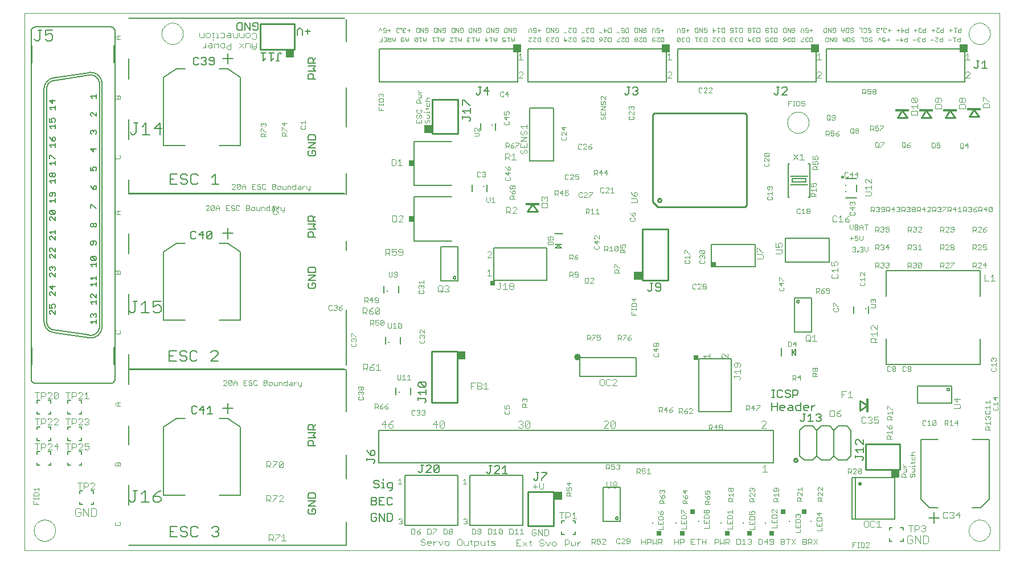
<source format=gto>
G75*
G70*
%OFA0B0*%
%FSLAX24Y24*%
%IPPOS*%
%LPD*%
%AMOC8*
5,1,8,0,0,1.08239X$1,22.5*
%
%ADD10C,0.0000*%
%ADD11C,0.0040*%
%ADD12C,0.0050*%
%ADD13C,0.0030*%
%ADD14C,0.0080*%
%ADD15R,0.0300X0.0340*%
%ADD16C,0.0118*%
%ADD17C,0.0100*%
%ADD18R,0.0827X0.0118*%
%ADD19C,0.0060*%
%ADD20C,0.0217*%
%ADD21R,0.0500X0.0500*%
%ADD22R,0.0256X0.0256*%
%ADD23R,0.0098X0.0098*%
%ADD24R,0.0250X0.0250*%
%ADD25C,0.0070*%
%ADD26R,0.0118X0.0827*%
%ADD27C,0.0394*%
D10*
X000180Y000300D02*
X000180Y031800D01*
X057261Y031800D01*
X057261Y000300D01*
X000180Y000300D01*
X000735Y001480D02*
X000737Y001530D01*
X000743Y001579D01*
X000753Y001628D01*
X000766Y001675D01*
X000784Y001722D01*
X000805Y001767D01*
X000829Y001810D01*
X000857Y001851D01*
X000888Y001890D01*
X000922Y001926D01*
X000959Y001960D01*
X000999Y001990D01*
X001040Y002017D01*
X001084Y002041D01*
X001129Y002061D01*
X001176Y002077D01*
X001224Y002090D01*
X001273Y002099D01*
X001323Y002104D01*
X001372Y002105D01*
X001422Y002102D01*
X001471Y002095D01*
X001520Y002084D01*
X001567Y002070D01*
X001613Y002051D01*
X001658Y002029D01*
X001701Y002004D01*
X001741Y001975D01*
X001779Y001943D01*
X001815Y001909D01*
X001848Y001871D01*
X001877Y001831D01*
X001903Y001789D01*
X001926Y001745D01*
X001945Y001699D01*
X001961Y001652D01*
X001973Y001603D01*
X001981Y001554D01*
X001985Y001505D01*
X001985Y001455D01*
X001981Y001406D01*
X001973Y001357D01*
X001961Y001308D01*
X001945Y001261D01*
X001926Y001215D01*
X001903Y001171D01*
X001877Y001129D01*
X001848Y001089D01*
X001815Y001051D01*
X001779Y001017D01*
X001741Y000985D01*
X001701Y000956D01*
X001658Y000931D01*
X001613Y000909D01*
X001567Y000890D01*
X001520Y000876D01*
X001471Y000865D01*
X001422Y000858D01*
X001372Y000855D01*
X001323Y000856D01*
X001273Y000861D01*
X001224Y000870D01*
X001176Y000883D01*
X001129Y000899D01*
X001084Y000919D01*
X001040Y000943D01*
X000999Y000970D01*
X000959Y001000D01*
X000922Y001034D01*
X000888Y001070D01*
X000857Y001109D01*
X000829Y001150D01*
X000805Y001193D01*
X000784Y001238D01*
X000766Y001285D01*
X000753Y001332D01*
X000743Y001381D01*
X000737Y001430D01*
X000735Y001480D01*
X044836Y025400D02*
X044838Y025450D01*
X044844Y025499D01*
X044854Y025548D01*
X044867Y025595D01*
X044885Y025642D01*
X044906Y025687D01*
X044930Y025730D01*
X044958Y025771D01*
X044989Y025810D01*
X045023Y025846D01*
X045060Y025880D01*
X045100Y025910D01*
X045141Y025937D01*
X045185Y025961D01*
X045230Y025981D01*
X045277Y025997D01*
X045325Y026010D01*
X045374Y026019D01*
X045424Y026024D01*
X045473Y026025D01*
X045523Y026022D01*
X045572Y026015D01*
X045621Y026004D01*
X045668Y025990D01*
X045714Y025971D01*
X045759Y025949D01*
X045802Y025924D01*
X045842Y025895D01*
X045880Y025863D01*
X045916Y025829D01*
X045949Y025791D01*
X045978Y025751D01*
X046004Y025709D01*
X046027Y025665D01*
X046046Y025619D01*
X046062Y025572D01*
X046074Y025523D01*
X046082Y025474D01*
X046086Y025425D01*
X046086Y025375D01*
X046082Y025326D01*
X046074Y025277D01*
X046062Y025228D01*
X046046Y025181D01*
X046027Y025135D01*
X046004Y025091D01*
X045978Y025049D01*
X045949Y025009D01*
X045916Y024971D01*
X045880Y024937D01*
X045842Y024905D01*
X045802Y024876D01*
X045759Y024851D01*
X045714Y024829D01*
X045668Y024810D01*
X045621Y024796D01*
X045572Y024785D01*
X045523Y024778D01*
X045473Y024775D01*
X045424Y024776D01*
X045374Y024781D01*
X045325Y024790D01*
X045277Y024803D01*
X045230Y024819D01*
X045185Y024839D01*
X045141Y024863D01*
X045100Y024890D01*
X045060Y024920D01*
X045023Y024954D01*
X044989Y024990D01*
X044958Y025029D01*
X044930Y025070D01*
X044906Y025113D01*
X044885Y025158D01*
X044867Y025205D01*
X044854Y025252D01*
X044844Y025301D01*
X044838Y025350D01*
X044836Y025400D01*
X055456Y030610D02*
X055458Y030660D01*
X055464Y030709D01*
X055474Y030758D01*
X055487Y030805D01*
X055505Y030852D01*
X055526Y030897D01*
X055550Y030940D01*
X055578Y030981D01*
X055609Y031020D01*
X055643Y031056D01*
X055680Y031090D01*
X055720Y031120D01*
X055761Y031147D01*
X055805Y031171D01*
X055850Y031191D01*
X055897Y031207D01*
X055945Y031220D01*
X055994Y031229D01*
X056044Y031234D01*
X056093Y031235D01*
X056143Y031232D01*
X056192Y031225D01*
X056241Y031214D01*
X056288Y031200D01*
X056334Y031181D01*
X056379Y031159D01*
X056422Y031134D01*
X056462Y031105D01*
X056500Y031073D01*
X056536Y031039D01*
X056569Y031001D01*
X056598Y030961D01*
X056624Y030919D01*
X056647Y030875D01*
X056666Y030829D01*
X056682Y030782D01*
X056694Y030733D01*
X056702Y030684D01*
X056706Y030635D01*
X056706Y030585D01*
X056702Y030536D01*
X056694Y030487D01*
X056682Y030438D01*
X056666Y030391D01*
X056647Y030345D01*
X056624Y030301D01*
X056598Y030259D01*
X056569Y030219D01*
X056536Y030181D01*
X056500Y030147D01*
X056462Y030115D01*
X056422Y030086D01*
X056379Y030061D01*
X056334Y030039D01*
X056288Y030020D01*
X056241Y030006D01*
X056192Y029995D01*
X056143Y029988D01*
X056093Y029985D01*
X056044Y029986D01*
X055994Y029991D01*
X055945Y030000D01*
X055897Y030013D01*
X055850Y030029D01*
X055805Y030049D01*
X055761Y030073D01*
X055720Y030100D01*
X055680Y030130D01*
X055643Y030164D01*
X055609Y030200D01*
X055578Y030239D01*
X055550Y030280D01*
X055526Y030323D01*
X055505Y030368D01*
X055487Y030415D01*
X055474Y030462D01*
X055464Y030511D01*
X055458Y030560D01*
X055456Y030610D01*
X008216Y030610D02*
X008218Y030660D01*
X008224Y030709D01*
X008234Y030758D01*
X008247Y030805D01*
X008265Y030852D01*
X008286Y030897D01*
X008310Y030940D01*
X008338Y030981D01*
X008369Y031020D01*
X008403Y031056D01*
X008440Y031090D01*
X008480Y031120D01*
X008521Y031147D01*
X008565Y031171D01*
X008610Y031191D01*
X008657Y031207D01*
X008705Y031220D01*
X008754Y031229D01*
X008804Y031234D01*
X008853Y031235D01*
X008903Y031232D01*
X008952Y031225D01*
X009001Y031214D01*
X009048Y031200D01*
X009094Y031181D01*
X009139Y031159D01*
X009182Y031134D01*
X009222Y031105D01*
X009260Y031073D01*
X009296Y031039D01*
X009329Y031001D01*
X009358Y030961D01*
X009384Y030919D01*
X009407Y030875D01*
X009426Y030829D01*
X009442Y030782D01*
X009454Y030733D01*
X009462Y030684D01*
X009466Y030635D01*
X009466Y030585D01*
X009462Y030536D01*
X009454Y030487D01*
X009442Y030438D01*
X009426Y030391D01*
X009407Y030345D01*
X009384Y030301D01*
X009358Y030259D01*
X009329Y030219D01*
X009296Y030181D01*
X009260Y030147D01*
X009222Y030115D01*
X009182Y030086D01*
X009139Y030061D01*
X009094Y030039D01*
X009048Y030020D01*
X009001Y030006D01*
X008952Y029995D01*
X008903Y029988D01*
X008853Y029985D01*
X008804Y029986D01*
X008754Y029991D01*
X008705Y030000D01*
X008657Y030013D01*
X008610Y030029D01*
X008565Y030049D01*
X008521Y030073D01*
X008480Y030100D01*
X008440Y030130D01*
X008403Y030164D01*
X008369Y030200D01*
X008338Y030239D01*
X008310Y030280D01*
X008286Y030323D01*
X008265Y030368D01*
X008247Y030415D01*
X008234Y030462D01*
X008224Y030511D01*
X008218Y030560D01*
X008216Y030610D01*
X055456Y001480D02*
X055458Y001530D01*
X055464Y001579D01*
X055474Y001628D01*
X055487Y001675D01*
X055505Y001722D01*
X055526Y001767D01*
X055550Y001810D01*
X055578Y001851D01*
X055609Y001890D01*
X055643Y001926D01*
X055680Y001960D01*
X055720Y001990D01*
X055761Y002017D01*
X055805Y002041D01*
X055850Y002061D01*
X055897Y002077D01*
X055945Y002090D01*
X055994Y002099D01*
X056044Y002104D01*
X056093Y002105D01*
X056143Y002102D01*
X056192Y002095D01*
X056241Y002084D01*
X056288Y002070D01*
X056334Y002051D01*
X056379Y002029D01*
X056422Y002004D01*
X056462Y001975D01*
X056500Y001943D01*
X056536Y001909D01*
X056569Y001871D01*
X056598Y001831D01*
X056624Y001789D01*
X056647Y001745D01*
X056666Y001699D01*
X056682Y001652D01*
X056694Y001603D01*
X056702Y001554D01*
X056706Y001505D01*
X056706Y001455D01*
X056702Y001406D01*
X056694Y001357D01*
X056682Y001308D01*
X056666Y001261D01*
X056647Y001215D01*
X056624Y001171D01*
X056598Y001129D01*
X056569Y001089D01*
X056536Y001051D01*
X056500Y001017D01*
X056462Y000985D01*
X056422Y000956D01*
X056379Y000931D01*
X056334Y000909D01*
X056288Y000890D01*
X056241Y000876D01*
X056192Y000865D01*
X056143Y000858D01*
X056093Y000855D01*
X056044Y000856D01*
X055994Y000861D01*
X055945Y000870D01*
X055897Y000883D01*
X055850Y000899D01*
X055805Y000919D01*
X055761Y000943D01*
X055720Y000970D01*
X055680Y001000D01*
X055643Y001034D01*
X055609Y001070D01*
X055578Y001109D01*
X055550Y001150D01*
X055526Y001193D01*
X055505Y001238D01*
X055487Y001285D01*
X055474Y001332D01*
X055464Y001381D01*
X055458Y001430D01*
X055456Y001480D01*
D11*
X054881Y002200D02*
X054881Y002560D01*
X054700Y002380D01*
X054941Y002380D01*
X054572Y002320D02*
X054572Y002260D01*
X054512Y002200D01*
X054392Y002200D01*
X054332Y002260D01*
X054204Y002260D02*
X054144Y002200D01*
X054024Y002200D01*
X053964Y002260D01*
X053964Y002500D01*
X054024Y002560D01*
X054144Y002560D01*
X054204Y002500D01*
X054332Y002500D02*
X054392Y002560D01*
X054512Y002560D01*
X054572Y002500D01*
X054572Y002440D01*
X054512Y002380D01*
X054572Y002320D01*
X054512Y002380D02*
X054452Y002380D01*
X052908Y001720D02*
X052908Y001660D01*
X052848Y001600D01*
X052908Y001540D01*
X052908Y001480D01*
X052848Y001420D01*
X052728Y001420D01*
X052668Y001480D01*
X052788Y001600D02*
X052848Y001600D01*
X052908Y001720D02*
X052848Y001780D01*
X052728Y001780D01*
X052668Y001720D01*
X052540Y001720D02*
X052540Y001600D01*
X052480Y001540D01*
X052300Y001540D01*
X052300Y001420D02*
X052300Y001780D01*
X052480Y001780D01*
X052540Y001720D01*
X052172Y001780D02*
X051931Y001780D01*
X052052Y001780D02*
X052052Y001420D01*
X052081Y001180D02*
X051927Y001180D01*
X051850Y001104D01*
X051850Y000797D01*
X051927Y000720D01*
X052081Y000720D01*
X052157Y000797D01*
X052157Y000950D01*
X052004Y000950D01*
X052157Y001104D02*
X052081Y001180D01*
X052311Y001180D02*
X052618Y000720D01*
X052618Y001180D01*
X052771Y001180D02*
X053001Y001180D01*
X053078Y001104D01*
X053078Y000797D01*
X053001Y000720D01*
X052771Y000720D01*
X052771Y001180D01*
X052311Y001180D02*
X052311Y000720D01*
X050308Y001670D02*
X050068Y001670D01*
X050188Y001670D02*
X050188Y002030D01*
X050068Y001910D01*
X049940Y001970D02*
X049880Y002030D01*
X049760Y002030D01*
X049700Y001970D01*
X049700Y001730D01*
X049760Y001670D01*
X049880Y001670D01*
X049940Y001730D01*
X049572Y001730D02*
X049572Y001970D01*
X049512Y002030D01*
X049392Y002030D01*
X049331Y001970D01*
X049331Y001730D01*
X049392Y001670D01*
X049512Y001670D01*
X049572Y001730D01*
X047883Y008164D02*
X047943Y008224D01*
X047943Y008284D01*
X047883Y008344D01*
X047703Y008344D01*
X047703Y008224D01*
X047763Y008164D01*
X047883Y008164D01*
X047703Y008344D02*
X047823Y008464D01*
X047943Y008524D01*
X047574Y008464D02*
X047574Y008224D01*
X047514Y008164D01*
X047334Y008164D01*
X047334Y008524D01*
X047514Y008524D01*
X047574Y008464D01*
X048031Y009270D02*
X048031Y009630D01*
X048272Y009630D01*
X048400Y009510D02*
X048520Y009630D01*
X048520Y009270D01*
X048400Y009270D02*
X048640Y009270D01*
X048152Y009450D02*
X048031Y009450D01*
X054581Y009182D02*
X054761Y009002D01*
X054761Y009242D01*
X054941Y009182D02*
X054581Y009182D01*
X054581Y008874D02*
X054881Y008874D01*
X054941Y008814D01*
X054941Y008693D01*
X054881Y008633D01*
X054581Y008633D01*
X043406Y017484D02*
X043406Y017604D01*
X043346Y017665D01*
X043046Y017665D01*
X043046Y017793D02*
X043046Y018033D01*
X043106Y018033D01*
X043346Y017793D01*
X043406Y017793D01*
X043406Y017484D02*
X043346Y017424D01*
X043046Y017424D01*
X044161Y017720D02*
X044461Y017720D01*
X044521Y017780D01*
X044521Y017900D01*
X044461Y017960D01*
X044161Y017960D01*
X044161Y018088D02*
X044341Y018088D01*
X044281Y018208D01*
X044281Y018268D01*
X044341Y018329D01*
X044461Y018329D01*
X044521Y018268D01*
X044521Y018148D01*
X044461Y018088D01*
X044161Y018088D02*
X044161Y018329D01*
X036052Y020762D02*
X036052Y020882D01*
X035992Y020942D01*
X035691Y020942D01*
X035872Y021071D02*
X035872Y021251D01*
X035932Y021311D01*
X035992Y021311D01*
X036052Y021251D01*
X036052Y021131D01*
X035992Y021071D01*
X035872Y021071D01*
X035751Y021191D01*
X035691Y021311D01*
X035691Y020702D02*
X035992Y020702D01*
X036052Y020762D01*
X030798Y020851D02*
X030738Y020791D01*
X030798Y020851D02*
X030798Y020971D01*
X030738Y021031D01*
X030678Y021031D01*
X030618Y020971D01*
X030618Y020911D01*
X030618Y020971D02*
X030558Y021031D01*
X030498Y021031D01*
X030437Y020971D01*
X030437Y020851D01*
X030498Y020791D01*
X030498Y020663D02*
X030437Y020603D01*
X030437Y020423D01*
X030798Y020423D01*
X030798Y020603D01*
X030738Y020663D01*
X030498Y020663D01*
X029531Y023570D02*
X029591Y023630D01*
X029591Y023750D01*
X029531Y023810D01*
X029471Y023810D01*
X029411Y023750D01*
X029411Y023630D01*
X029351Y023570D01*
X029291Y023570D01*
X029231Y023630D01*
X029231Y023750D01*
X029291Y023810D01*
X029231Y023938D02*
X029591Y023938D01*
X029591Y024179D01*
X029591Y024307D02*
X029231Y024307D01*
X029591Y024547D01*
X029231Y024547D01*
X029291Y024675D02*
X029351Y024675D01*
X029411Y024735D01*
X029411Y024855D01*
X029471Y024915D01*
X029531Y024915D01*
X029591Y024855D01*
X029591Y024735D01*
X029531Y024675D01*
X029291Y024675D02*
X029231Y024735D01*
X029231Y024855D01*
X029291Y024915D01*
X029351Y025043D02*
X029231Y025163D01*
X029591Y025163D01*
X029591Y025043D02*
X029591Y025283D01*
X029231Y024179D02*
X029231Y023938D01*
X029411Y023938D02*
X029411Y024058D01*
X029353Y028020D02*
X029113Y028020D01*
X029353Y028260D01*
X029353Y028320D01*
X029293Y028380D01*
X029173Y028380D01*
X029113Y028320D01*
X029113Y029070D02*
X029353Y029070D01*
X029233Y029070D02*
X029233Y029430D01*
X029113Y029310D01*
X037813Y029310D02*
X037933Y029430D01*
X037933Y029070D01*
X037813Y029070D02*
X038053Y029070D01*
X037993Y028380D02*
X037873Y028380D01*
X037813Y028320D01*
X037993Y028380D02*
X038053Y028320D01*
X038053Y028260D01*
X037813Y028020D01*
X038053Y028020D01*
X045200Y023562D02*
X045440Y023201D01*
X045568Y023201D02*
X045809Y023201D01*
X045688Y023201D02*
X045688Y023562D01*
X045568Y023442D01*
X045440Y023562D02*
X045200Y023201D01*
X052087Y025854D02*
X052087Y026035D01*
X052148Y026095D01*
X052388Y026095D01*
X052448Y026035D01*
X052448Y025854D01*
X052087Y025854D01*
X052208Y026223D02*
X052087Y026343D01*
X052448Y026343D01*
X052448Y026223D02*
X052448Y026463D01*
X052388Y026591D02*
X052148Y026831D01*
X052388Y026831D01*
X052448Y026771D01*
X052448Y026651D01*
X052388Y026591D01*
X052148Y026591D01*
X052087Y026651D01*
X052087Y026771D01*
X052148Y026831D01*
X053487Y026771D02*
X053487Y026651D01*
X053548Y026591D01*
X053608Y026591D01*
X053668Y026651D01*
X053668Y026831D01*
X053788Y026831D02*
X053548Y026831D01*
X053487Y026771D01*
X053788Y026831D02*
X053848Y026771D01*
X053848Y026651D01*
X053788Y026591D01*
X053788Y026463D02*
X053548Y026463D01*
X053487Y026403D01*
X053487Y026223D01*
X053848Y026223D01*
X053848Y026403D01*
X053788Y026463D01*
X054887Y026403D02*
X054887Y026223D01*
X055248Y026223D01*
X055248Y026403D01*
X055188Y026463D01*
X054948Y026463D01*
X054887Y026403D01*
X054948Y026591D02*
X055008Y026591D01*
X055068Y026651D01*
X055068Y026771D01*
X055128Y026831D01*
X055188Y026831D01*
X055248Y026771D01*
X055248Y026651D01*
X055188Y026591D01*
X055128Y026591D01*
X055068Y026651D01*
X055068Y026771D02*
X055008Y026831D01*
X054948Y026831D01*
X054887Y026771D01*
X054887Y026651D01*
X054948Y026591D01*
X056287Y026641D02*
X056287Y026881D01*
X056348Y026881D01*
X056588Y026641D01*
X056648Y026641D01*
X056588Y026513D02*
X056348Y026513D01*
X056287Y026453D01*
X056287Y026273D01*
X056648Y026273D01*
X056648Y026453D01*
X056588Y026513D01*
X055503Y028020D02*
X055263Y028020D01*
X055503Y028260D01*
X055503Y028320D01*
X055443Y028380D01*
X055323Y028380D01*
X055263Y028320D01*
X055263Y029070D02*
X055503Y029070D01*
X055383Y029070D02*
X055383Y029430D01*
X055263Y029310D01*
X046803Y029070D02*
X046563Y029070D01*
X046683Y029070D02*
X046683Y029430D01*
X046563Y029310D01*
X046623Y028380D02*
X046563Y028320D01*
X046623Y028380D02*
X046743Y028380D01*
X046803Y028320D01*
X046803Y028260D01*
X046563Y028020D01*
X046803Y028020D01*
X022283Y022870D02*
X022042Y022870D01*
X022162Y022870D02*
X022162Y023230D01*
X022042Y023110D01*
X021914Y023170D02*
X021854Y023230D01*
X021674Y023230D01*
X021674Y022870D01*
X021854Y022870D01*
X021914Y022930D01*
X021914Y023170D01*
X021904Y019930D02*
X021724Y019930D01*
X021724Y019570D01*
X021904Y019570D01*
X021964Y019630D01*
X021964Y019870D01*
X021904Y019930D01*
X022092Y019870D02*
X022152Y019930D01*
X022272Y019930D01*
X022333Y019870D01*
X022333Y019810D01*
X022092Y019570D01*
X022333Y019570D01*
X013621Y029670D02*
X013501Y029790D01*
X013501Y030030D01*
X013373Y029970D02*
X013313Y030030D01*
X013133Y030030D01*
X013133Y029790D01*
X013005Y029790D02*
X012765Y030030D01*
X013005Y030030D02*
X012765Y029790D01*
X012268Y029910D02*
X012088Y029910D01*
X012028Y029850D01*
X012028Y029730D01*
X012088Y029670D01*
X012268Y029670D01*
X012268Y030030D01*
X012208Y030390D02*
X012088Y030390D01*
X012028Y030450D01*
X012028Y030510D01*
X012268Y030510D01*
X012268Y030570D02*
X012268Y030450D01*
X012208Y030390D01*
X012268Y030570D02*
X012208Y030630D01*
X012088Y030630D01*
X011900Y030570D02*
X011840Y030630D01*
X011660Y030630D01*
X011472Y030570D02*
X011472Y030330D01*
X011532Y030390D02*
X011412Y030390D01*
X011286Y030390D02*
X011226Y030390D01*
X011226Y030630D01*
X011286Y030630D02*
X011166Y030630D01*
X011041Y030570D02*
X010980Y030630D01*
X010860Y030630D01*
X010800Y030570D01*
X010800Y030450D01*
X010860Y030390D01*
X010980Y030390D01*
X011041Y030450D01*
X011041Y030570D01*
X011226Y030270D02*
X011226Y030210D01*
X011103Y030030D02*
X011163Y029970D01*
X011163Y029850D01*
X011103Y029790D01*
X010983Y029790D01*
X010923Y029850D01*
X010923Y029910D01*
X011163Y029910D01*
X011103Y030030D02*
X010983Y030030D01*
X010795Y030030D02*
X010795Y029790D01*
X010795Y029910D02*
X010675Y029790D01*
X010615Y029790D01*
X010672Y030390D02*
X010492Y030390D01*
X010432Y030450D01*
X010432Y030630D01*
X010672Y030630D02*
X010672Y030390D01*
X011291Y029970D02*
X011291Y029790D01*
X011291Y029970D02*
X011351Y030030D01*
X011412Y029970D01*
X011472Y030030D01*
X011532Y029970D01*
X011532Y029790D01*
X011660Y029850D02*
X011720Y029790D01*
X011840Y029790D01*
X011900Y029850D01*
X011900Y029970D01*
X011840Y030030D01*
X011720Y030030D01*
X011660Y029970D01*
X011660Y029850D01*
X011660Y030390D02*
X011840Y030390D01*
X011900Y030450D01*
X011900Y030570D01*
X011472Y030570D02*
X011412Y030630D01*
X012396Y030630D02*
X012396Y030450D01*
X012456Y030390D01*
X012637Y030390D01*
X012637Y030630D01*
X012765Y030630D02*
X012765Y030450D01*
X012825Y030390D01*
X013005Y030390D01*
X013005Y030630D01*
X013133Y030570D02*
X013133Y030450D01*
X013193Y030390D01*
X013313Y030390D01*
X013373Y030450D01*
X013373Y030570D01*
X013313Y030630D01*
X013193Y030630D01*
X013133Y030570D01*
X013501Y030570D02*
X013561Y030630D01*
X013681Y030630D01*
X013741Y030570D01*
X013741Y030330D01*
X013681Y030270D01*
X013561Y030270D01*
X013501Y030330D01*
X013373Y029970D02*
X013373Y029790D01*
X013501Y029850D02*
X013741Y029850D01*
X013741Y029790D02*
X013621Y029670D01*
X013741Y029790D02*
X013741Y030030D01*
X003825Y009580D02*
X003825Y009220D01*
X003705Y009220D02*
X003945Y009220D01*
X003705Y009460D02*
X003825Y009580D01*
X003577Y009520D02*
X003517Y009580D01*
X003397Y009580D01*
X003337Y009520D01*
X003209Y009520D02*
X003209Y009400D01*
X003148Y009340D01*
X002968Y009340D01*
X002968Y009220D02*
X002968Y009580D01*
X003148Y009580D01*
X003209Y009520D01*
X003337Y009220D02*
X003577Y009460D01*
X003577Y009520D01*
X003577Y009220D02*
X003337Y009220D01*
X002840Y009580D02*
X002600Y009580D01*
X002720Y009580D02*
X002720Y009220D01*
X002145Y009280D02*
X002145Y009520D01*
X001905Y009280D01*
X001965Y009220D01*
X002085Y009220D01*
X002145Y009280D01*
X001905Y009280D02*
X001905Y009520D01*
X001965Y009580D01*
X002085Y009580D01*
X002145Y009520D01*
X001777Y009520D02*
X001717Y009580D01*
X001597Y009580D01*
X001537Y009520D01*
X001409Y009520D02*
X001409Y009400D01*
X001348Y009340D01*
X001168Y009340D01*
X001168Y009220D02*
X001168Y009580D01*
X001348Y009580D01*
X001409Y009520D01*
X001537Y009220D02*
X001777Y009460D01*
X001777Y009520D01*
X001777Y009220D02*
X001537Y009220D01*
X001040Y009580D02*
X000800Y009580D01*
X000920Y009580D02*
X000920Y009220D01*
X000920Y008030D02*
X000920Y007670D01*
X001168Y007670D02*
X001168Y008030D01*
X001348Y008030D01*
X001409Y007970D01*
X001409Y007850D01*
X001348Y007790D01*
X001168Y007790D01*
X001040Y008030D02*
X000800Y008030D01*
X001537Y007970D02*
X001597Y008030D01*
X001717Y008030D01*
X001777Y007970D01*
X001777Y007910D01*
X001537Y007670D01*
X001777Y007670D01*
X001905Y007670D02*
X002145Y007910D01*
X002145Y007970D01*
X002085Y008030D01*
X001965Y008030D01*
X001905Y007970D01*
X001905Y007670D02*
X002145Y007670D01*
X002720Y007670D02*
X002720Y008030D01*
X002600Y008030D02*
X002840Y008030D01*
X002968Y008030D02*
X003148Y008030D01*
X003209Y007970D01*
X003209Y007850D01*
X003148Y007790D01*
X002968Y007790D01*
X002968Y007670D02*
X002968Y008030D01*
X003337Y007970D02*
X003397Y008030D01*
X003517Y008030D01*
X003577Y007970D01*
X003577Y007910D01*
X003337Y007670D01*
X003577Y007670D01*
X003705Y007730D02*
X003765Y007670D01*
X003885Y007670D01*
X003945Y007730D01*
X003945Y007790D01*
X003885Y007850D01*
X003825Y007850D01*
X003885Y007850D02*
X003945Y007910D01*
X003945Y007970D01*
X003885Y008030D01*
X003765Y008030D01*
X003705Y007970D01*
X003705Y006580D02*
X003705Y006400D01*
X003825Y006460D01*
X003885Y006460D01*
X003945Y006400D01*
X003945Y006280D01*
X003885Y006220D01*
X003765Y006220D01*
X003705Y006280D01*
X003577Y006220D02*
X003337Y006220D01*
X003577Y006460D01*
X003577Y006520D01*
X003517Y006580D01*
X003397Y006580D01*
X003337Y006520D01*
X003209Y006520D02*
X003209Y006400D01*
X003148Y006340D01*
X002968Y006340D01*
X002968Y006220D02*
X002968Y006580D01*
X003148Y006580D01*
X003209Y006520D01*
X002840Y006580D02*
X002600Y006580D01*
X002720Y006580D02*
X002720Y006220D01*
X002145Y006400D02*
X001905Y006400D01*
X002085Y006580D01*
X002085Y006220D01*
X001777Y006220D02*
X001537Y006220D01*
X001777Y006460D01*
X001777Y006520D01*
X001717Y006580D01*
X001597Y006580D01*
X001537Y006520D01*
X001409Y006520D02*
X001409Y006400D01*
X001348Y006340D01*
X001168Y006340D01*
X001168Y006220D02*
X001168Y006580D01*
X001348Y006580D01*
X001409Y006520D01*
X001040Y006580D02*
X000800Y006580D01*
X000920Y006580D02*
X000920Y006220D01*
X003705Y006580D02*
X003945Y006580D01*
X003848Y004280D02*
X003909Y004220D01*
X003909Y004100D01*
X003848Y004040D01*
X003668Y004040D01*
X003668Y003920D02*
X003668Y004280D01*
X003848Y004280D01*
X004037Y004220D02*
X004097Y004280D01*
X004217Y004280D01*
X004277Y004220D01*
X004277Y004160D01*
X004037Y003920D01*
X004277Y003920D01*
X003540Y004280D02*
X003300Y004280D01*
X003420Y004280D02*
X003420Y003920D01*
X003399Y002780D02*
X003246Y002780D01*
X003169Y002704D01*
X003169Y002397D01*
X003246Y002320D01*
X003399Y002320D01*
X003476Y002397D01*
X003476Y002550D01*
X003322Y002550D01*
X003476Y002704D02*
X003399Y002780D01*
X003629Y002780D02*
X003936Y002320D01*
X003936Y002780D01*
X004090Y002780D02*
X004090Y002320D01*
X004320Y002320D01*
X004397Y002397D01*
X004397Y002704D01*
X004320Y002780D01*
X004090Y002780D01*
X003629Y002780D02*
X003629Y002320D01*
X023381Y000920D02*
X023381Y000860D01*
X023442Y000800D01*
X023562Y000800D01*
X023622Y000740D01*
X023622Y000680D01*
X023562Y000620D01*
X023442Y000620D01*
X023381Y000680D01*
X023381Y000920D02*
X023442Y000980D01*
X023562Y000980D01*
X023622Y000920D01*
X023750Y000800D02*
X023810Y000860D01*
X023930Y000860D01*
X023990Y000800D01*
X023990Y000740D01*
X023750Y000740D01*
X023750Y000680D02*
X023750Y000800D01*
X023750Y000680D02*
X023810Y000620D01*
X023930Y000620D01*
X024118Y000620D02*
X024118Y000860D01*
X024118Y000740D02*
X024238Y000860D01*
X024298Y000860D01*
X024425Y000860D02*
X024545Y000620D01*
X024665Y000860D01*
X024793Y000800D02*
X024793Y000680D01*
X024853Y000620D01*
X024974Y000620D01*
X025034Y000680D01*
X025034Y000800D01*
X024974Y000860D01*
X024853Y000860D01*
X024793Y000800D01*
X025530Y000680D02*
X025590Y000620D01*
X025710Y000620D01*
X025770Y000680D01*
X025770Y000920D01*
X025710Y000980D01*
X025590Y000980D01*
X025530Y000920D01*
X025530Y000680D01*
X025898Y000680D02*
X025958Y000620D01*
X026139Y000620D01*
X026139Y000860D01*
X026267Y000860D02*
X026387Y000860D01*
X026327Y000920D02*
X026327Y000680D01*
X026387Y000620D01*
X026512Y000620D02*
X026692Y000620D01*
X026752Y000680D01*
X026752Y000800D01*
X026692Y000860D01*
X026512Y000860D01*
X026512Y000500D01*
X026880Y000680D02*
X026941Y000620D01*
X027121Y000620D01*
X027121Y000860D01*
X027249Y000860D02*
X027369Y000860D01*
X027309Y000920D02*
X027309Y000680D01*
X027369Y000620D01*
X027494Y000620D02*
X027674Y000620D01*
X027735Y000680D01*
X027674Y000740D01*
X027554Y000740D01*
X027494Y000800D01*
X027554Y000860D01*
X027735Y000860D01*
X026880Y000860D02*
X026880Y000680D01*
X025898Y000680D02*
X025898Y000860D01*
X028981Y000930D02*
X028981Y000570D01*
X029222Y000570D01*
X029350Y000570D02*
X029590Y000810D01*
X029718Y000810D02*
X029838Y000810D01*
X029778Y000870D02*
X029778Y000630D01*
X029838Y000570D01*
X029590Y000570D02*
X029350Y000810D01*
X029222Y000930D02*
X028981Y000930D01*
X028981Y000750D02*
X029102Y000750D01*
X029877Y001230D02*
X029877Y001470D01*
X029937Y001530D01*
X030057Y001530D01*
X030117Y001470D01*
X030117Y001350D02*
X029997Y001350D01*
X030117Y001350D02*
X030117Y001230D01*
X030057Y001170D01*
X029937Y001170D01*
X029877Y001230D01*
X030245Y001170D02*
X030245Y001530D01*
X030485Y001170D01*
X030485Y001530D01*
X030613Y001530D02*
X030793Y001530D01*
X030853Y001470D01*
X030853Y001230D01*
X030793Y001170D01*
X030613Y001170D01*
X030613Y001530D01*
X030512Y000930D02*
X030392Y000930D01*
X030332Y000870D01*
X030332Y000810D01*
X030392Y000750D01*
X030512Y000750D01*
X030572Y000690D01*
X030572Y000630D01*
X030512Y000570D01*
X030392Y000570D01*
X030332Y000630D01*
X030572Y000870D02*
X030512Y000930D01*
X030700Y000810D02*
X030820Y000570D01*
X030941Y000810D01*
X031069Y000750D02*
X031069Y000630D01*
X031129Y000570D01*
X031249Y000570D01*
X031309Y000630D01*
X031309Y000750D01*
X031249Y000810D01*
X031129Y000810D01*
X031069Y000750D01*
X031805Y000690D02*
X031985Y000690D01*
X032045Y000750D01*
X032045Y000870D01*
X031985Y000930D01*
X031805Y000930D01*
X031805Y000570D01*
X032174Y000630D02*
X032174Y000810D01*
X032174Y000630D02*
X032234Y000570D01*
X032294Y000630D01*
X032354Y000570D01*
X032414Y000630D01*
X032414Y000810D01*
X032542Y000810D02*
X032542Y000570D01*
X032542Y000690D02*
X032662Y000810D01*
X032722Y000810D01*
X032477Y002170D02*
X032237Y002170D01*
X032357Y002170D02*
X032357Y002530D01*
X032237Y002410D01*
X032109Y002350D02*
X032048Y002290D01*
X031868Y002290D01*
X031868Y002170D02*
X031868Y002530D01*
X032048Y002530D01*
X032109Y002470D01*
X032109Y002350D01*
X031740Y002530D02*
X031500Y002530D01*
X031620Y002530D02*
X031620Y002170D01*
X030433Y003870D02*
X030553Y003990D01*
X030553Y004230D01*
X030313Y004230D02*
X030313Y003990D01*
X030433Y003870D01*
X030185Y004050D02*
X029945Y004050D01*
X030065Y004170D02*
X030065Y003930D01*
X034245Y004030D02*
X034305Y003970D01*
X034425Y003970D01*
X034485Y004030D01*
X034485Y004330D01*
X034613Y004270D02*
X034613Y004210D01*
X034673Y004150D01*
X034793Y004150D01*
X034853Y004090D01*
X034853Y004030D01*
X034793Y003970D01*
X034673Y003970D01*
X034613Y004030D01*
X034613Y004090D01*
X034673Y004150D01*
X034793Y004150D02*
X034853Y004210D01*
X034853Y004270D01*
X034793Y004330D01*
X034673Y004330D01*
X034613Y004270D01*
X034245Y004330D02*
X034245Y004030D01*
D12*
X034061Y004000D02*
X034936Y004000D01*
X035061Y004000D01*
X035061Y002000D01*
X034936Y002000D01*
X034061Y002000D01*
X034061Y004000D01*
X034786Y002200D02*
X034788Y002217D01*
X034793Y002233D01*
X034802Y002247D01*
X034814Y002259D01*
X034828Y002268D01*
X034844Y002273D01*
X034861Y002275D01*
X034878Y002273D01*
X034894Y002268D01*
X034908Y002259D01*
X034920Y002247D01*
X034929Y002233D01*
X034934Y002217D01*
X034936Y002200D01*
X034934Y002183D01*
X034929Y002167D01*
X034920Y002153D01*
X034908Y002141D01*
X034894Y002132D01*
X034878Y002127D01*
X034861Y002125D01*
X034844Y002127D01*
X034828Y002132D01*
X034814Y002141D01*
X034802Y002153D01*
X034793Y002167D01*
X034788Y002183D01*
X034786Y002200D01*
X030447Y004425D02*
X030447Y004500D01*
X030747Y004800D01*
X030747Y004875D01*
X030447Y004875D01*
X030287Y004875D02*
X030137Y004875D01*
X030212Y004875D02*
X030212Y004500D01*
X030137Y004425D01*
X030062Y004425D01*
X029986Y004500D01*
X028458Y004825D02*
X028157Y004825D01*
X028307Y004825D02*
X028307Y005275D01*
X028157Y005125D01*
X027997Y005125D02*
X027697Y004825D01*
X027997Y004825D01*
X027997Y005125D02*
X027997Y005200D01*
X027922Y005275D01*
X027772Y005275D01*
X027697Y005200D01*
X027537Y005275D02*
X027387Y005275D01*
X027462Y005275D02*
X027462Y004900D01*
X027387Y004825D01*
X027312Y004825D01*
X027236Y004900D01*
X024458Y004950D02*
X024382Y004875D01*
X024232Y004875D01*
X024157Y004950D01*
X024458Y005250D01*
X024458Y004950D01*
X024458Y005250D02*
X024382Y005325D01*
X024232Y005325D01*
X024157Y005250D01*
X024157Y004950D01*
X023997Y004875D02*
X023697Y004875D01*
X023997Y005175D01*
X023997Y005250D01*
X023922Y005325D01*
X023772Y005325D01*
X023697Y005250D01*
X023537Y005325D02*
X023387Y005325D01*
X023462Y005325D02*
X023462Y004950D01*
X023387Y004875D01*
X023312Y004875D01*
X023236Y004950D01*
X021704Y004275D02*
X021704Y003900D01*
X021629Y003825D01*
X021554Y003825D01*
X021479Y003975D02*
X021704Y003975D01*
X021479Y003975D02*
X021404Y004050D01*
X021404Y004200D01*
X021479Y004275D01*
X021704Y004275D01*
X021172Y004275D02*
X021172Y003975D01*
X021097Y003975D02*
X021247Y003975D01*
X021172Y004275D02*
X021097Y004275D01*
X021172Y004425D02*
X021172Y004500D01*
X020937Y004350D02*
X020862Y004425D01*
X020712Y004425D01*
X020636Y004350D01*
X020636Y004275D01*
X020712Y004200D01*
X020862Y004200D01*
X020937Y004125D01*
X020937Y004050D01*
X020862Y003975D01*
X020712Y003975D01*
X020636Y004050D01*
X020712Y003425D02*
X020486Y003425D01*
X020486Y002975D01*
X020712Y002975D01*
X020787Y003050D01*
X020787Y003125D01*
X020712Y003200D01*
X020486Y003200D01*
X020712Y003200D02*
X020787Y003275D01*
X020787Y003350D01*
X020712Y003425D01*
X020947Y003425D02*
X020947Y002975D01*
X021247Y002975D01*
X021407Y003050D02*
X021407Y003350D01*
X021482Y003425D01*
X021632Y003425D01*
X021708Y003350D01*
X021708Y003050D02*
X021632Y002975D01*
X021482Y002975D01*
X021407Y003050D01*
X021097Y003200D02*
X020947Y003200D01*
X020947Y003425D02*
X021247Y003425D01*
X021247Y002475D02*
X021247Y002025D01*
X020947Y002475D01*
X020947Y002025D01*
X020787Y002100D02*
X020787Y002250D01*
X020637Y002250D01*
X020787Y002100D02*
X020712Y002025D01*
X020562Y002025D01*
X020486Y002100D01*
X020486Y002400D01*
X020562Y002475D01*
X020712Y002475D01*
X020787Y002400D01*
X021407Y002475D02*
X021407Y002025D01*
X021632Y002025D01*
X021708Y002100D01*
X021708Y002400D01*
X021632Y002475D01*
X021407Y002475D01*
X019011Y001991D02*
X019011Y000609D01*
X017161Y002444D02*
X017236Y002519D01*
X017236Y002669D01*
X017161Y002744D01*
X017011Y002744D01*
X017011Y002594D01*
X016861Y002744D02*
X016786Y002669D01*
X016786Y002519D01*
X016861Y002444D01*
X017161Y002444D01*
X017236Y002904D02*
X016786Y002904D01*
X017236Y003204D01*
X016786Y003204D01*
X016786Y003365D02*
X016786Y003590D01*
X016861Y003665D01*
X017161Y003665D01*
X017236Y003590D01*
X017236Y003365D01*
X016786Y003365D01*
X019011Y004517D02*
X019011Y005912D01*
X020236Y005725D02*
X020236Y005575D01*
X020236Y005650D02*
X020611Y005650D01*
X020686Y005575D01*
X020686Y005500D01*
X020611Y005425D01*
X020611Y005885D02*
X020686Y005960D01*
X020686Y006111D01*
X020611Y006186D01*
X020536Y006186D01*
X020461Y006111D01*
X020461Y005885D01*
X020611Y005885D01*
X020461Y005885D02*
X020311Y006036D01*
X020236Y006186D01*
X017236Y006444D02*
X016786Y006444D01*
X016786Y006669D01*
X016861Y006744D01*
X017011Y006744D01*
X017086Y006669D01*
X017086Y006444D01*
X017236Y006904D02*
X016786Y006904D01*
X016786Y007204D02*
X017236Y007204D01*
X017086Y007054D01*
X017236Y006904D01*
X017236Y007365D02*
X016786Y007365D01*
X016786Y007590D01*
X016861Y007665D01*
X017011Y007665D01*
X017086Y007590D01*
X017086Y007365D01*
X017086Y007515D02*
X017236Y007665D01*
X019011Y008438D02*
X019011Y010898D01*
X019011Y011188D02*
X019011Y014412D01*
X017236Y015769D02*
X017161Y015694D01*
X016861Y015694D01*
X016786Y015769D01*
X016786Y015919D01*
X016861Y015994D01*
X017011Y015994D02*
X017011Y015844D01*
X017011Y015994D02*
X017161Y015994D01*
X017236Y015919D01*
X017236Y015769D01*
X017236Y016154D02*
X016786Y016154D01*
X017236Y016454D01*
X016786Y016454D01*
X016786Y016615D02*
X016786Y016840D01*
X016861Y016915D01*
X017161Y016915D01*
X017236Y016840D01*
X017236Y016615D01*
X016786Y016615D01*
X019011Y017912D02*
X019011Y018438D01*
X017236Y018694D02*
X016786Y018694D01*
X016786Y018919D01*
X016861Y018994D01*
X017011Y018994D01*
X017086Y018919D01*
X017086Y018694D01*
X017236Y019154D02*
X016786Y019154D01*
X016786Y019454D02*
X017236Y019454D01*
X017086Y019304D01*
X017236Y019154D01*
X017236Y019615D02*
X016786Y019615D01*
X016786Y019840D01*
X016861Y019915D01*
X017011Y019915D01*
X017086Y019840D01*
X017086Y019615D01*
X017086Y019765D02*
X017236Y019915D01*
X019011Y021188D02*
X019011Y022412D01*
X017236Y023519D02*
X017161Y023444D01*
X016861Y023444D01*
X016786Y023519D01*
X016786Y023669D01*
X016861Y023744D01*
X017011Y023744D02*
X017011Y023594D01*
X017011Y023744D02*
X017161Y023744D01*
X017236Y023669D01*
X017236Y023519D01*
X017236Y023904D02*
X016786Y023904D01*
X017236Y024204D01*
X016786Y024204D01*
X016786Y024365D02*
X016786Y024590D01*
X016861Y024665D01*
X017161Y024665D01*
X017236Y024590D01*
X017236Y024365D01*
X016786Y024365D01*
X019011Y025162D02*
X019011Y027438D01*
X017236Y027944D02*
X016786Y027944D01*
X016786Y028169D01*
X016861Y028244D01*
X017011Y028244D01*
X017086Y028169D01*
X017086Y027944D01*
X017236Y028404D02*
X016786Y028404D01*
X016786Y028704D02*
X017236Y028704D01*
X017086Y028554D01*
X017236Y028404D01*
X017236Y028865D02*
X016786Y028865D01*
X016786Y029090D01*
X016861Y029165D01*
X017011Y029165D01*
X017086Y029090D01*
X017086Y028865D01*
X017086Y029015D02*
X017236Y029165D01*
X019011Y030162D02*
X019011Y031438D01*
X016905Y030731D02*
X016605Y030731D01*
X016445Y030806D02*
X016445Y030506D01*
X016445Y030806D02*
X016294Y030956D01*
X016144Y030806D01*
X016144Y030506D01*
X016755Y030581D02*
X016755Y030881D01*
X015236Y029400D02*
X015161Y029475D01*
X015086Y029475D01*
X015011Y029400D01*
X015011Y029025D01*
X015086Y029025D02*
X014936Y029025D01*
X014776Y029175D02*
X014626Y029025D01*
X014626Y029475D01*
X014776Y029475D02*
X014476Y029475D01*
X014316Y029475D02*
X014015Y029475D01*
X014166Y029475D02*
X014166Y029025D01*
X014316Y029175D01*
X012830Y028050D02*
X012080Y028550D01*
X011580Y028550D01*
X011295Y028850D02*
X011295Y029150D01*
X011220Y029225D01*
X011070Y029225D01*
X010995Y029150D01*
X010995Y029075D01*
X011070Y029000D01*
X011295Y029000D01*
X011295Y028850D02*
X011220Y028775D01*
X011070Y028775D01*
X010995Y028850D01*
X010834Y028850D02*
X010759Y028775D01*
X010609Y028775D01*
X010534Y028850D01*
X010374Y028850D02*
X010299Y028775D01*
X010149Y028775D01*
X010074Y028850D01*
X010074Y029150D01*
X010149Y029225D01*
X010299Y029225D01*
X010374Y029150D01*
X010534Y029150D02*
X010609Y029225D01*
X010759Y029225D01*
X010834Y029150D01*
X010834Y029075D01*
X010759Y029000D01*
X010834Y028925D01*
X010834Y028850D01*
X010759Y029000D02*
X010684Y029000D01*
X009580Y028550D02*
X009080Y028550D01*
X008330Y028050D01*
X008330Y024050D01*
X009580Y024050D01*
X011580Y024050D02*
X012830Y024050D01*
X012830Y028050D01*
X012934Y030806D02*
X012709Y030806D01*
X012634Y030881D01*
X012634Y031181D01*
X012709Y031256D01*
X012934Y031256D01*
X012934Y030806D01*
X013094Y030806D02*
X013094Y031256D01*
X013395Y030806D01*
X013395Y031256D01*
X013555Y031181D02*
X013555Y031031D01*
X013705Y031031D01*
X013855Y030881D02*
X013780Y030806D01*
X013630Y030806D01*
X013555Y030881D01*
X013855Y030881D02*
X013855Y031181D01*
X013780Y031256D01*
X013630Y031256D01*
X013555Y031181D01*
X004395Y027043D02*
X004395Y026816D01*
X004395Y026929D02*
X004055Y026929D01*
X004168Y026816D01*
X004168Y025993D02*
X004111Y025993D01*
X004055Y025936D01*
X004055Y025823D01*
X004111Y025766D01*
X004168Y025993D02*
X004395Y025766D01*
X004395Y025993D01*
X004338Y024943D02*
X004395Y024886D01*
X004395Y024773D01*
X004338Y024716D01*
X004225Y024829D02*
X004225Y024886D01*
X004282Y024943D01*
X004338Y024943D01*
X004225Y024886D02*
X004168Y024943D01*
X004111Y024943D01*
X004055Y024886D01*
X004055Y024773D01*
X004111Y024716D01*
X004225Y023893D02*
X004225Y023666D01*
X004055Y023836D01*
X004395Y023836D01*
X004338Y022793D02*
X004395Y022736D01*
X004395Y022623D01*
X004338Y022566D01*
X004225Y022566D02*
X004168Y022679D01*
X004168Y022736D01*
X004225Y022793D01*
X004338Y022793D01*
X004225Y022566D02*
X004055Y022566D01*
X004055Y022793D01*
X004055Y021693D02*
X004111Y021579D01*
X004225Y021466D01*
X004225Y021636D01*
X004282Y021693D01*
X004338Y021693D01*
X004395Y021636D01*
X004395Y021523D01*
X004338Y021466D01*
X004225Y021466D01*
X004111Y020593D02*
X004338Y020366D01*
X004395Y020366D01*
X004055Y020366D02*
X004055Y020593D01*
X004111Y020593D01*
X004111Y019493D02*
X004168Y019493D01*
X004225Y019436D01*
X004225Y019323D01*
X004168Y019266D01*
X004111Y019266D01*
X004055Y019323D01*
X004055Y019436D01*
X004111Y019493D01*
X004225Y019436D02*
X004282Y019493D01*
X004338Y019493D01*
X004395Y019436D01*
X004395Y019323D01*
X004338Y019266D01*
X004282Y019266D01*
X004225Y019323D01*
X004225Y018443D02*
X004225Y018273D01*
X004168Y018216D01*
X004111Y018216D01*
X004055Y018273D01*
X004055Y018386D01*
X004111Y018443D01*
X004338Y018443D01*
X004395Y018386D01*
X004395Y018273D01*
X004338Y018216D01*
X004338Y017543D02*
X004395Y017486D01*
X004395Y017373D01*
X004338Y017316D01*
X004111Y017543D01*
X004338Y017543D01*
X004111Y017543D02*
X004055Y017486D01*
X004055Y017373D01*
X004111Y017316D01*
X004338Y017316D01*
X004395Y017184D02*
X004395Y016957D01*
X004395Y017070D02*
X004055Y017070D01*
X004168Y016957D01*
X004395Y016393D02*
X004395Y016166D01*
X004395Y016279D02*
X004055Y016279D01*
X004168Y016166D01*
X004395Y016034D02*
X004395Y015807D01*
X004395Y015920D02*
X004055Y015920D01*
X004168Y015807D01*
X004168Y015343D02*
X004111Y015343D01*
X004055Y015286D01*
X004055Y015173D01*
X004111Y015116D01*
X004168Y015343D02*
X004395Y015116D01*
X004395Y015343D01*
X004395Y014984D02*
X004395Y014757D01*
X004395Y014870D02*
X004055Y014870D01*
X004168Y014757D01*
X004168Y014193D02*
X004225Y014136D01*
X004282Y014193D01*
X004338Y014193D01*
X004395Y014136D01*
X004395Y014023D01*
X004338Y013966D01*
X004395Y013834D02*
X004395Y013607D01*
X004395Y013720D02*
X004055Y013720D01*
X004168Y013607D01*
X004111Y013966D02*
X004055Y014023D01*
X004055Y014136D01*
X004111Y014193D01*
X004168Y014193D01*
X004225Y014136D02*
X004225Y014079D01*
X001995Y014157D02*
X001768Y014384D01*
X001711Y014384D01*
X001655Y014327D01*
X001655Y014214D01*
X001711Y014157D01*
X001995Y014157D02*
X001995Y014384D01*
X001938Y014516D02*
X001995Y014573D01*
X001995Y014686D01*
X001938Y014743D01*
X001825Y014743D01*
X001768Y014686D01*
X001768Y014629D01*
X001825Y014516D01*
X001655Y014516D01*
X001655Y014743D01*
X001711Y015257D02*
X001655Y015314D01*
X001655Y015427D01*
X001711Y015484D01*
X001768Y015484D01*
X001995Y015257D01*
X001995Y015484D01*
X001825Y015616D02*
X001825Y015843D01*
X001995Y015786D02*
X001655Y015786D01*
X001825Y015616D01*
X001711Y016357D02*
X001655Y016414D01*
X001655Y016527D01*
X001711Y016584D01*
X001768Y016584D01*
X001995Y016357D01*
X001995Y016584D01*
X001938Y016716D02*
X001995Y016773D01*
X001995Y016886D01*
X001938Y016943D01*
X001882Y016943D01*
X001825Y016886D01*
X001825Y016829D01*
X001825Y016886D02*
X001768Y016943D01*
X001711Y016943D01*
X001655Y016886D01*
X001655Y016773D01*
X001711Y016716D01*
X001711Y017457D02*
X001655Y017514D01*
X001655Y017627D01*
X001711Y017684D01*
X001768Y017684D01*
X001995Y017457D01*
X001995Y017684D01*
X001995Y017816D02*
X001768Y018043D01*
X001711Y018043D01*
X001655Y017986D01*
X001655Y017873D01*
X001711Y017816D01*
X001995Y017816D02*
X001995Y018043D01*
X001995Y018507D02*
X001768Y018734D01*
X001711Y018734D01*
X001655Y018677D01*
X001655Y018564D01*
X001711Y018507D01*
X001995Y018507D02*
X001995Y018734D01*
X001995Y018866D02*
X001995Y019093D01*
X001995Y018979D02*
X001655Y018979D01*
X001768Y018866D01*
X001711Y019657D02*
X001655Y019714D01*
X001655Y019827D01*
X001711Y019884D01*
X001768Y019884D01*
X001995Y019657D01*
X001995Y019884D01*
X001938Y020016D02*
X001711Y020243D01*
X001938Y020243D01*
X001995Y020186D01*
X001995Y020073D01*
X001938Y020016D01*
X001711Y020016D01*
X001655Y020073D01*
X001655Y020186D01*
X001711Y020243D01*
X001768Y020707D02*
X001655Y020820D01*
X001995Y020820D01*
X001995Y020707D02*
X001995Y020934D01*
X001938Y021066D02*
X001995Y021123D01*
X001995Y021236D01*
X001938Y021293D01*
X001711Y021293D01*
X001655Y021236D01*
X001655Y021123D01*
X001711Y021066D01*
X001768Y021066D01*
X001825Y021123D01*
X001825Y021293D01*
X001768Y021857D02*
X001655Y021970D01*
X001995Y021970D01*
X001995Y021857D02*
X001995Y022084D01*
X001938Y022216D02*
X001882Y022216D01*
X001825Y022273D01*
X001825Y022386D01*
X001882Y022443D01*
X001938Y022443D01*
X001995Y022386D01*
X001995Y022273D01*
X001938Y022216D01*
X001825Y022273D02*
X001768Y022216D01*
X001711Y022216D01*
X001655Y022273D01*
X001655Y022386D01*
X001711Y022443D01*
X001768Y022443D01*
X001825Y022386D01*
X001768Y022907D02*
X001655Y023020D01*
X001995Y023020D01*
X001995Y022907D02*
X001995Y023134D01*
X001995Y023266D02*
X001938Y023266D01*
X001711Y023493D01*
X001655Y023493D01*
X001655Y023266D01*
X001768Y023957D02*
X001655Y024070D01*
X001995Y024070D01*
X001995Y023957D02*
X001995Y024184D01*
X001938Y024316D02*
X001995Y024373D01*
X001995Y024486D01*
X001938Y024543D01*
X001882Y024543D01*
X001825Y024486D01*
X001825Y024316D01*
X001938Y024316D01*
X001825Y024316D02*
X001711Y024429D01*
X001655Y024543D01*
X001768Y025057D02*
X001655Y025170D01*
X001995Y025170D01*
X001995Y025057D02*
X001995Y025284D01*
X001938Y025416D02*
X001995Y025473D01*
X001995Y025586D01*
X001938Y025643D01*
X001825Y025643D01*
X001768Y025586D01*
X001768Y025529D01*
X001825Y025416D01*
X001655Y025416D01*
X001655Y025643D01*
X001768Y026157D02*
X001655Y026270D01*
X001995Y026270D01*
X001995Y026157D02*
X001995Y026384D01*
X001825Y026516D02*
X001825Y026743D01*
X001995Y026686D02*
X001655Y026686D01*
X001825Y026516D01*
X008716Y022376D02*
X008716Y021765D01*
X009123Y021765D01*
X009324Y021867D02*
X009426Y021765D01*
X009629Y021765D01*
X009731Y021867D01*
X009731Y021969D01*
X009629Y022070D01*
X009426Y022070D01*
X009324Y022172D01*
X009324Y022274D01*
X009426Y022376D01*
X009629Y022376D01*
X009731Y022274D01*
X009932Y022274D02*
X009932Y021867D01*
X010034Y021765D01*
X010237Y021765D01*
X010339Y021867D01*
X010339Y022274D02*
X010237Y022376D01*
X010034Y022376D01*
X009932Y022274D01*
X009123Y022376D02*
X008716Y022376D01*
X008716Y022070D02*
X008920Y022070D01*
X011147Y022172D02*
X011351Y022376D01*
X011351Y021765D01*
X011554Y021765D02*
X011147Y021765D01*
X011070Y019025D02*
X011145Y018950D01*
X010845Y018650D01*
X010920Y018575D01*
X011070Y018575D01*
X011145Y018650D01*
X011145Y018950D01*
X011070Y019025D02*
X010920Y019025D01*
X010845Y018950D01*
X010845Y018650D01*
X010684Y018800D02*
X010384Y018800D01*
X010609Y019025D01*
X010609Y018575D01*
X010224Y018650D02*
X010149Y018575D01*
X009999Y018575D01*
X009924Y018650D01*
X009924Y018950D01*
X009999Y019025D01*
X010149Y019025D01*
X010224Y018950D01*
X009580Y018300D02*
X009080Y018300D01*
X008330Y017800D01*
X008330Y013800D01*
X009580Y013800D01*
X011580Y013800D02*
X012830Y013800D01*
X012830Y017800D01*
X012080Y018300D01*
X011580Y018300D01*
X011403Y012026D02*
X011199Y012026D01*
X011097Y011924D01*
X011403Y012026D02*
X011504Y011924D01*
X011504Y011822D01*
X011097Y011415D01*
X011504Y011415D01*
X010289Y011517D02*
X010187Y011415D01*
X009984Y011415D01*
X009882Y011517D01*
X009882Y011924D01*
X009984Y012026D01*
X010187Y012026D01*
X010289Y011924D01*
X009681Y011924D02*
X009579Y012026D01*
X009376Y012026D01*
X009274Y011924D01*
X009274Y011822D01*
X009376Y011720D01*
X009579Y011720D01*
X009681Y011619D01*
X009681Y011517D01*
X009579Y011415D01*
X009376Y011415D01*
X009274Y011517D01*
X009073Y011415D02*
X008666Y011415D01*
X008666Y012026D01*
X009073Y012026D01*
X008870Y011720D02*
X008666Y011720D01*
X010049Y008775D02*
X009974Y008700D01*
X009974Y008400D01*
X010049Y008325D01*
X010199Y008325D01*
X010274Y008400D01*
X010434Y008550D02*
X010659Y008775D01*
X010659Y008325D01*
X010895Y008325D02*
X011195Y008325D01*
X011045Y008325D02*
X011045Y008775D01*
X010895Y008625D01*
X010734Y008550D02*
X010434Y008550D01*
X010274Y008700D02*
X010199Y008775D01*
X010049Y008775D01*
X009580Y008050D02*
X009080Y008050D01*
X008330Y007550D01*
X008330Y003550D01*
X009580Y003550D01*
X011580Y003550D02*
X012830Y003550D01*
X012830Y007550D01*
X012080Y008050D01*
X011580Y008050D01*
X011453Y001726D02*
X011554Y001624D01*
X011554Y001522D01*
X011453Y001420D01*
X011554Y001319D01*
X011554Y001217D01*
X011453Y001115D01*
X011249Y001115D01*
X011147Y001217D01*
X011351Y001420D02*
X011453Y001420D01*
X011453Y001726D02*
X011249Y001726D01*
X011147Y001624D01*
X010339Y001624D02*
X010237Y001726D01*
X010034Y001726D01*
X009932Y001624D01*
X009932Y001217D01*
X010034Y001115D01*
X010237Y001115D01*
X010339Y001217D01*
X009731Y001217D02*
X009731Y001319D01*
X009629Y001420D01*
X009426Y001420D01*
X009324Y001522D01*
X009324Y001624D01*
X009426Y001726D01*
X009629Y001726D01*
X009731Y001624D01*
X009123Y001726D02*
X008716Y001726D01*
X008716Y001115D01*
X009123Y001115D01*
X009324Y001217D02*
X009426Y001115D01*
X009629Y001115D01*
X009731Y001217D01*
X008920Y001420D02*
X008716Y001420D01*
X023236Y009124D02*
X023236Y009274D01*
X023236Y009199D02*
X023611Y009199D01*
X023686Y009124D01*
X023686Y009049D01*
X023611Y008974D01*
X023686Y009434D02*
X023686Y009734D01*
X023686Y009584D02*
X023236Y009584D01*
X023386Y009434D01*
X023311Y009895D02*
X023236Y009970D01*
X023236Y010120D01*
X023311Y010195D01*
X023611Y009895D01*
X023686Y009970D01*
X023686Y010120D01*
X023611Y010195D01*
X023311Y010195D01*
X023311Y009895D02*
X023611Y009895D01*
X032676Y010499D02*
X035984Y010499D01*
X035984Y011601D01*
X032676Y011601D01*
X032676Y010499D01*
X036731Y015515D02*
X036806Y015515D01*
X036881Y015590D01*
X036881Y015965D01*
X036806Y015965D02*
X036956Y015965D01*
X037116Y015890D02*
X037116Y015815D01*
X037191Y015740D01*
X037416Y015740D01*
X037416Y015590D02*
X037416Y015890D01*
X037341Y015965D01*
X037191Y015965D01*
X037116Y015890D01*
X037116Y015590D02*
X037191Y015515D01*
X037341Y015515D01*
X037416Y015590D01*
X036731Y015515D02*
X036656Y015590D01*
X040382Y016960D02*
X042941Y016960D01*
X042941Y018240D01*
X040382Y018240D01*
X040382Y016960D01*
X045261Y015100D02*
X045386Y015100D01*
X046261Y015100D01*
X046261Y013100D01*
X045386Y013100D01*
X045261Y013100D01*
X045261Y015100D01*
X045386Y014900D02*
X045388Y014917D01*
X045393Y014933D01*
X045402Y014947D01*
X045414Y014959D01*
X045428Y014968D01*
X045444Y014973D01*
X045461Y014975D01*
X045478Y014973D01*
X045494Y014968D01*
X045508Y014959D01*
X045520Y014947D01*
X045529Y014933D01*
X045534Y014917D01*
X045536Y014900D01*
X045534Y014883D01*
X045529Y014867D01*
X045520Y014853D01*
X045508Y014841D01*
X045494Y014832D01*
X045478Y014827D01*
X045461Y014825D01*
X045444Y014827D01*
X045428Y014832D01*
X045414Y014841D01*
X045402Y014853D01*
X045393Y014867D01*
X045388Y014883D01*
X045386Y014900D01*
X044488Y012186D02*
X044488Y011714D01*
X045133Y011753D02*
X045133Y012107D01*
X045172Y011950D02*
X045330Y012107D01*
X045330Y011753D01*
X045172Y011911D01*
X045164Y009725D02*
X045389Y009725D01*
X045464Y009650D01*
X045464Y009500D01*
X045389Y009425D01*
X045164Y009425D01*
X045164Y009275D02*
X045164Y009725D01*
X045004Y009650D02*
X044929Y009725D01*
X044779Y009725D01*
X044704Y009650D01*
X044704Y009575D01*
X044779Y009500D01*
X044929Y009500D01*
X045004Y009425D01*
X045004Y009350D01*
X044929Y009275D01*
X044779Y009275D01*
X044704Y009350D01*
X044544Y009350D02*
X044469Y009275D01*
X044318Y009275D01*
X044243Y009350D01*
X044243Y009650D01*
X044318Y009725D01*
X044469Y009725D01*
X044544Y009650D01*
X044087Y009725D02*
X043936Y009725D01*
X044012Y009725D02*
X044012Y009275D01*
X044087Y009275D02*
X043936Y009275D01*
X043936Y008975D02*
X043936Y008525D01*
X043936Y008750D02*
X044237Y008750D01*
X044397Y008750D02*
X044472Y008825D01*
X044622Y008825D01*
X044697Y008750D01*
X044697Y008675D01*
X044397Y008675D01*
X044397Y008600D02*
X044397Y008750D01*
X044397Y008600D02*
X044472Y008525D01*
X044622Y008525D01*
X044857Y008600D02*
X044932Y008675D01*
X045158Y008675D01*
X045158Y008750D02*
X045158Y008525D01*
X044932Y008525D01*
X044857Y008600D01*
X044932Y008825D02*
X045082Y008825D01*
X045158Y008750D01*
X045318Y008750D02*
X045393Y008825D01*
X045618Y008825D01*
X045618Y008975D02*
X045618Y008525D01*
X045393Y008525D01*
X045318Y008600D01*
X045318Y008750D01*
X045778Y008750D02*
X045778Y008600D01*
X045853Y008525D01*
X046003Y008525D01*
X046078Y008675D02*
X045778Y008675D01*
X045778Y008750D02*
X045853Y008825D01*
X046003Y008825D01*
X046078Y008750D01*
X046078Y008675D01*
X046238Y008675D02*
X046389Y008825D01*
X046464Y008825D01*
X046238Y008825D02*
X046238Y008525D01*
X046197Y008325D02*
X046197Y007875D01*
X046047Y007875D02*
X046347Y007875D01*
X046507Y007950D02*
X046582Y007875D01*
X046732Y007875D01*
X046808Y007950D01*
X046808Y008025D01*
X046732Y008100D01*
X046657Y008100D01*
X046732Y008100D02*
X046808Y008175D01*
X046808Y008250D01*
X046732Y008325D01*
X046582Y008325D01*
X046507Y008250D01*
X046197Y008325D02*
X046047Y008175D01*
X045887Y008325D02*
X045737Y008325D01*
X045812Y008325D02*
X045812Y007950D01*
X045737Y007875D01*
X045662Y007875D01*
X045586Y007950D01*
X044237Y008525D02*
X044237Y008975D01*
X048836Y006740D02*
X048836Y006590D01*
X048911Y006515D01*
X048836Y006740D02*
X048911Y006815D01*
X048986Y006815D01*
X049286Y006515D01*
X049286Y006815D01*
X049286Y006354D02*
X049286Y006054D01*
X049286Y006204D02*
X048836Y006204D01*
X048986Y006054D01*
X048836Y005894D02*
X048836Y005744D01*
X048836Y005819D02*
X049211Y005819D01*
X049286Y005744D01*
X049286Y005669D01*
X049211Y005594D01*
X052661Y006800D02*
X053661Y006800D01*
X052661Y006800D02*
X052661Y003300D01*
X053161Y002800D01*
X053661Y002800D01*
X055661Y002800D02*
X056161Y002800D01*
X056661Y003300D01*
X056661Y006800D01*
X055661Y006800D01*
X054461Y008950D02*
X052461Y008950D01*
X052461Y009825D01*
X052461Y009950D01*
X054461Y009950D01*
X054461Y009825D01*
X054461Y008950D01*
X054186Y009750D02*
X054188Y009767D01*
X054193Y009783D01*
X054202Y009797D01*
X054214Y009809D01*
X054228Y009818D01*
X054244Y009823D01*
X054261Y009825D01*
X054278Y009823D01*
X054294Y009818D01*
X054308Y009809D01*
X054320Y009797D01*
X054329Y009783D01*
X054334Y009767D01*
X054336Y009750D01*
X054334Y009733D01*
X054329Y009717D01*
X054320Y009703D01*
X054308Y009691D01*
X054294Y009682D01*
X054278Y009677D01*
X054261Y009675D01*
X054244Y009677D01*
X054228Y009682D01*
X054214Y009691D01*
X054202Y009703D01*
X054193Y009717D01*
X054188Y009733D01*
X054186Y009750D01*
X056111Y011200D02*
X050611Y011200D01*
X050611Y012700D01*
X050611Y015200D02*
X050611Y016700D01*
X056111Y016700D01*
X056111Y015200D01*
X056111Y012700D02*
X056111Y011200D01*
X046141Y021016D02*
X046141Y022984D01*
X046063Y022984D01*
X046011Y022250D02*
X045511Y022250D01*
X045011Y022250D01*
X045111Y022100D02*
X045111Y021900D01*
X045911Y021900D01*
X045911Y022100D01*
X045111Y022100D01*
X045011Y021750D02*
X045511Y021750D01*
X046011Y021750D01*
X046063Y021016D02*
X046141Y021016D01*
X044960Y021016D02*
X044882Y021016D01*
X044882Y022984D01*
X044960Y022984D01*
X048011Y022200D02*
X048013Y022213D01*
X048018Y022226D01*
X048027Y022237D01*
X048038Y022244D01*
X048051Y022249D01*
X048064Y022250D01*
X048078Y022247D01*
X048090Y022241D01*
X048100Y022232D01*
X048107Y022220D01*
X048111Y022207D01*
X048111Y022193D01*
X048107Y022180D01*
X048100Y022168D01*
X048090Y022159D01*
X048078Y022153D01*
X048064Y022150D01*
X048051Y022151D01*
X048038Y022156D01*
X048027Y022163D01*
X048018Y022174D01*
X048013Y022187D01*
X048011Y022200D01*
X044826Y027025D02*
X044526Y027025D01*
X044826Y027325D01*
X044826Y027400D01*
X044751Y027475D01*
X044601Y027475D01*
X044526Y027400D01*
X044366Y027475D02*
X044216Y027475D01*
X044291Y027475D02*
X044291Y027100D01*
X044216Y027025D01*
X044141Y027025D01*
X044066Y027100D01*
X036076Y027100D02*
X036001Y027025D01*
X035851Y027025D01*
X035776Y027100D01*
X035926Y027250D02*
X036001Y027250D01*
X036076Y027175D01*
X036076Y027100D01*
X036001Y027250D02*
X036076Y027325D01*
X036076Y027400D01*
X036001Y027475D01*
X035851Y027475D01*
X035776Y027400D01*
X035616Y027475D02*
X035466Y027475D01*
X035541Y027475D02*
X035541Y027100D01*
X035466Y027025D01*
X035391Y027025D01*
X035316Y027100D01*
X031161Y026250D02*
X031161Y023150D01*
X029761Y023150D01*
X029761Y026250D01*
X031161Y026250D01*
X027376Y027250D02*
X027076Y027250D01*
X027301Y027475D01*
X027301Y027025D01*
X026841Y027100D02*
X026841Y027475D01*
X026766Y027475D02*
X026916Y027475D01*
X026841Y027100D02*
X026766Y027025D01*
X026691Y027025D01*
X026616Y027100D01*
X025911Y026696D02*
X026211Y026396D01*
X026286Y026396D01*
X026286Y026236D02*
X026286Y025935D01*
X026286Y026086D02*
X025836Y026086D01*
X025986Y025935D01*
X025836Y025775D02*
X025836Y025625D01*
X025836Y025700D02*
X026211Y025700D01*
X026286Y025625D01*
X026286Y025550D01*
X026211Y025475D01*
X025836Y026396D02*
X025836Y026696D01*
X025911Y026696D01*
X031225Y018873D02*
X031698Y018873D01*
X031619Y018229D02*
X031265Y018229D01*
X031422Y018189D02*
X031265Y018032D01*
X031619Y018032D01*
X031461Y018189D01*
X025561Y018100D02*
X025561Y016100D01*
X025436Y016100D01*
X024561Y016100D01*
X024561Y018100D01*
X025436Y018100D01*
X025561Y018100D01*
X025286Y016300D02*
X025288Y016317D01*
X025293Y016333D01*
X025302Y016347D01*
X025314Y016359D01*
X025328Y016368D01*
X025344Y016373D01*
X025361Y016375D01*
X025378Y016373D01*
X025394Y016368D01*
X025408Y016359D01*
X025420Y016347D01*
X025429Y016333D01*
X025434Y016317D01*
X025436Y016300D01*
X025434Y016283D01*
X025429Y016267D01*
X025420Y016253D01*
X025408Y016241D01*
X025394Y016232D01*
X025378Y016227D01*
X025361Y016225D01*
X025344Y016227D01*
X025328Y016232D01*
X025314Y016241D01*
X025302Y016253D01*
X025293Y016267D01*
X025288Y016283D01*
X025286Y016300D01*
X055766Y028650D02*
X055841Y028575D01*
X055916Y028575D01*
X055991Y028650D01*
X055991Y029025D01*
X055916Y029025D02*
X056066Y029025D01*
X056226Y028875D02*
X056376Y029025D01*
X056376Y028575D01*
X056226Y028575D02*
X056526Y028575D01*
D13*
X054946Y030135D02*
X054821Y030135D01*
X054780Y030176D01*
X054780Y030260D01*
X054821Y030302D01*
X054946Y030302D01*
X054946Y030385D02*
X054946Y030135D01*
X054689Y030218D02*
X054605Y030135D01*
X054605Y030385D01*
X054522Y030385D02*
X054689Y030385D01*
X054431Y030260D02*
X054264Y030260D01*
X053915Y030302D02*
X053790Y030302D01*
X053748Y030260D01*
X053748Y030176D01*
X053790Y030135D01*
X053915Y030135D01*
X053915Y030385D01*
X053657Y030385D02*
X053491Y030218D01*
X053491Y030176D01*
X053532Y030135D01*
X053616Y030135D01*
X053657Y030176D01*
X053657Y030385D02*
X053491Y030385D01*
X053400Y030260D02*
X053233Y030260D01*
X052884Y030302D02*
X052759Y030302D01*
X052717Y030260D01*
X052717Y030176D01*
X052759Y030135D01*
X052884Y030135D01*
X052884Y030385D01*
X052626Y030343D02*
X052584Y030385D01*
X052501Y030385D01*
X052459Y030343D01*
X052459Y030302D01*
X052501Y030260D01*
X052543Y030260D01*
X052501Y030260D02*
X052459Y030218D01*
X052459Y030176D01*
X052501Y030135D01*
X052584Y030135D01*
X052626Y030176D01*
X052368Y030260D02*
X052201Y030260D01*
X051853Y030302D02*
X051728Y030302D01*
X051686Y030260D01*
X051686Y030176D01*
X051728Y030135D01*
X051853Y030135D01*
X051853Y030385D01*
X051595Y030260D02*
X051428Y030260D01*
X051337Y030260D02*
X051170Y030260D01*
X051470Y030385D02*
X051470Y030135D01*
X051595Y030260D01*
X051520Y030685D02*
X051645Y030810D01*
X051478Y030810D01*
X051387Y030810D02*
X051220Y030810D01*
X051304Y030726D02*
X051304Y030893D01*
X051520Y030935D02*
X051520Y030685D01*
X051736Y030726D02*
X051736Y030810D01*
X051778Y030852D01*
X051903Y030852D01*
X051903Y030935D02*
X051903Y030685D01*
X051778Y030685D01*
X051736Y030726D01*
X052251Y030810D02*
X052418Y030810D01*
X052509Y030852D02*
X052509Y030893D01*
X052551Y030935D01*
X052634Y030935D01*
X052676Y030893D01*
X052593Y030810D02*
X052551Y030810D01*
X052509Y030852D01*
X052551Y030810D02*
X052509Y030768D01*
X052509Y030726D01*
X052551Y030685D01*
X052634Y030685D01*
X052676Y030726D01*
X052767Y030726D02*
X052767Y030810D01*
X052809Y030852D01*
X052934Y030852D01*
X052934Y030935D02*
X052934Y030685D01*
X052809Y030685D01*
X052767Y030726D01*
X052335Y030726D02*
X052335Y030893D01*
X053283Y030810D02*
X053450Y030810D01*
X053541Y030768D02*
X053541Y030726D01*
X053582Y030685D01*
X053666Y030685D01*
X053707Y030726D01*
X053798Y030726D02*
X053798Y030810D01*
X053840Y030852D01*
X053965Y030852D01*
X053965Y030935D02*
X053965Y030685D01*
X053840Y030685D01*
X053798Y030726D01*
X053707Y030935D02*
X053541Y030768D01*
X053541Y030935D02*
X053707Y030935D01*
X053366Y030893D02*
X053366Y030726D01*
X054314Y030810D02*
X054481Y030810D01*
X054397Y030726D02*
X054397Y030893D01*
X054572Y030935D02*
X054739Y030935D01*
X054655Y030935D02*
X054655Y030685D01*
X054739Y030768D01*
X054830Y030726D02*
X054830Y030810D01*
X054871Y030852D01*
X054996Y030852D01*
X054996Y030935D02*
X054996Y030685D01*
X054871Y030685D01*
X054830Y030726D01*
X050871Y030810D02*
X050705Y030810D01*
X050788Y030893D02*
X050788Y030726D01*
X050614Y030726D02*
X050572Y030685D01*
X050488Y030685D01*
X050447Y030726D01*
X050447Y030768D01*
X050488Y030810D01*
X050447Y030852D01*
X050447Y030893D01*
X050488Y030935D01*
X050572Y030935D01*
X050614Y030893D01*
X050530Y030810D02*
X050488Y030810D01*
X050356Y030893D02*
X050314Y030893D01*
X050314Y030935D01*
X050356Y030935D01*
X050356Y030893D01*
X050227Y030893D02*
X050185Y030935D01*
X050102Y030935D01*
X050060Y030893D01*
X050060Y030852D01*
X050102Y030810D01*
X050143Y030810D01*
X050102Y030810D02*
X050060Y030768D01*
X050060Y030726D01*
X050102Y030685D01*
X050185Y030685D01*
X050227Y030726D01*
X050222Y030385D02*
X050139Y030218D01*
X050306Y030218D02*
X050222Y030385D01*
X050397Y030343D02*
X050438Y030385D01*
X050522Y030385D01*
X050564Y030343D01*
X050564Y030260D02*
X050480Y030218D01*
X050438Y030218D01*
X050397Y030260D01*
X050397Y030343D01*
X050564Y030260D02*
X050564Y030135D01*
X050397Y030135D01*
X050655Y030260D02*
X050821Y030260D01*
X050738Y030343D02*
X050738Y030176D01*
X049790Y030176D02*
X049790Y030218D01*
X049748Y030260D01*
X049665Y030260D01*
X049623Y030302D01*
X049623Y030343D01*
X049665Y030385D01*
X049748Y030385D01*
X049790Y030343D01*
X049790Y030176D02*
X049748Y030135D01*
X049665Y030135D01*
X049623Y030176D01*
X049532Y030176D02*
X049532Y030343D01*
X049491Y030385D01*
X049407Y030385D01*
X049365Y030343D01*
X049274Y030385D02*
X049108Y030385D01*
X049274Y030385D02*
X049274Y030135D01*
X049365Y030176D02*
X049407Y030135D01*
X049491Y030135D01*
X049532Y030176D01*
X049586Y030685D02*
X049669Y030685D01*
X049711Y030726D01*
X049711Y030768D01*
X049669Y030810D01*
X049586Y030810D01*
X049544Y030852D01*
X049544Y030893D01*
X049586Y030935D01*
X049669Y030935D01*
X049711Y030893D01*
X049544Y030726D02*
X049586Y030685D01*
X049453Y030726D02*
X049453Y030893D01*
X049412Y030935D01*
X049328Y030935D01*
X049287Y030893D01*
X049196Y030935D02*
X049029Y030935D01*
X049196Y030935D02*
X049196Y030685D01*
X049287Y030726D02*
X049328Y030685D01*
X049412Y030685D01*
X049453Y030726D01*
X048680Y030726D02*
X048680Y030768D01*
X048638Y030810D01*
X048555Y030810D01*
X048513Y030852D01*
X048513Y030893D01*
X048555Y030935D01*
X048638Y030935D01*
X048680Y030893D01*
X048680Y030726D02*
X048638Y030685D01*
X048555Y030685D01*
X048513Y030726D01*
X048422Y030685D02*
X048297Y030685D01*
X048255Y030726D01*
X048255Y030893D01*
X048297Y030935D01*
X048422Y030935D01*
X048422Y030685D01*
X048164Y030768D02*
X048081Y030685D01*
X047997Y030768D01*
X047997Y030935D01*
X047997Y030810D02*
X048164Y030810D01*
X048164Y030768D02*
X048164Y030935D01*
X047649Y030893D02*
X047649Y030726D01*
X047607Y030685D01*
X047524Y030685D01*
X047482Y030726D01*
X047482Y030810D02*
X047565Y030810D01*
X047482Y030810D02*
X047482Y030893D01*
X047524Y030935D01*
X047607Y030935D01*
X047649Y030893D01*
X047391Y030935D02*
X047391Y030685D01*
X047224Y030935D01*
X047224Y030685D01*
X047133Y030685D02*
X047008Y030685D01*
X046966Y030726D01*
X046966Y030893D01*
X047008Y030935D01*
X047133Y030935D01*
X047133Y030685D01*
X047087Y030385D02*
X047045Y030343D01*
X047045Y030176D01*
X047087Y030135D01*
X047212Y030135D01*
X047212Y030385D01*
X047087Y030385D01*
X047303Y030385D02*
X047303Y030135D01*
X047470Y030135D02*
X047303Y030385D01*
X047470Y030385D02*
X047470Y030135D01*
X047561Y030176D02*
X047602Y030135D01*
X047686Y030135D01*
X047728Y030176D01*
X047728Y030343D01*
X047686Y030385D01*
X047602Y030385D01*
X047561Y030343D01*
X047561Y030260D01*
X047644Y030260D01*
X048076Y030260D02*
X048243Y030260D01*
X048243Y030218D02*
X048160Y030135D01*
X048076Y030218D01*
X048076Y030385D01*
X048243Y030385D02*
X048243Y030218D01*
X048334Y030176D02*
X048376Y030135D01*
X048501Y030135D01*
X048501Y030385D01*
X048376Y030385D01*
X048334Y030343D01*
X048334Y030176D01*
X048592Y030176D02*
X048634Y030135D01*
X048717Y030135D01*
X048759Y030176D01*
X048759Y030218D01*
X048717Y030260D01*
X048634Y030260D01*
X048592Y030302D01*
X048592Y030343D01*
X048634Y030385D01*
X048717Y030385D01*
X048759Y030343D01*
X046296Y030385D02*
X046171Y030385D01*
X046130Y030343D01*
X046130Y030176D01*
X046171Y030135D01*
X046296Y030135D01*
X046296Y030385D01*
X046039Y030343D02*
X045997Y030385D01*
X045914Y030385D01*
X045872Y030343D01*
X045872Y030302D01*
X045914Y030260D01*
X045955Y030260D01*
X045914Y030260D02*
X045872Y030218D01*
X045872Y030176D01*
X045914Y030135D01*
X045997Y030135D01*
X046039Y030176D01*
X045781Y030135D02*
X045614Y030135D01*
X045614Y030176D01*
X045781Y030343D01*
X045781Y030385D01*
X045781Y030685D02*
X045781Y030852D01*
X045697Y030935D01*
X045614Y030852D01*
X045614Y030685D01*
X045872Y030685D02*
X046039Y030685D01*
X046039Y030810D01*
X045955Y030768D01*
X045914Y030768D01*
X045872Y030810D01*
X045872Y030893D01*
X045914Y030935D01*
X045997Y030935D01*
X046039Y030893D01*
X046130Y030810D02*
X046296Y030810D01*
X046213Y030893D02*
X046213Y030726D01*
X045265Y030726D02*
X045265Y030893D01*
X045224Y030935D01*
X045140Y030935D01*
X045098Y030893D01*
X045098Y030810D01*
X045182Y030810D01*
X045265Y030726D02*
X045224Y030685D01*
X045140Y030685D01*
X045098Y030726D01*
X045007Y030685D02*
X044841Y030935D01*
X044841Y030685D01*
X044750Y030685D02*
X044750Y030935D01*
X044624Y030935D01*
X044583Y030893D01*
X044583Y030726D01*
X044624Y030685D01*
X044750Y030685D01*
X045007Y030685D02*
X045007Y030935D01*
X044234Y030935D02*
X044234Y030685D01*
X044109Y030685D01*
X044067Y030726D01*
X044067Y030893D01*
X044109Y030935D01*
X044234Y030935D01*
X043976Y030935D02*
X043809Y030935D01*
X043893Y030935D02*
X043893Y030685D01*
X043976Y030768D01*
X043718Y030768D02*
X043677Y030810D01*
X043551Y030810D01*
X043551Y030893D02*
X043551Y030726D01*
X043593Y030685D01*
X043677Y030685D01*
X043718Y030726D01*
X043718Y030768D01*
X043718Y030893D02*
X043677Y030935D01*
X043593Y030935D01*
X043551Y030893D01*
X043203Y030935D02*
X043078Y030935D01*
X043036Y030893D01*
X043036Y030726D01*
X043078Y030685D01*
X043203Y030685D01*
X043203Y030935D01*
X042945Y030935D02*
X042778Y030935D01*
X042861Y030935D02*
X042861Y030685D01*
X042945Y030768D01*
X042687Y030768D02*
X042687Y030726D01*
X042645Y030685D01*
X042562Y030685D01*
X042520Y030726D01*
X042520Y030768D01*
X042562Y030810D01*
X042645Y030810D01*
X042687Y030768D01*
X042645Y030810D02*
X042687Y030852D01*
X042687Y030893D01*
X042645Y030935D01*
X042562Y030935D01*
X042520Y030893D01*
X042520Y030852D01*
X042562Y030810D01*
X042171Y030685D02*
X042171Y030935D01*
X042046Y030935D01*
X042005Y030893D01*
X042005Y030726D01*
X042046Y030685D01*
X042171Y030685D01*
X041914Y030768D02*
X041830Y030685D01*
X041830Y030935D01*
X041747Y030935D02*
X041914Y030935D01*
X041656Y030893D02*
X041614Y030935D01*
X041531Y030935D01*
X041489Y030893D01*
X041489Y030810D01*
X041531Y030768D01*
X041572Y030768D01*
X041656Y030810D01*
X041656Y030685D01*
X041489Y030685D01*
X041531Y030385D02*
X041614Y030385D01*
X041656Y030343D01*
X041747Y030343D02*
X041788Y030385D01*
X041872Y030385D01*
X041914Y030343D01*
X042005Y030343D02*
X042005Y030176D01*
X042046Y030135D01*
X042171Y030135D01*
X042171Y030385D01*
X042046Y030385D01*
X042005Y030343D01*
X041914Y030176D02*
X041872Y030135D01*
X041788Y030135D01*
X041747Y030176D01*
X041747Y030218D01*
X041788Y030260D01*
X041747Y030302D01*
X041747Y030343D01*
X041788Y030260D02*
X041830Y030260D01*
X041656Y030176D02*
X041614Y030135D01*
X041531Y030135D01*
X041489Y030176D01*
X041489Y030218D01*
X041531Y030260D01*
X041489Y030302D01*
X041489Y030343D01*
X041531Y030385D01*
X041531Y030260D02*
X041572Y030260D01*
X041140Y030385D02*
X041015Y030385D01*
X040973Y030343D01*
X040973Y030176D01*
X041015Y030135D01*
X041140Y030135D01*
X041140Y030385D01*
X040882Y030343D02*
X040841Y030385D01*
X040757Y030385D01*
X040715Y030343D01*
X040715Y030302D01*
X040757Y030260D01*
X040799Y030260D01*
X040757Y030260D02*
X040715Y030218D01*
X040715Y030176D01*
X040757Y030135D01*
X040841Y030135D01*
X040882Y030176D01*
X040624Y030176D02*
X040583Y030135D01*
X040499Y030135D01*
X040458Y030176D01*
X040458Y030218D01*
X040624Y030385D01*
X040458Y030385D01*
X040499Y030685D02*
X040624Y030810D01*
X040458Y030810D01*
X040499Y030935D02*
X040499Y030685D01*
X040799Y030685D02*
X040799Y030935D01*
X040882Y030935D02*
X040715Y030935D01*
X040882Y030768D02*
X040799Y030685D01*
X040973Y030726D02*
X041015Y030685D01*
X041140Y030685D01*
X041140Y030935D01*
X041015Y030935D01*
X040973Y030893D01*
X040973Y030726D01*
X040109Y030726D02*
X040109Y030893D01*
X040067Y030935D01*
X039984Y030935D01*
X039942Y030893D01*
X039942Y030810D01*
X040025Y030810D01*
X039942Y030726D02*
X039984Y030685D01*
X040067Y030685D01*
X040109Y030726D01*
X039851Y030685D02*
X039684Y030935D01*
X039684Y030685D01*
X039593Y030685D02*
X039593Y030935D01*
X039468Y030935D01*
X039426Y030893D01*
X039426Y030726D01*
X039468Y030685D01*
X039593Y030685D01*
X039851Y030685D02*
X039851Y030935D01*
X039078Y030810D02*
X038911Y030810D01*
X038820Y030810D02*
X038736Y030768D01*
X038695Y030768D01*
X038653Y030810D01*
X038653Y030893D01*
X038695Y030935D01*
X038778Y030935D01*
X038820Y030893D01*
X038820Y030810D02*
X038820Y030685D01*
X038653Y030685D01*
X038562Y030685D02*
X038562Y030852D01*
X038478Y030935D01*
X038395Y030852D01*
X038395Y030685D01*
X038437Y030385D02*
X038520Y030385D01*
X038562Y030343D01*
X038395Y030176D01*
X038395Y030343D01*
X038437Y030385D01*
X038562Y030343D02*
X038562Y030176D01*
X038520Y030135D01*
X038437Y030135D01*
X038395Y030176D01*
X038653Y030176D02*
X038653Y030218D01*
X038695Y030260D01*
X038653Y030302D01*
X038653Y030343D01*
X038695Y030385D01*
X038778Y030385D01*
X038820Y030343D01*
X038911Y030343D02*
X038911Y030176D01*
X038952Y030135D01*
X039078Y030135D01*
X039078Y030385D01*
X038952Y030385D01*
X038911Y030343D01*
X038820Y030176D02*
X038778Y030135D01*
X038695Y030135D01*
X038653Y030176D01*
X038695Y030260D02*
X038736Y030260D01*
X038994Y030726D02*
X038994Y030893D01*
X039426Y030385D02*
X039593Y030385D01*
X039510Y030385D02*
X039510Y030135D01*
X039593Y030218D01*
X039684Y030218D02*
X039726Y030260D01*
X039684Y030302D01*
X039684Y030343D01*
X039726Y030385D01*
X039809Y030385D01*
X039851Y030343D01*
X039942Y030343D02*
X039942Y030176D01*
X039984Y030135D01*
X040109Y030135D01*
X040109Y030385D01*
X039984Y030385D01*
X039942Y030343D01*
X039851Y030176D02*
X039809Y030135D01*
X039726Y030135D01*
X039684Y030176D01*
X039684Y030218D01*
X039726Y030260D02*
X039768Y030260D01*
X037596Y030385D02*
X037471Y030385D01*
X037430Y030343D01*
X037430Y030176D01*
X037471Y030135D01*
X037596Y030135D01*
X037596Y030385D01*
X037339Y030385D02*
X037172Y030218D01*
X037172Y030176D01*
X037214Y030135D01*
X037297Y030135D01*
X037339Y030176D01*
X037339Y030385D02*
X037172Y030385D01*
X037081Y030343D02*
X037039Y030385D01*
X036956Y030385D01*
X036914Y030343D01*
X036914Y030176D01*
X036956Y030135D01*
X037039Y030135D01*
X037081Y030176D01*
X037081Y030218D01*
X037039Y030260D01*
X036914Y030260D01*
X036565Y030385D02*
X036440Y030385D01*
X036398Y030343D01*
X036398Y030176D01*
X036440Y030135D01*
X036565Y030135D01*
X036565Y030385D01*
X036307Y030385D02*
X036141Y030218D01*
X036141Y030176D01*
X036182Y030135D01*
X036266Y030135D01*
X036307Y030176D01*
X036307Y030385D02*
X036141Y030385D01*
X036050Y030343D02*
X036050Y030302D01*
X036008Y030260D01*
X035924Y030260D01*
X035883Y030302D01*
X035883Y030343D01*
X035924Y030385D01*
X036008Y030385D01*
X036050Y030343D01*
X036008Y030260D02*
X036050Y030218D01*
X036050Y030176D01*
X036008Y030135D01*
X035924Y030135D01*
X035883Y030176D01*
X035883Y030218D01*
X035924Y030260D01*
X035534Y030385D02*
X035409Y030385D01*
X035367Y030343D01*
X035367Y030176D01*
X035409Y030135D01*
X035534Y030135D01*
X035534Y030385D01*
X035276Y030385D02*
X035109Y030218D01*
X035109Y030176D01*
X035151Y030135D01*
X035234Y030135D01*
X035276Y030176D01*
X035276Y030385D02*
X035109Y030385D01*
X035018Y030385D02*
X035018Y030343D01*
X034851Y030176D01*
X034851Y030135D01*
X035018Y030135D01*
X034977Y030643D02*
X034893Y030726D01*
X034851Y030685D01*
X034977Y030643D02*
X035018Y030685D01*
X035109Y030685D02*
X035276Y030685D01*
X035276Y030810D01*
X035193Y030768D01*
X035151Y030768D01*
X035109Y030810D01*
X035109Y030893D01*
X035151Y030935D01*
X035234Y030935D01*
X035276Y030893D01*
X035367Y030893D02*
X035367Y030726D01*
X035409Y030685D01*
X035534Y030685D01*
X035534Y030935D01*
X035409Y030935D01*
X035367Y030893D01*
X035883Y030893D02*
X035883Y030726D01*
X035924Y030685D01*
X036050Y030685D01*
X036050Y030935D01*
X035924Y030935D01*
X035883Y030893D01*
X036141Y030935D02*
X036141Y030685D01*
X036307Y030685D02*
X036141Y030935D01*
X036307Y030935D02*
X036307Y030685D01*
X036398Y030726D02*
X036440Y030685D01*
X036524Y030685D01*
X036565Y030726D01*
X036565Y030893D01*
X036524Y030935D01*
X036440Y030935D01*
X036398Y030893D01*
X036398Y030810D01*
X036482Y030810D01*
X036914Y030852D02*
X036914Y030685D01*
X036914Y030852D02*
X036997Y030935D01*
X037081Y030852D01*
X037081Y030685D01*
X037172Y030685D02*
X037339Y030685D01*
X037339Y030810D01*
X037255Y030768D01*
X037214Y030768D01*
X037172Y030810D01*
X037172Y030893D01*
X037214Y030935D01*
X037297Y030935D01*
X037339Y030893D01*
X037430Y030810D02*
X037596Y030810D01*
X037513Y030893D02*
X037513Y030726D01*
X034503Y030685D02*
X034378Y030685D01*
X034336Y030726D01*
X034336Y030893D01*
X034378Y030935D01*
X034503Y030935D01*
X034503Y030685D01*
X034245Y030810D02*
X034078Y030810D01*
X034120Y030935D02*
X034120Y030685D01*
X034245Y030810D01*
X033987Y030685D02*
X033945Y030643D01*
X033862Y030726D01*
X033820Y030685D01*
X033862Y030385D02*
X033820Y030343D01*
X033820Y030302D01*
X033862Y030260D01*
X033987Y030260D01*
X033987Y030343D01*
X033945Y030385D01*
X033862Y030385D01*
X033987Y030260D02*
X033904Y030176D01*
X033820Y030135D01*
X034078Y030176D02*
X034120Y030135D01*
X034203Y030135D01*
X034245Y030176D01*
X034336Y030176D02*
X034378Y030135D01*
X034503Y030135D01*
X034503Y030385D01*
X034378Y030385D01*
X034336Y030343D01*
X034336Y030176D01*
X034245Y030385D02*
X034078Y030218D01*
X034078Y030176D01*
X034078Y030385D02*
X034245Y030385D01*
X033471Y030385D02*
X033346Y030385D01*
X033305Y030343D01*
X033305Y030176D01*
X033346Y030135D01*
X033471Y030135D01*
X033471Y030385D01*
X033214Y030385D02*
X033047Y030218D01*
X033047Y030176D01*
X033088Y030135D01*
X033172Y030135D01*
X033214Y030176D01*
X033214Y030385D02*
X033047Y030385D01*
X032956Y030343D02*
X032914Y030385D01*
X032831Y030385D01*
X032789Y030343D01*
X032789Y030260D01*
X032831Y030218D01*
X032872Y030218D01*
X032956Y030260D01*
X032956Y030135D01*
X032789Y030135D01*
X032440Y030135D02*
X032315Y030135D01*
X032273Y030176D01*
X032273Y030343D01*
X032315Y030385D01*
X032440Y030385D01*
X032440Y030135D01*
X032182Y030176D02*
X032141Y030135D01*
X032057Y030135D01*
X032015Y030176D01*
X032015Y030218D01*
X032182Y030385D01*
X032015Y030385D01*
X031924Y030260D02*
X031758Y030260D01*
X031799Y030385D02*
X031799Y030135D01*
X031924Y030260D01*
X031883Y030643D02*
X031799Y030726D01*
X031758Y030685D01*
X031883Y030643D02*
X031924Y030685D01*
X032015Y030726D02*
X032057Y030685D01*
X032141Y030685D01*
X032182Y030726D01*
X032273Y030726D02*
X032315Y030685D01*
X032440Y030685D01*
X032440Y030935D01*
X032315Y030935D01*
X032273Y030893D01*
X032273Y030726D01*
X032182Y030935D02*
X032015Y030768D01*
X032015Y030726D01*
X032015Y030935D02*
X032182Y030935D01*
X032789Y030685D02*
X032831Y030726D01*
X032914Y030643D01*
X032956Y030685D01*
X033047Y030726D02*
X033047Y030768D01*
X033088Y030810D01*
X033047Y030852D01*
X033047Y030893D01*
X033088Y030935D01*
X033172Y030935D01*
X033214Y030893D01*
X033305Y030893D02*
X033305Y030726D01*
X033346Y030685D01*
X033471Y030685D01*
X033471Y030935D01*
X033346Y030935D01*
X033305Y030893D01*
X033214Y030726D02*
X033172Y030685D01*
X033088Y030685D01*
X033047Y030726D01*
X033088Y030810D02*
X033130Y030810D01*
X031409Y030726D02*
X031409Y030893D01*
X031367Y030935D01*
X031284Y030935D01*
X031242Y030893D01*
X031242Y030810D01*
X031325Y030810D01*
X031242Y030726D02*
X031284Y030685D01*
X031367Y030685D01*
X031409Y030726D01*
X031151Y030685D02*
X030984Y030935D01*
X030984Y030685D01*
X030893Y030685D02*
X030768Y030685D01*
X030726Y030726D01*
X030726Y030893D01*
X030768Y030935D01*
X030893Y030935D01*
X030893Y030685D01*
X031151Y030685D02*
X031151Y030935D01*
X031151Y030385D02*
X030984Y030218D01*
X030984Y030176D01*
X031026Y030135D01*
X031109Y030135D01*
X031151Y030176D01*
X031242Y030176D02*
X031284Y030135D01*
X031409Y030135D01*
X031409Y030385D01*
X031284Y030385D01*
X031242Y030343D01*
X031242Y030176D01*
X031151Y030385D02*
X030984Y030385D01*
X030893Y030343D02*
X030851Y030385D01*
X030768Y030385D01*
X030726Y030343D01*
X030726Y030302D01*
X030768Y030260D01*
X030810Y030260D01*
X030768Y030260D02*
X030726Y030218D01*
X030726Y030176D01*
X030768Y030135D01*
X030851Y030135D01*
X030893Y030176D01*
X030378Y030135D02*
X030252Y030135D01*
X030211Y030176D01*
X030211Y030343D01*
X030252Y030385D01*
X030378Y030385D01*
X030378Y030135D01*
X030120Y030176D02*
X030078Y030135D01*
X029995Y030135D01*
X029953Y030176D01*
X029953Y030218D01*
X030120Y030385D01*
X029953Y030385D01*
X029862Y030385D02*
X029695Y030218D01*
X029695Y030176D01*
X029737Y030135D01*
X029820Y030135D01*
X029862Y030176D01*
X029862Y030385D02*
X029695Y030385D01*
X029695Y030685D02*
X029695Y030852D01*
X029778Y030935D01*
X029862Y030852D01*
X029862Y030685D01*
X029953Y030685D02*
X030120Y030685D01*
X030120Y030810D01*
X030036Y030768D01*
X029995Y030768D01*
X029953Y030810D01*
X029953Y030893D01*
X029995Y030935D01*
X030078Y030935D01*
X030120Y030893D01*
X030211Y030810D02*
X030378Y030810D01*
X030294Y030726D02*
X030294Y030893D01*
X028946Y030893D02*
X028946Y030726D01*
X028905Y030685D01*
X028821Y030685D01*
X028780Y030726D01*
X028780Y030810D02*
X028863Y030810D01*
X028780Y030810D02*
X028780Y030893D01*
X028821Y030935D01*
X028905Y030935D01*
X028946Y030893D01*
X028689Y030935D02*
X028689Y030685D01*
X028522Y030935D01*
X028522Y030685D01*
X028431Y030685D02*
X028306Y030685D01*
X028264Y030726D01*
X028264Y030893D01*
X028306Y030935D01*
X028431Y030935D01*
X028431Y030685D01*
X028422Y030385D02*
X028589Y030385D01*
X028505Y030385D02*
X028505Y030135D01*
X028589Y030218D01*
X028680Y030218D02*
X028680Y030385D01*
X028680Y030260D02*
X028846Y030260D01*
X028846Y030218D02*
X028763Y030135D01*
X028680Y030218D01*
X028846Y030218D02*
X028846Y030385D01*
X028331Y030343D02*
X028289Y030385D01*
X028206Y030385D01*
X028164Y030343D01*
X028164Y030260D01*
X028206Y030218D01*
X028247Y030218D01*
X028331Y030260D01*
X028331Y030135D01*
X028164Y030135D01*
X027815Y030218D02*
X027732Y030135D01*
X027648Y030218D01*
X027648Y030385D01*
X027557Y030385D02*
X027391Y030385D01*
X027474Y030385D02*
X027474Y030135D01*
X027557Y030218D01*
X027648Y030260D02*
X027815Y030260D01*
X027815Y030218D02*
X027815Y030385D01*
X027790Y030685D02*
X027874Y030685D01*
X027915Y030726D01*
X027915Y030893D01*
X027874Y030935D01*
X027790Y030935D01*
X027748Y030893D01*
X027748Y030810D01*
X027832Y030810D01*
X027748Y030726D02*
X027790Y030685D01*
X027657Y030685D02*
X027491Y030935D01*
X027491Y030685D01*
X027400Y030685D02*
X027274Y030685D01*
X027233Y030726D01*
X027233Y030893D01*
X027274Y030935D01*
X027400Y030935D01*
X027400Y030685D01*
X027657Y030685D02*
X027657Y030935D01*
X027174Y030385D02*
X027174Y030135D01*
X027300Y030260D01*
X027133Y030260D01*
X026784Y030260D02*
X026617Y030260D01*
X026617Y030218D02*
X026617Y030385D01*
X026526Y030385D02*
X026359Y030385D01*
X026443Y030385D02*
X026443Y030135D01*
X026526Y030218D01*
X026617Y030218D02*
X026701Y030135D01*
X026784Y030218D01*
X026784Y030385D01*
X026759Y030685D02*
X026842Y030685D01*
X026884Y030726D01*
X026884Y030893D01*
X026842Y030935D01*
X026759Y030935D01*
X026717Y030893D01*
X026717Y030810D01*
X026801Y030810D01*
X026717Y030726D02*
X026759Y030685D01*
X026626Y030685D02*
X026459Y030935D01*
X026459Y030685D01*
X026368Y030685D02*
X026368Y030935D01*
X026243Y030935D01*
X026201Y030893D01*
X026201Y030726D01*
X026243Y030685D01*
X026368Y030685D01*
X026626Y030685D02*
X026626Y030935D01*
X025853Y030893D02*
X025853Y030726D01*
X025811Y030685D01*
X025728Y030685D01*
X025686Y030726D01*
X025686Y030810D02*
X025769Y030810D01*
X025686Y030810D02*
X025686Y030893D01*
X025728Y030935D01*
X025811Y030935D01*
X025853Y030893D01*
X025595Y030935D02*
X025595Y030685D01*
X025428Y030935D01*
X025428Y030685D01*
X025337Y030685D02*
X025212Y030685D01*
X025170Y030726D01*
X025170Y030893D01*
X025212Y030935D01*
X025337Y030935D01*
X025337Y030685D01*
X025328Y030385D02*
X025495Y030385D01*
X025411Y030385D02*
X025411Y030135D01*
X025495Y030218D01*
X025586Y030218D02*
X025586Y030385D01*
X025586Y030260D02*
X025753Y030260D01*
X025753Y030218D02*
X025669Y030135D01*
X025586Y030218D01*
X025753Y030218D02*
X025753Y030385D01*
X026101Y030343D02*
X026143Y030385D01*
X026227Y030385D01*
X026268Y030343D01*
X026185Y030260D02*
X026143Y030260D01*
X026101Y030302D01*
X026101Y030343D01*
X026143Y030260D02*
X026101Y030218D01*
X026101Y030176D01*
X026143Y030135D01*
X026227Y030135D01*
X026268Y030176D01*
X025237Y030176D02*
X025195Y030135D01*
X025112Y030135D01*
X025070Y030176D01*
X025070Y030218D01*
X025237Y030385D01*
X025070Y030385D01*
X024721Y030385D02*
X024721Y030218D01*
X024638Y030135D01*
X024555Y030218D01*
X024555Y030385D01*
X024464Y030385D02*
X024297Y030385D01*
X024380Y030385D02*
X024380Y030135D01*
X024464Y030218D01*
X024555Y030260D02*
X024721Y030260D01*
X024696Y030685D02*
X024780Y030685D01*
X024821Y030726D01*
X024821Y030893D01*
X024780Y030935D01*
X024696Y030935D01*
X024655Y030893D01*
X024655Y030810D01*
X024738Y030810D01*
X024655Y030726D02*
X024696Y030685D01*
X024564Y030685D02*
X024397Y030935D01*
X024397Y030685D01*
X024306Y030685D02*
X024181Y030685D01*
X024139Y030726D01*
X024139Y030893D01*
X024181Y030935D01*
X024306Y030935D01*
X024306Y030685D01*
X024564Y030685D02*
X024564Y030935D01*
X023790Y030893D02*
X023790Y030726D01*
X023748Y030685D01*
X023665Y030685D01*
X023623Y030726D01*
X023623Y030810D02*
X023707Y030810D01*
X023623Y030810D02*
X023623Y030893D01*
X023665Y030935D01*
X023748Y030935D01*
X023790Y030893D01*
X023532Y030935D02*
X023532Y030685D01*
X023365Y030935D01*
X023365Y030685D01*
X023274Y030685D02*
X023149Y030685D01*
X023108Y030726D01*
X023108Y030893D01*
X023149Y030935D01*
X023274Y030935D01*
X023274Y030685D01*
X023265Y030385D02*
X023432Y030385D01*
X023349Y030385D02*
X023349Y030135D01*
X023432Y030218D01*
X023523Y030218D02*
X023523Y030385D01*
X023523Y030260D02*
X023690Y030260D01*
X023690Y030218D02*
X023607Y030135D01*
X023523Y030218D01*
X023690Y030218D02*
X023690Y030385D01*
X024039Y030385D02*
X024206Y030385D01*
X024122Y030385D02*
X024122Y030135D01*
X024206Y030218D01*
X023174Y030176D02*
X023133Y030135D01*
X023049Y030135D01*
X023008Y030176D01*
X023174Y030343D01*
X023133Y030385D01*
X023049Y030385D01*
X023008Y030343D01*
X023008Y030176D01*
X023174Y030176D02*
X023174Y030343D01*
X022659Y030385D02*
X022659Y030218D01*
X022575Y030135D01*
X022492Y030218D01*
X022492Y030385D01*
X022401Y030343D02*
X022359Y030385D01*
X022276Y030385D01*
X022234Y030343D01*
X022234Y030176D01*
X022276Y030135D01*
X022359Y030135D01*
X022401Y030176D01*
X022401Y030218D01*
X022359Y030260D01*
X022234Y030260D01*
X022492Y030260D02*
X022659Y030260D01*
X022675Y030726D02*
X022675Y030893D01*
X022592Y030810D02*
X022759Y030810D01*
X022501Y030893D02*
X022459Y030935D01*
X022376Y030935D01*
X022334Y030893D01*
X022334Y030852D01*
X022376Y030810D01*
X022418Y030810D01*
X022376Y030810D02*
X022334Y030768D01*
X022334Y030726D01*
X022376Y030685D01*
X022459Y030685D01*
X022501Y030726D01*
X022243Y030893D02*
X022201Y030893D01*
X022201Y030935D01*
X022243Y030935D01*
X022243Y030893D01*
X022114Y030893D02*
X022073Y030935D01*
X021989Y030935D01*
X021947Y030893D01*
X021947Y030852D01*
X021989Y030810D01*
X022031Y030810D01*
X021989Y030810D02*
X021947Y030768D01*
X021947Y030726D01*
X021989Y030685D01*
X022073Y030685D01*
X022114Y030726D01*
X021885Y030385D02*
X021885Y030218D01*
X021802Y030135D01*
X021719Y030218D01*
X021719Y030385D01*
X021628Y030385D02*
X021628Y030135D01*
X021502Y030135D01*
X021461Y030176D01*
X021461Y030260D01*
X021502Y030302D01*
X021628Y030302D01*
X021544Y030302D02*
X021461Y030385D01*
X021370Y030385D02*
X021203Y030385D01*
X021112Y030385D02*
X021112Y030135D01*
X020945Y030135D01*
X021028Y030260D02*
X021112Y030260D01*
X021203Y030135D02*
X021370Y030135D01*
X021370Y030385D01*
X021370Y030260D02*
X021286Y030260D01*
X021341Y030685D02*
X021174Y030685D01*
X021216Y030768D02*
X021174Y030810D01*
X021174Y030893D01*
X021216Y030935D01*
X021299Y030935D01*
X021341Y030893D01*
X021341Y030810D02*
X021257Y030768D01*
X021216Y030768D01*
X021341Y030810D02*
X021341Y030685D01*
X021432Y030810D02*
X021599Y030810D01*
X021515Y030726D02*
X021515Y030893D01*
X021083Y030768D02*
X021000Y030935D01*
X020916Y030768D01*
X021719Y030260D02*
X021885Y030260D01*
X023223Y027278D02*
X023223Y027230D01*
X023320Y027133D01*
X023416Y027133D02*
X023223Y027133D01*
X023223Y027032D02*
X023368Y027032D01*
X023416Y026983D01*
X023368Y026935D01*
X023416Y026887D01*
X023368Y026838D01*
X023223Y026838D01*
X023271Y026737D02*
X023320Y026689D01*
X023320Y026544D01*
X023416Y026544D02*
X023126Y026544D01*
X023126Y026689D01*
X023175Y026737D01*
X023271Y026737D01*
X023606Y026642D02*
X023896Y026642D01*
X023896Y026541D02*
X023896Y026396D01*
X023848Y026347D01*
X023751Y026347D01*
X023703Y026396D01*
X023703Y026541D01*
X023751Y026642D02*
X023703Y026690D01*
X023703Y026787D01*
X023751Y026835D01*
X023896Y026835D01*
X023896Y026247D02*
X023848Y026199D01*
X023655Y026199D01*
X023703Y026151D02*
X023703Y026247D01*
X023703Y026003D02*
X023896Y026003D01*
X023896Y026051D02*
X023896Y025954D01*
X023848Y025853D02*
X023703Y025853D01*
X023703Y025954D02*
X023703Y026003D01*
X023606Y026003D02*
X023558Y026003D01*
X023416Y026003D02*
X023416Y026099D01*
X023368Y026148D01*
X023416Y026003D02*
X023368Y025954D01*
X023175Y025954D01*
X023126Y026003D01*
X023126Y026099D01*
X023175Y026148D01*
X023175Y025853D02*
X023126Y025805D01*
X023126Y025708D01*
X023175Y025660D01*
X023223Y025660D01*
X023271Y025708D01*
X023271Y025805D01*
X023320Y025853D01*
X023368Y025853D01*
X023416Y025805D01*
X023416Y025708D01*
X023368Y025660D01*
X023416Y025558D02*
X023416Y025365D01*
X023126Y025365D01*
X023126Y025558D01*
X023271Y025462D02*
X023271Y025365D01*
X023606Y025413D02*
X023655Y025365D01*
X023703Y025365D01*
X023751Y025413D01*
X023751Y025510D01*
X023800Y025558D01*
X023848Y025558D01*
X023896Y025510D01*
X023896Y025413D01*
X023848Y025365D01*
X023606Y025413D02*
X023606Y025510D01*
X023655Y025558D01*
X023703Y025660D02*
X023848Y025660D01*
X023896Y025708D01*
X023848Y025756D01*
X023896Y025805D01*
X023848Y025853D01*
X021196Y026115D02*
X020906Y026115D01*
X020906Y026308D01*
X020906Y026410D02*
X020906Y026506D01*
X020906Y026458D02*
X021196Y026458D01*
X021196Y026410D02*
X021196Y026506D01*
X021196Y026606D02*
X021196Y026751D01*
X021148Y026800D01*
X020955Y026800D01*
X020906Y026751D01*
X020906Y026606D01*
X021196Y026606D01*
X021148Y026901D02*
X021196Y026949D01*
X021196Y027046D01*
X021148Y027094D01*
X021100Y027094D01*
X021051Y027046D01*
X021051Y026997D01*
X021051Y027046D02*
X021003Y027094D01*
X020955Y027094D01*
X020906Y027046D01*
X020906Y026949D01*
X020955Y026901D01*
X021051Y026212D02*
X021051Y026115D01*
X016634Y025503D02*
X016634Y025310D01*
X016634Y025406D02*
X016343Y025406D01*
X016440Y025310D01*
X016392Y025208D02*
X016343Y025160D01*
X016343Y025063D01*
X016392Y025015D01*
X016585Y025015D01*
X016634Y025063D01*
X016634Y025160D01*
X016585Y025208D01*
X015540Y025349D02*
X015250Y025349D01*
X015395Y025204D01*
X015395Y025398D01*
X015298Y025103D02*
X015492Y024910D01*
X015540Y024910D01*
X015540Y024808D02*
X015443Y024712D01*
X015443Y024760D02*
X015443Y024615D01*
X015540Y024615D02*
X015250Y024615D01*
X015250Y024760D01*
X015298Y024808D01*
X015395Y024808D01*
X015443Y024760D01*
X015250Y024910D02*
X015250Y025103D01*
X015298Y025103D01*
X014315Y025203D02*
X014267Y025154D01*
X014315Y025203D02*
X014315Y025299D01*
X014267Y025348D01*
X014218Y025348D01*
X014170Y025299D01*
X014170Y025251D01*
X014170Y025299D02*
X014122Y025348D01*
X014073Y025348D01*
X014025Y025299D01*
X014025Y025203D01*
X014073Y025154D01*
X014073Y025053D02*
X014267Y024860D01*
X014315Y024860D01*
X014315Y024758D02*
X014218Y024662D01*
X014218Y024710D02*
X014218Y024565D01*
X014315Y024565D02*
X014025Y024565D01*
X014025Y024710D01*
X014073Y024758D01*
X014170Y024758D01*
X014218Y024710D01*
X014025Y024860D02*
X014025Y025053D01*
X014073Y025053D01*
X014146Y021785D02*
X014098Y021737D01*
X014098Y021543D01*
X014146Y021495D01*
X014243Y021495D01*
X014291Y021543D01*
X014291Y021737D02*
X014243Y021785D01*
X014146Y021785D01*
X013996Y021737D02*
X013948Y021785D01*
X013851Y021785D01*
X013803Y021737D01*
X013803Y021688D01*
X013851Y021640D01*
X013948Y021640D01*
X013996Y021592D01*
X013996Y021543D01*
X013948Y021495D01*
X013851Y021495D01*
X013803Y021543D01*
X013702Y021495D02*
X013508Y021495D01*
X013508Y021785D01*
X013702Y021785D01*
X013605Y021640D02*
X013508Y021640D01*
X013112Y021640D02*
X012919Y021640D01*
X012919Y021688D02*
X013016Y021785D01*
X013112Y021688D01*
X013112Y021495D01*
X012919Y021495D02*
X012919Y021688D01*
X012818Y021737D02*
X012624Y021543D01*
X012673Y021495D01*
X012769Y021495D01*
X012818Y021543D01*
X012818Y021737D01*
X012769Y021785D01*
X012673Y021785D01*
X012624Y021737D01*
X012624Y021543D01*
X012523Y021495D02*
X012330Y021495D01*
X012523Y021688D01*
X012523Y021737D01*
X012475Y021785D01*
X012378Y021785D01*
X012330Y021737D01*
X012328Y020535D02*
X012279Y020487D01*
X012279Y020438D01*
X012328Y020390D01*
X012424Y020390D01*
X012473Y020342D01*
X012473Y020293D01*
X012424Y020245D01*
X012328Y020245D01*
X012279Y020293D01*
X012178Y020245D02*
X011985Y020245D01*
X011985Y020535D01*
X012178Y020535D01*
X012328Y020535D02*
X012424Y020535D01*
X012473Y020487D01*
X012574Y020487D02*
X012574Y020293D01*
X012622Y020245D01*
X012719Y020245D01*
X012767Y020293D01*
X012767Y020487D02*
X012719Y020535D01*
X012622Y020535D01*
X012574Y020487D01*
X012081Y020390D02*
X011985Y020390D01*
X011589Y020390D02*
X011395Y020390D01*
X011395Y020438D02*
X011492Y020535D01*
X011589Y020438D01*
X011589Y020245D01*
X011395Y020245D02*
X011395Y020438D01*
X011294Y020487D02*
X011101Y020293D01*
X011149Y020245D01*
X011246Y020245D01*
X011294Y020293D01*
X011294Y020487D01*
X011246Y020535D01*
X011149Y020535D01*
X011101Y020487D01*
X011101Y020293D01*
X011000Y020245D02*
X010806Y020245D01*
X011000Y020438D01*
X011000Y020487D01*
X010951Y020535D01*
X010854Y020535D01*
X010806Y020487D01*
X013163Y020535D02*
X013163Y020245D01*
X013308Y020245D01*
X013357Y020293D01*
X013357Y020342D01*
X013308Y020390D01*
X013163Y020390D01*
X013163Y020535D02*
X013308Y020535D01*
X013357Y020487D01*
X013357Y020438D01*
X013308Y020390D01*
X013458Y020390D02*
X013458Y020293D01*
X013506Y020245D01*
X013603Y020245D01*
X013651Y020293D01*
X013651Y020390D01*
X013603Y020438D01*
X013506Y020438D01*
X013458Y020390D01*
X013753Y020438D02*
X013753Y020293D01*
X013801Y020245D01*
X013946Y020245D01*
X013946Y020438D01*
X014047Y020438D02*
X014192Y020438D01*
X014241Y020390D01*
X014241Y020245D01*
X014342Y020293D02*
X014342Y020390D01*
X014390Y020438D01*
X014535Y020438D01*
X014535Y020535D02*
X014535Y020245D01*
X014390Y020245D01*
X014342Y020293D01*
X014637Y020293D02*
X014685Y020342D01*
X014830Y020342D01*
X014830Y020390D02*
X014830Y020245D01*
X014685Y020245D01*
X014637Y020293D01*
X014726Y020369D02*
X014775Y020320D01*
X014726Y020369D02*
X014726Y020465D01*
X014775Y020514D01*
X014823Y020514D01*
X015016Y020320D01*
X015016Y020514D01*
X015028Y020438D02*
X014931Y020342D01*
X014931Y020438D02*
X014931Y020245D01*
X014968Y020219D02*
X015016Y020171D01*
X015016Y020074D01*
X014968Y020026D01*
X014775Y020026D01*
X014726Y020074D01*
X014726Y020171D01*
X014775Y020219D01*
X014830Y020390D02*
X014782Y020438D01*
X014685Y020438D01*
X015028Y020438D02*
X015076Y020438D01*
X015177Y020438D02*
X015177Y020293D01*
X015225Y020245D01*
X015370Y020245D01*
X015370Y020197D02*
X015322Y020148D01*
X015273Y020148D01*
X015370Y020197D02*
X015370Y020438D01*
X014047Y020438D02*
X014047Y020245D01*
X014687Y021495D02*
X014832Y021495D01*
X014880Y021543D01*
X014880Y021592D01*
X014832Y021640D01*
X014687Y021640D01*
X014687Y021495D02*
X014687Y021785D01*
X014832Y021785D01*
X014880Y021737D01*
X014880Y021688D01*
X014832Y021640D01*
X014982Y021640D02*
X014982Y021543D01*
X015030Y021495D01*
X015127Y021495D01*
X015175Y021543D01*
X015175Y021640D01*
X015127Y021688D01*
X015030Y021688D01*
X014982Y021640D01*
X015276Y021688D02*
X015276Y021543D01*
X015325Y021495D01*
X015470Y021495D01*
X015470Y021688D01*
X015571Y021688D02*
X015716Y021688D01*
X015764Y021640D01*
X015764Y021495D01*
X015866Y021543D02*
X015866Y021640D01*
X015914Y021688D01*
X016059Y021688D01*
X016059Y021785D02*
X016059Y021495D01*
X015914Y021495D01*
X015866Y021543D01*
X016160Y021543D02*
X016209Y021592D01*
X016354Y021592D01*
X016354Y021640D02*
X016354Y021495D01*
X016209Y021495D01*
X016160Y021543D01*
X016209Y021688D02*
X016305Y021688D01*
X016354Y021640D01*
X016455Y021592D02*
X016552Y021688D01*
X016600Y021688D01*
X016700Y021688D02*
X016700Y021543D01*
X016749Y021495D01*
X016894Y021495D01*
X016894Y021447D02*
X016894Y021688D01*
X016894Y021447D02*
X016845Y021398D01*
X016797Y021398D01*
X016455Y021495D02*
X016455Y021688D01*
X015571Y021688D02*
X015571Y021495D01*
X021322Y017985D02*
X021507Y017985D01*
X021568Y017924D01*
X021568Y017800D01*
X021507Y017738D01*
X021322Y017738D01*
X021445Y017738D02*
X021568Y017615D01*
X021690Y017677D02*
X021752Y017615D01*
X021875Y017615D01*
X021937Y017677D01*
X021937Y017800D01*
X021875Y017862D01*
X021813Y017862D01*
X021690Y017800D01*
X021690Y017985D01*
X021937Y017985D01*
X022058Y017924D02*
X022120Y017985D01*
X022243Y017985D01*
X022305Y017924D01*
X022305Y017677D01*
X022243Y017615D01*
X022120Y017615D01*
X022058Y017677D01*
X022120Y017800D02*
X022305Y017800D01*
X022120Y017800D02*
X022058Y017862D01*
X022058Y017924D01*
X021322Y017985D02*
X021322Y017615D01*
X021504Y016637D02*
X021504Y016395D01*
X021552Y016346D01*
X021649Y016346D01*
X021698Y016395D01*
X021698Y016637D01*
X021799Y016588D02*
X021799Y016540D01*
X021847Y016492D01*
X021992Y016492D01*
X021992Y016588D02*
X021944Y016637D01*
X021847Y016637D01*
X021799Y016588D01*
X021799Y016395D02*
X021847Y016346D01*
X021944Y016346D01*
X021992Y016395D01*
X021992Y016588D01*
X023256Y016051D02*
X023353Y015954D01*
X023353Y015853D02*
X023401Y015805D01*
X023450Y015853D01*
X023498Y015853D01*
X023546Y015805D01*
X023546Y015708D01*
X023498Y015660D01*
X023498Y015558D02*
X023546Y015510D01*
X023546Y015413D01*
X023498Y015365D01*
X023305Y015365D01*
X023256Y015413D01*
X023256Y015510D01*
X023305Y015558D01*
X023305Y015660D02*
X023256Y015708D01*
X023256Y015805D01*
X023305Y015853D01*
X023353Y015853D01*
X023401Y015805D02*
X023401Y015756D01*
X023546Y015954D02*
X023546Y016148D01*
X023546Y016051D02*
X023256Y016051D01*
X024390Y015774D02*
X024390Y015527D01*
X024452Y015465D01*
X024575Y015465D01*
X024637Y015527D01*
X024637Y015774D01*
X024575Y015835D01*
X024452Y015835D01*
X024390Y015774D01*
X024513Y015588D02*
X024637Y015465D01*
X024758Y015527D02*
X024820Y015465D01*
X024943Y015465D01*
X025005Y015527D01*
X025005Y015588D01*
X024943Y015650D01*
X024882Y015650D01*
X024943Y015650D02*
X025005Y015712D01*
X025005Y015774D01*
X024943Y015835D01*
X024820Y015835D01*
X024758Y015774D01*
X027276Y016415D02*
X027523Y016415D01*
X027400Y016415D02*
X027400Y016785D01*
X027276Y016662D01*
X027276Y017465D02*
X027523Y017712D01*
X027523Y017774D01*
X027462Y017835D01*
X027338Y017835D01*
X027276Y017774D01*
X027276Y017465D02*
X027523Y017465D01*
X027945Y015985D02*
X028068Y015985D01*
X028007Y015985D02*
X028007Y015677D01*
X027945Y015615D01*
X027883Y015615D01*
X027822Y015677D01*
X028190Y015615D02*
X028437Y015615D01*
X028313Y015615D02*
X028313Y015985D01*
X028190Y015862D01*
X028558Y015862D02*
X028558Y015924D01*
X028620Y015985D01*
X028743Y015985D01*
X028805Y015924D01*
X028805Y015862D01*
X028743Y015800D01*
X028620Y015800D01*
X028558Y015862D01*
X028620Y015800D02*
X028558Y015738D01*
X028558Y015677D01*
X028620Y015615D01*
X028743Y015615D01*
X028805Y015677D01*
X028805Y015738D01*
X028743Y015800D01*
X032087Y016345D02*
X032087Y016635D01*
X032232Y016635D01*
X032281Y016587D01*
X032281Y016490D01*
X032232Y016442D01*
X032087Y016442D01*
X032184Y016442D02*
X032281Y016345D01*
X032382Y016393D02*
X032430Y016345D01*
X032527Y016345D01*
X032575Y016393D01*
X032575Y016587D01*
X032527Y016635D01*
X032430Y016635D01*
X032382Y016587D01*
X032382Y016538D01*
X032430Y016490D01*
X032575Y016490D01*
X032987Y016237D02*
X033036Y016285D01*
X033132Y016285D01*
X033181Y016237D01*
X033181Y016043D01*
X033132Y015995D01*
X033036Y015995D01*
X032987Y016043D01*
X032987Y016237D01*
X033084Y016092D02*
X033181Y015995D01*
X033282Y015995D02*
X033475Y016188D01*
X033475Y016237D01*
X033427Y016285D01*
X033330Y016285D01*
X033282Y016237D01*
X033282Y015995D02*
X033475Y015995D01*
X034726Y016576D02*
X034726Y016721D01*
X034775Y016769D01*
X034871Y016769D01*
X034920Y016721D01*
X034920Y016576D01*
X034920Y016672D02*
X035016Y016769D01*
X035016Y016870D02*
X034968Y016870D01*
X034775Y017064D01*
X034726Y017064D01*
X034726Y016870D01*
X034726Y016576D02*
X035016Y016576D01*
X035056Y017765D02*
X035056Y017910D01*
X035105Y017958D01*
X035201Y017958D01*
X035250Y017910D01*
X035250Y017765D01*
X035346Y017765D02*
X035056Y017765D01*
X034909Y017913D02*
X034909Y018107D01*
X034716Y017913D01*
X034764Y017865D01*
X034861Y017865D01*
X034909Y017913D01*
X034716Y017913D02*
X034716Y018107D01*
X034764Y018155D01*
X034861Y018155D01*
X034909Y018107D01*
X035056Y018060D02*
X035201Y018060D01*
X035153Y018156D01*
X035153Y018205D01*
X035201Y018253D01*
X035298Y018253D01*
X035346Y018205D01*
X035346Y018108D01*
X035298Y018060D01*
X035346Y017958D02*
X035250Y017862D01*
X035056Y018060D02*
X035056Y018253D01*
X034518Y018155D02*
X034518Y017865D01*
X034421Y017865D02*
X034615Y017865D01*
X034421Y018058D02*
X034518Y018155D01*
X034320Y018107D02*
X034320Y018010D01*
X034272Y017962D01*
X034126Y017962D01*
X034126Y017865D02*
X034126Y018155D01*
X034272Y018155D01*
X034320Y018107D01*
X034223Y017962D02*
X034320Y017865D01*
X033816Y018029D02*
X033816Y018126D01*
X033768Y018175D01*
X033671Y018276D02*
X033671Y018469D01*
X033575Y018570D02*
X033526Y018619D01*
X033526Y018715D01*
X033575Y018764D01*
X033623Y018764D01*
X033816Y018570D01*
X033816Y018764D01*
X033816Y018421D02*
X033526Y018421D01*
X033671Y018276D01*
X033575Y018175D02*
X033526Y018126D01*
X033526Y018029D01*
X033575Y017981D01*
X033768Y017981D01*
X033816Y018029D01*
X032565Y017655D02*
X032468Y017607D01*
X032371Y017510D01*
X032516Y017510D01*
X032565Y017462D01*
X032565Y017413D01*
X032516Y017365D01*
X032420Y017365D01*
X032371Y017413D01*
X032371Y017510D01*
X032270Y017510D02*
X032222Y017462D01*
X032076Y017462D01*
X032076Y017365D02*
X032076Y017655D01*
X032222Y017655D01*
X032270Y017607D01*
X032270Y017510D01*
X032173Y017462D02*
X032270Y017365D01*
X031124Y018230D02*
X031124Y018375D01*
X031075Y018424D01*
X030882Y018424D01*
X030833Y018375D01*
X030833Y018230D01*
X031124Y018230D01*
X031075Y018525D02*
X031124Y018573D01*
X031124Y018670D01*
X031075Y018718D01*
X030978Y018718D01*
X030930Y018670D01*
X030930Y018621D01*
X030978Y018525D01*
X030833Y018525D01*
X030833Y018718D01*
X028992Y020065D02*
X028745Y020065D01*
X028992Y020312D01*
X028992Y020374D01*
X028930Y020435D01*
X028807Y020435D01*
X028745Y020374D01*
X028623Y020374D02*
X028623Y020250D01*
X028562Y020188D01*
X028376Y020188D01*
X028376Y020065D02*
X028376Y020435D01*
X028562Y020435D01*
X028623Y020374D01*
X028500Y020188D02*
X028623Y020065D01*
X027711Y020728D02*
X027517Y020728D01*
X027614Y020728D02*
X027614Y021018D01*
X027517Y020921D01*
X027416Y021018D02*
X027416Y020776D01*
X027368Y020728D01*
X027271Y020728D01*
X027223Y020776D01*
X027223Y021018D01*
X028600Y021060D02*
X028648Y021108D01*
X028745Y021108D01*
X028793Y021060D01*
X028793Y020915D01*
X028793Y021012D02*
X028890Y021108D01*
X028842Y021210D02*
X028890Y021258D01*
X028890Y021355D01*
X028842Y021403D01*
X028793Y021403D01*
X028745Y021355D01*
X028745Y021210D01*
X028842Y021210D01*
X028745Y021210D02*
X028648Y021306D01*
X028600Y021403D01*
X028648Y021504D02*
X028697Y021504D01*
X028745Y021553D01*
X028745Y021649D01*
X028793Y021698D01*
X028842Y021698D01*
X028890Y021649D01*
X028890Y021553D01*
X028842Y021504D01*
X028793Y021504D01*
X028745Y021553D01*
X028745Y021649D02*
X028697Y021698D01*
X028648Y021698D01*
X028600Y021649D01*
X028600Y021553D01*
X028648Y021504D01*
X028567Y022015D02*
X028615Y022063D01*
X028615Y022160D01*
X028567Y022208D01*
X028470Y022310D02*
X028470Y022503D01*
X028470Y022604D02*
X028470Y022749D01*
X028518Y022798D01*
X028567Y022798D01*
X028615Y022749D01*
X028615Y022653D01*
X028567Y022604D01*
X028470Y022604D01*
X028373Y022701D01*
X028325Y022798D01*
X028325Y022455D02*
X028470Y022310D01*
X028373Y022208D02*
X028325Y022160D01*
X028325Y022063D01*
X028373Y022015D01*
X028567Y022015D01*
X028615Y022455D02*
X028325Y022455D01*
X028326Y023215D02*
X028326Y023585D01*
X028512Y023585D01*
X028573Y023524D01*
X028573Y023400D01*
X028512Y023338D01*
X028326Y023338D01*
X028450Y023338D02*
X028573Y023215D01*
X028695Y023215D02*
X028942Y023215D01*
X028818Y023215D02*
X028818Y023585D01*
X028695Y023462D01*
X028688Y023915D02*
X028785Y023915D01*
X028833Y023963D01*
X028833Y024012D01*
X028785Y024060D01*
X028640Y024060D01*
X028640Y023963D01*
X028688Y023915D01*
X028538Y023915D02*
X028442Y024012D01*
X028490Y024012D02*
X028345Y024012D01*
X028345Y023915D02*
X028345Y024205D01*
X028490Y024205D01*
X028538Y024157D01*
X028538Y024060D01*
X028490Y024012D01*
X028640Y024060D02*
X028736Y024157D01*
X028833Y024205D01*
X028934Y024205D02*
X029128Y024205D01*
X029128Y024157D01*
X028934Y023963D01*
X028934Y023915D01*
X028492Y025265D02*
X028540Y025313D01*
X028540Y025410D01*
X028492Y025458D01*
X028395Y025560D02*
X028395Y025753D01*
X028395Y025854D02*
X028347Y025951D01*
X028347Y025999D01*
X028395Y026048D01*
X028492Y026048D01*
X028540Y025999D01*
X028540Y025903D01*
X028492Y025854D01*
X028395Y025854D02*
X028250Y025854D01*
X028250Y026048D01*
X028250Y025705D02*
X028395Y025560D01*
X028298Y025458D02*
X028250Y025410D01*
X028250Y025313D01*
X028298Y025265D01*
X028492Y025265D01*
X028540Y025705D02*
X028250Y025705D01*
X026798Y025086D02*
X026798Y024893D01*
X026604Y025086D01*
X026556Y025086D01*
X026508Y025038D01*
X026508Y024941D01*
X026556Y024893D01*
X026508Y024792D02*
X026750Y024792D01*
X026798Y024743D01*
X026798Y024647D01*
X026750Y024598D01*
X026508Y024598D01*
X026725Y022505D02*
X026676Y022457D01*
X026676Y022263D01*
X026725Y022215D01*
X026822Y022215D01*
X026870Y022263D01*
X026971Y022263D02*
X027020Y022215D01*
X027116Y022215D01*
X027165Y022263D01*
X027165Y022312D01*
X027116Y022360D01*
X027068Y022360D01*
X027116Y022360D02*
X027165Y022408D01*
X027165Y022457D01*
X027116Y022505D01*
X027020Y022505D01*
X026971Y022457D01*
X026870Y022457D02*
X026822Y022505D01*
X026725Y022505D01*
X028600Y021060D02*
X028600Y020915D01*
X028890Y020915D01*
X031226Y021115D02*
X031226Y021405D01*
X031372Y021405D01*
X031420Y021357D01*
X031420Y021260D01*
X031372Y021212D01*
X031226Y021212D01*
X031323Y021212D02*
X031420Y021115D01*
X031521Y021260D02*
X031715Y021260D01*
X031816Y021260D02*
X031913Y021308D01*
X031961Y021308D01*
X032009Y021260D01*
X032009Y021163D01*
X031961Y021115D01*
X031864Y021115D01*
X031816Y021163D01*
X031816Y021260D02*
X031816Y021405D01*
X032009Y021405D01*
X031666Y021405D02*
X031521Y021260D01*
X031666Y021115D02*
X031666Y021405D01*
X032626Y021257D02*
X032626Y021063D01*
X032675Y021015D01*
X032772Y021015D01*
X032820Y021063D01*
X032921Y021015D02*
X033115Y021208D01*
X033115Y021257D01*
X033066Y021305D01*
X032970Y021305D01*
X032921Y021257D01*
X032820Y021257D02*
X032772Y021305D01*
X032675Y021305D01*
X032626Y021257D01*
X032921Y021015D02*
X033115Y021015D01*
X033216Y021015D02*
X033216Y021063D01*
X033409Y021257D01*
X033409Y021305D01*
X033216Y021305D01*
X033893Y021343D02*
X033941Y021295D01*
X034038Y021295D01*
X034086Y021343D01*
X034187Y021295D02*
X034381Y021488D01*
X034381Y021537D01*
X034332Y021585D01*
X034236Y021585D01*
X034187Y021537D01*
X034086Y021537D02*
X034038Y021585D01*
X033941Y021585D01*
X033893Y021537D01*
X033893Y021343D01*
X034187Y021295D02*
X034381Y021295D01*
X034482Y021295D02*
X034675Y021295D01*
X034579Y021295D02*
X034579Y021585D01*
X034482Y021488D01*
X034261Y022315D02*
X034261Y022605D01*
X034116Y022460D01*
X034309Y022460D01*
X034015Y022460D02*
X033821Y022460D01*
X033966Y022605D01*
X033966Y022315D01*
X033720Y022315D02*
X033623Y022412D01*
X033672Y022412D02*
X033526Y022412D01*
X033526Y022315D02*
X033526Y022605D01*
X033672Y022605D01*
X033720Y022557D01*
X033720Y022460D01*
X033672Y022412D01*
X032609Y022355D02*
X032416Y022355D01*
X032416Y022210D01*
X032513Y022258D01*
X032561Y022258D01*
X032609Y022210D01*
X032609Y022113D01*
X032561Y022065D01*
X032464Y022065D01*
X032416Y022113D01*
X032315Y022065D02*
X032121Y022065D01*
X032315Y022258D01*
X032315Y022307D01*
X032266Y022355D01*
X032170Y022355D01*
X032121Y022307D01*
X032020Y022307D02*
X031972Y022355D01*
X031875Y022355D01*
X031826Y022307D01*
X031826Y022113D01*
X031875Y022065D01*
X031972Y022065D01*
X032020Y022113D01*
X032641Y023845D02*
X032738Y023845D01*
X032786Y023893D01*
X032887Y023845D02*
X033081Y024038D01*
X033081Y024087D01*
X033032Y024135D01*
X032936Y024135D01*
X032887Y024087D01*
X032786Y024087D02*
X032738Y024135D01*
X032641Y024135D01*
X032593Y024087D01*
X032593Y023893D01*
X032641Y023845D01*
X032887Y023845D02*
X033081Y023845D01*
X033182Y023893D02*
X033230Y023845D01*
X033327Y023845D01*
X033375Y023893D01*
X033375Y023942D01*
X033327Y023990D01*
X033182Y023990D01*
X033182Y023893D01*
X033182Y023990D02*
X033279Y024087D01*
X033375Y024135D01*
X031896Y024413D02*
X031896Y024510D01*
X031848Y024558D01*
X031896Y024660D02*
X031703Y024853D01*
X031655Y024853D01*
X031606Y024805D01*
X031606Y024708D01*
X031655Y024660D01*
X031655Y024558D02*
X031606Y024510D01*
X031606Y024413D01*
X031655Y024365D01*
X031848Y024365D01*
X031896Y024413D01*
X031896Y024660D02*
X031896Y024853D01*
X031751Y024954D02*
X031751Y025148D01*
X031606Y025099D02*
X031751Y024954D01*
X031896Y025099D02*
X031606Y025099D01*
X033906Y025613D02*
X033955Y025565D01*
X034003Y025565D01*
X034051Y025613D01*
X034051Y025710D01*
X034100Y025758D01*
X034148Y025758D01*
X034196Y025710D01*
X034196Y025613D01*
X034148Y025565D01*
X033906Y025613D02*
X033906Y025710D01*
X033955Y025758D01*
X033906Y025860D02*
X034196Y025860D01*
X034196Y026053D01*
X034196Y026154D02*
X033906Y026154D01*
X034196Y026348D01*
X033906Y026348D01*
X033955Y026449D02*
X034003Y026449D01*
X034051Y026497D01*
X034051Y026594D01*
X034100Y026642D01*
X034148Y026642D01*
X034196Y026594D01*
X034196Y026497D01*
X034148Y026449D01*
X033955Y026449D02*
X033906Y026497D01*
X033906Y026594D01*
X033955Y026642D01*
X033955Y026744D02*
X033906Y026792D01*
X033906Y026889D01*
X033955Y026937D01*
X034003Y026937D01*
X034196Y026744D01*
X034196Y026937D01*
X035556Y026299D02*
X035605Y026348D01*
X035653Y026348D01*
X035701Y026299D01*
X035750Y026348D01*
X035798Y026348D01*
X035846Y026299D01*
X035846Y026203D01*
X035798Y026154D01*
X035846Y026053D02*
X035846Y025860D01*
X035653Y026053D01*
X035605Y026053D01*
X035556Y026005D01*
X035556Y025908D01*
X035605Y025860D01*
X035605Y025758D02*
X035556Y025710D01*
X035556Y025613D01*
X035605Y025565D01*
X035798Y025565D01*
X035846Y025613D01*
X035846Y025710D01*
X035798Y025758D01*
X035605Y026154D02*
X035556Y026203D01*
X035556Y026299D01*
X035701Y026299D02*
X035701Y026251D01*
X034051Y025956D02*
X034051Y025860D01*
X033906Y025860D02*
X033906Y026053D01*
X028515Y027060D02*
X028321Y027060D01*
X028466Y027205D01*
X028466Y026915D01*
X028220Y026963D02*
X028172Y026915D01*
X028075Y026915D01*
X028026Y026963D01*
X028026Y027157D01*
X028075Y027205D01*
X028172Y027205D01*
X028220Y027157D01*
X039643Y027193D02*
X039691Y027145D01*
X039788Y027145D01*
X039836Y027193D01*
X039937Y027145D02*
X040131Y027338D01*
X040131Y027387D01*
X040082Y027435D01*
X039986Y027435D01*
X039937Y027387D01*
X039836Y027387D02*
X039788Y027435D01*
X039691Y027435D01*
X039643Y027387D01*
X039643Y027193D01*
X039937Y027145D02*
X040131Y027145D01*
X040232Y027145D02*
X040425Y027338D01*
X040425Y027387D01*
X040377Y027435D01*
X040280Y027435D01*
X040232Y027387D01*
X040232Y027145D02*
X040425Y027145D01*
X044876Y026655D02*
X044876Y026365D01*
X044876Y026510D02*
X044973Y026510D01*
X044876Y026655D02*
X045070Y026655D01*
X045171Y026655D02*
X045268Y026655D01*
X045220Y026655D02*
X045220Y026365D01*
X045268Y026365D02*
X045171Y026365D01*
X045368Y026365D02*
X045513Y026365D01*
X045561Y026413D01*
X045561Y026607D01*
X045513Y026655D01*
X045368Y026655D01*
X045368Y026365D01*
X045662Y026413D02*
X045711Y026365D01*
X045807Y026365D01*
X045856Y026413D01*
X045856Y026510D01*
X045807Y026558D01*
X045759Y026558D01*
X045662Y026510D01*
X045662Y026655D01*
X045856Y026655D01*
X047137Y025787D02*
X047186Y025835D01*
X047282Y025835D01*
X047331Y025787D01*
X047331Y025593D01*
X047282Y025545D01*
X047186Y025545D01*
X047137Y025593D01*
X047137Y025787D01*
X047234Y025642D02*
X047331Y025545D01*
X047432Y025593D02*
X047480Y025545D01*
X047577Y025545D01*
X047625Y025593D01*
X047625Y025787D01*
X047577Y025835D01*
X047480Y025835D01*
X047432Y025787D01*
X047432Y025738D01*
X047480Y025690D01*
X047625Y025690D01*
X048512Y025012D02*
X048561Y025060D01*
X048657Y025060D01*
X048706Y025012D01*
X048706Y024818D01*
X048657Y024770D01*
X048561Y024770D01*
X048512Y024818D01*
X048512Y025012D01*
X048609Y024867D02*
X048706Y024770D01*
X048807Y024818D02*
X048807Y024867D01*
X048855Y024915D01*
X048952Y024915D01*
X049000Y024867D01*
X049000Y024818D01*
X048952Y024770D01*
X048855Y024770D01*
X048807Y024818D01*
X048855Y024915D02*
X048807Y024963D01*
X048807Y025012D01*
X048855Y025060D01*
X048952Y025060D01*
X049000Y025012D01*
X049000Y024963D01*
X048952Y024915D01*
X049676Y024915D02*
X049676Y025205D01*
X049822Y025205D01*
X049870Y025157D01*
X049870Y025060D01*
X049822Y025012D01*
X049676Y025012D01*
X049773Y025012D02*
X049870Y024915D01*
X049971Y024963D02*
X050020Y024915D01*
X050116Y024915D01*
X050165Y024963D01*
X050165Y025060D01*
X050116Y025108D01*
X050068Y025108D01*
X049971Y025060D01*
X049971Y025205D01*
X050165Y025205D01*
X050266Y025205D02*
X050459Y025205D01*
X050459Y025157D01*
X050266Y024963D01*
X050266Y024915D01*
X050282Y024235D02*
X050475Y024235D01*
X050475Y024187D01*
X050282Y023993D01*
X050282Y023945D01*
X050181Y023945D02*
X050084Y024042D01*
X050181Y023993D02*
X050181Y024187D01*
X050132Y024235D01*
X050036Y024235D01*
X049987Y024187D01*
X049987Y023993D01*
X050036Y023945D01*
X050132Y023945D01*
X050181Y023993D01*
X051537Y023993D02*
X051586Y023945D01*
X051682Y023945D01*
X051731Y023993D01*
X051731Y024187D01*
X051682Y024235D01*
X051586Y024235D01*
X051537Y024187D01*
X051537Y023993D01*
X051634Y024042D02*
X051731Y023945D01*
X051832Y023993D02*
X051880Y023945D01*
X051977Y023945D01*
X052025Y023993D01*
X052025Y024042D01*
X051977Y024090D01*
X051832Y024090D01*
X051832Y023993D01*
X051832Y024090D02*
X051929Y024187D01*
X052025Y024235D01*
X053276Y024157D02*
X053276Y023963D01*
X053325Y023915D01*
X053422Y023915D01*
X053470Y023963D01*
X053470Y024157D01*
X053422Y024205D01*
X053325Y024205D01*
X053276Y024157D01*
X053373Y024012D02*
X053470Y023915D01*
X053571Y023963D02*
X053620Y023915D01*
X053716Y023915D01*
X053765Y023963D01*
X053765Y024060D01*
X053716Y024108D01*
X053668Y024108D01*
X053571Y024060D01*
X053571Y024205D01*
X053765Y024205D01*
X054937Y024137D02*
X054937Y023943D01*
X054986Y023895D01*
X055082Y023895D01*
X055131Y023943D01*
X055131Y024137D01*
X055082Y024185D01*
X054986Y024185D01*
X054937Y024137D01*
X055034Y023992D02*
X055131Y023895D01*
X055232Y024040D02*
X055425Y024040D01*
X055377Y023895D02*
X055377Y024185D01*
X055232Y024040D01*
X050009Y027113D02*
X049961Y027065D01*
X049864Y027065D01*
X049816Y027113D01*
X049816Y027162D01*
X049864Y027210D01*
X049961Y027210D01*
X050009Y027162D01*
X050009Y027113D01*
X049961Y027210D02*
X050009Y027258D01*
X050009Y027307D01*
X049961Y027355D01*
X049864Y027355D01*
X049816Y027307D01*
X049816Y027258D01*
X049864Y027210D01*
X049715Y027210D02*
X049715Y027113D01*
X049666Y027065D01*
X049570Y027065D01*
X049521Y027113D01*
X049521Y027210D02*
X049618Y027258D01*
X049666Y027258D01*
X049715Y027210D01*
X049715Y027355D02*
X049521Y027355D01*
X049521Y027210D01*
X049420Y027210D02*
X049372Y027162D01*
X049226Y027162D01*
X049226Y027065D02*
X049226Y027355D01*
X049372Y027355D01*
X049420Y027307D01*
X049420Y027210D01*
X049323Y027162D02*
X049420Y027065D01*
X047859Y024905D02*
X047763Y024857D01*
X047666Y024760D01*
X047811Y024760D01*
X047859Y024712D01*
X047859Y024663D01*
X047811Y024615D01*
X047714Y024615D01*
X047666Y024663D01*
X047666Y024760D01*
X047565Y024760D02*
X047565Y024663D01*
X047516Y024615D01*
X047420Y024615D01*
X047371Y024663D01*
X047371Y024760D02*
X047468Y024808D01*
X047516Y024808D01*
X047565Y024760D01*
X047565Y024905D02*
X047371Y024905D01*
X047371Y024760D01*
X047270Y024760D02*
X047222Y024712D01*
X047076Y024712D01*
X047076Y024615D02*
X047076Y024905D01*
X047222Y024905D01*
X047270Y024857D01*
X047270Y024760D01*
X047173Y024712D02*
X047270Y024615D01*
X046567Y023429D02*
X046470Y023429D01*
X046422Y023381D01*
X046422Y023333D01*
X046470Y023236D01*
X046325Y023236D01*
X046325Y023429D01*
X046567Y023429D02*
X046615Y023381D01*
X046615Y023284D01*
X046567Y023236D01*
X046567Y023135D02*
X046615Y023086D01*
X046615Y022990D01*
X046567Y022941D01*
X046470Y022941D02*
X046422Y023038D01*
X046422Y023086D01*
X046470Y023135D01*
X046567Y023135D01*
X046470Y022941D02*
X046325Y022941D01*
X046325Y023135D01*
X046373Y022840D02*
X046470Y022840D01*
X046518Y022792D01*
X046518Y022646D01*
X046615Y022646D02*
X046325Y022646D01*
X046325Y022792D01*
X046373Y022840D01*
X046518Y022743D02*
X046615Y022840D01*
X048193Y022437D02*
X048193Y022243D01*
X048241Y022195D01*
X048338Y022195D01*
X048386Y022243D01*
X048487Y022340D02*
X048681Y022340D01*
X048782Y022340D02*
X048975Y022340D01*
X048927Y022195D02*
X048927Y022485D01*
X048782Y022340D01*
X048632Y022195D02*
X048632Y022485D01*
X048487Y022340D01*
X048386Y022437D02*
X048338Y022485D01*
X048241Y022485D01*
X048193Y022437D01*
X049376Y022032D02*
X049376Y021908D01*
X049438Y021847D01*
X049376Y022032D02*
X049438Y022094D01*
X049500Y022094D01*
X049746Y021847D01*
X049746Y022094D01*
X049746Y021725D02*
X049746Y021478D01*
X049746Y021602D02*
X049376Y021602D01*
X049500Y021478D01*
X049376Y021357D02*
X049685Y021357D01*
X049746Y021295D01*
X049746Y021172D01*
X049685Y021110D01*
X049376Y021110D01*
X048784Y020699D02*
X048784Y020603D01*
X048735Y020554D01*
X048638Y020651D02*
X048638Y020699D01*
X048687Y020748D01*
X048735Y020748D01*
X048784Y020699D01*
X048638Y020699D02*
X048590Y020748D01*
X048542Y020748D01*
X048493Y020699D01*
X048493Y020603D01*
X048542Y020554D01*
X048638Y020453D02*
X048638Y020260D01*
X048493Y020405D01*
X048784Y020405D01*
X048735Y020158D02*
X048784Y020110D01*
X048784Y020013D01*
X048735Y019965D01*
X048542Y019965D01*
X048493Y020013D01*
X048493Y020110D01*
X048542Y020158D01*
X048460Y019935D02*
X048337Y019874D01*
X048213Y019750D01*
X048398Y019750D01*
X048460Y019688D01*
X048460Y019627D01*
X048398Y019565D01*
X048275Y019565D01*
X048213Y019627D01*
X048213Y019750D01*
X048092Y019565D02*
X047845Y019565D01*
X047968Y019565D02*
X047968Y019935D01*
X047845Y019812D01*
X047723Y019874D02*
X047662Y019935D01*
X047538Y019935D01*
X047476Y019874D01*
X047476Y019627D01*
X047538Y019565D01*
X047662Y019565D01*
X047723Y019627D01*
X048476Y019405D02*
X048476Y019212D01*
X048573Y019115D01*
X048670Y019212D01*
X048670Y019405D01*
X048771Y019405D02*
X048916Y019405D01*
X048965Y019357D01*
X048965Y019308D01*
X048916Y019260D01*
X048771Y019260D01*
X048771Y019115D02*
X048771Y019405D01*
X048916Y019260D02*
X048965Y019212D01*
X048965Y019163D01*
X048916Y019115D01*
X048771Y019115D01*
X049066Y019115D02*
X049066Y019308D01*
X049163Y019405D01*
X049259Y019308D01*
X049259Y019115D01*
X049259Y019260D02*
X049066Y019260D01*
X049360Y019405D02*
X049554Y019405D01*
X049457Y019405D02*
X049457Y019115D01*
X049259Y018755D02*
X049259Y018562D01*
X049163Y018465D01*
X049066Y018562D01*
X049066Y018755D01*
X048965Y018755D02*
X048771Y018755D01*
X048771Y018610D01*
X048868Y018658D01*
X048916Y018658D01*
X048965Y018610D01*
X048965Y018513D01*
X048916Y018465D01*
X048820Y018465D01*
X048771Y018513D01*
X048670Y018610D02*
X048476Y018610D01*
X048573Y018707D02*
X048573Y018513D01*
X048675Y018105D02*
X048772Y018105D01*
X048820Y018057D01*
X048820Y018008D01*
X048772Y017960D01*
X048820Y017912D01*
X048820Y017863D01*
X048772Y017815D01*
X048675Y017815D01*
X048626Y017863D01*
X048723Y017960D02*
X048772Y017960D01*
X048675Y018105D02*
X048626Y018057D01*
X048921Y017863D02*
X048970Y017863D01*
X048970Y017815D01*
X048921Y017815D01*
X048921Y017863D01*
X049068Y017863D02*
X049117Y017815D01*
X049214Y017815D01*
X049262Y017863D01*
X049262Y017912D01*
X049214Y017960D01*
X049165Y017960D01*
X049214Y017960D02*
X049262Y018008D01*
X049262Y018057D01*
X049214Y018105D01*
X049117Y018105D01*
X049068Y018057D01*
X049363Y018105D02*
X049363Y017912D01*
X049460Y017815D01*
X049557Y017912D01*
X049557Y018105D01*
X049993Y018042D02*
X050138Y018042D01*
X050186Y018090D01*
X050186Y018187D01*
X050138Y018235D01*
X049993Y018235D01*
X049993Y017945D01*
X050089Y018042D02*
X050186Y017945D01*
X050287Y017993D02*
X050336Y017945D01*
X050432Y017945D01*
X050481Y017993D01*
X050481Y018042D01*
X050432Y018090D01*
X050384Y018090D01*
X050432Y018090D02*
X050481Y018138D01*
X050481Y018187D01*
X050432Y018235D01*
X050336Y018235D01*
X050287Y018187D01*
X050582Y018090D02*
X050775Y018090D01*
X050727Y017945D02*
X050727Y018235D01*
X050582Y018090D01*
X051893Y018042D02*
X052038Y018042D01*
X052086Y018090D01*
X052086Y018187D01*
X052038Y018235D01*
X051893Y018235D01*
X051893Y017945D01*
X051989Y018042D02*
X052086Y017945D01*
X052187Y017993D02*
X052236Y017945D01*
X052332Y017945D01*
X052381Y017993D01*
X052381Y018042D01*
X052332Y018090D01*
X052284Y018090D01*
X052332Y018090D02*
X052381Y018138D01*
X052381Y018187D01*
X052332Y018235D01*
X052236Y018235D01*
X052187Y018187D01*
X052482Y018138D02*
X052579Y018235D01*
X052579Y017945D01*
X052675Y017945D02*
X052482Y017945D01*
X053793Y017945D02*
X053793Y018235D01*
X053938Y018235D01*
X053986Y018187D01*
X053986Y018090D01*
X053938Y018042D01*
X053793Y018042D01*
X053889Y018042D02*
X053986Y017945D01*
X054087Y017945D02*
X054281Y018138D01*
X054281Y018187D01*
X054232Y018235D01*
X054136Y018235D01*
X054087Y018187D01*
X054087Y017945D02*
X054281Y017945D01*
X054382Y017993D02*
X054382Y018042D01*
X054430Y018090D01*
X054527Y018090D01*
X054575Y018042D01*
X054575Y017993D01*
X054527Y017945D01*
X054430Y017945D01*
X054382Y017993D01*
X054430Y018090D02*
X054382Y018138D01*
X054382Y018187D01*
X054430Y018235D01*
X054527Y018235D01*
X054575Y018187D01*
X054575Y018138D01*
X054527Y018090D01*
X055693Y018042D02*
X055838Y018042D01*
X055886Y018090D01*
X055886Y018187D01*
X055838Y018235D01*
X055693Y018235D01*
X055693Y017945D01*
X055789Y018042D02*
X055886Y017945D01*
X055987Y017945D02*
X056181Y018138D01*
X056181Y018187D01*
X056132Y018235D01*
X056036Y018235D01*
X055987Y018187D01*
X055987Y017945D02*
X056181Y017945D01*
X056282Y017993D02*
X056330Y017945D01*
X056427Y017945D01*
X056475Y017993D01*
X056475Y018090D01*
X056427Y018138D01*
X056379Y018138D01*
X056282Y018090D01*
X056282Y018235D01*
X056475Y018235D01*
X056427Y018995D02*
X056475Y019043D01*
X056475Y019092D01*
X056427Y019140D01*
X056282Y019140D01*
X056282Y019043D01*
X056330Y018995D01*
X056427Y018995D01*
X056282Y019140D02*
X056379Y019237D01*
X056475Y019285D01*
X056181Y019237D02*
X056181Y019188D01*
X055987Y018995D01*
X056181Y018995D01*
X056181Y019237D02*
X056132Y019285D01*
X056036Y019285D01*
X055987Y019237D01*
X055886Y019237D02*
X055886Y019140D01*
X055838Y019092D01*
X055693Y019092D01*
X055789Y019092D02*
X055886Y018995D01*
X055693Y018995D02*
X055693Y019285D01*
X055838Y019285D01*
X055886Y019237D01*
X055861Y020165D02*
X055909Y020213D01*
X055909Y020262D01*
X055861Y020310D01*
X055716Y020310D01*
X055716Y020213D01*
X055764Y020165D01*
X055861Y020165D01*
X056026Y020165D02*
X056026Y020455D01*
X056172Y020455D01*
X056220Y020407D01*
X056220Y020310D01*
X056172Y020262D01*
X056026Y020262D01*
X056123Y020262D02*
X056220Y020165D01*
X056321Y020310D02*
X056515Y020310D01*
X056616Y020213D02*
X056809Y020407D01*
X056809Y020213D01*
X056761Y020165D01*
X056664Y020165D01*
X056616Y020213D01*
X056616Y020407D01*
X056664Y020455D01*
X056761Y020455D01*
X056809Y020407D01*
X056466Y020455D02*
X056321Y020310D01*
X056466Y020165D02*
X056466Y020455D01*
X055909Y020455D02*
X055813Y020407D01*
X055716Y020310D01*
X055615Y020262D02*
X055615Y020213D01*
X055566Y020165D01*
X055470Y020165D01*
X055421Y020213D01*
X055320Y020165D02*
X055223Y020262D01*
X055272Y020262D02*
X055126Y020262D01*
X055126Y020165D02*
X055126Y020455D01*
X055272Y020455D01*
X055320Y020407D01*
X055320Y020310D01*
X055272Y020262D01*
X055421Y020407D02*
X055470Y020455D01*
X055566Y020455D01*
X055615Y020407D01*
X055615Y020358D01*
X055566Y020310D01*
X055615Y020262D01*
X055566Y020310D02*
X055518Y020310D01*
X055009Y020165D02*
X054816Y020165D01*
X054913Y020165D02*
X054913Y020455D01*
X054816Y020358D01*
X054715Y020310D02*
X054521Y020310D01*
X054666Y020455D01*
X054666Y020165D01*
X054420Y020165D02*
X054323Y020262D01*
X054372Y020262D02*
X054226Y020262D01*
X054226Y020165D02*
X054226Y020455D01*
X054372Y020455D01*
X054420Y020407D01*
X054420Y020310D01*
X054372Y020262D01*
X054109Y020407D02*
X053916Y020213D01*
X053916Y020165D01*
X053815Y020213D02*
X053766Y020165D01*
X053670Y020165D01*
X053621Y020213D01*
X053520Y020165D02*
X053423Y020262D01*
X053472Y020262D02*
X053326Y020262D01*
X053326Y020165D02*
X053326Y020455D01*
X053472Y020455D01*
X053520Y020407D01*
X053520Y020310D01*
X053472Y020262D01*
X053621Y020407D02*
X053670Y020455D01*
X053766Y020455D01*
X053815Y020407D01*
X053815Y020358D01*
X053766Y020310D01*
X053815Y020262D01*
X053815Y020213D01*
X053766Y020310D02*
X053718Y020310D01*
X053916Y020455D02*
X054109Y020455D01*
X054109Y020407D01*
X053209Y020407D02*
X053161Y020455D01*
X053064Y020455D01*
X053016Y020407D01*
X052915Y020310D02*
X052721Y020310D01*
X052866Y020455D01*
X052866Y020165D01*
X053016Y020165D02*
X053209Y020358D01*
X053209Y020407D01*
X053209Y020165D02*
X053016Y020165D01*
X052620Y020165D02*
X052523Y020262D01*
X052572Y020262D02*
X052426Y020262D01*
X052426Y020165D02*
X052426Y020455D01*
X052572Y020455D01*
X052620Y020407D01*
X052620Y020310D01*
X052572Y020262D01*
X052309Y020262D02*
X052309Y020213D01*
X052261Y020165D01*
X052164Y020165D01*
X052116Y020213D01*
X052116Y020262D01*
X052164Y020310D01*
X052261Y020310D01*
X052309Y020262D01*
X052261Y020310D02*
X052309Y020358D01*
X052309Y020407D01*
X052261Y020455D01*
X052164Y020455D01*
X052116Y020407D01*
X052116Y020358D01*
X052164Y020310D01*
X052015Y020262D02*
X052015Y020213D01*
X051966Y020165D01*
X051870Y020165D01*
X051821Y020213D01*
X051720Y020165D02*
X051623Y020262D01*
X051672Y020262D02*
X051526Y020262D01*
X051526Y020165D02*
X051526Y020455D01*
X051672Y020455D01*
X051720Y020407D01*
X051720Y020310D01*
X051672Y020262D01*
X051821Y020407D02*
X051870Y020455D01*
X051966Y020455D01*
X052015Y020407D01*
X052015Y020358D01*
X051966Y020310D01*
X052015Y020262D01*
X051966Y020310D02*
X051918Y020310D01*
X051409Y020262D02*
X051409Y020213D01*
X051361Y020165D01*
X051264Y020165D01*
X051216Y020213D01*
X051313Y020310D02*
X051361Y020310D01*
X051409Y020262D01*
X051361Y020310D02*
X051409Y020358D01*
X051409Y020407D01*
X051361Y020455D01*
X051264Y020455D01*
X051216Y020407D01*
X051115Y020310D02*
X050921Y020310D01*
X051066Y020455D01*
X051066Y020165D01*
X050820Y020165D02*
X050723Y020262D01*
X050772Y020262D02*
X050626Y020262D01*
X050626Y020165D02*
X050626Y020455D01*
X050772Y020455D01*
X050820Y020407D01*
X050820Y020310D01*
X050772Y020262D01*
X050509Y020310D02*
X050364Y020310D01*
X050316Y020358D01*
X050316Y020407D01*
X050364Y020455D01*
X050461Y020455D01*
X050509Y020407D01*
X050509Y020213D01*
X050461Y020165D01*
X050364Y020165D01*
X050316Y020213D01*
X050215Y020213D02*
X050166Y020165D01*
X050070Y020165D01*
X050021Y020213D01*
X049920Y020165D02*
X049823Y020262D01*
X049872Y020262D02*
X049726Y020262D01*
X049726Y020165D02*
X049726Y020455D01*
X049872Y020455D01*
X049920Y020407D01*
X049920Y020310D01*
X049872Y020262D01*
X050021Y020407D02*
X050070Y020455D01*
X050166Y020455D01*
X050215Y020407D01*
X050215Y020358D01*
X050166Y020310D01*
X050215Y020262D01*
X050215Y020213D01*
X050166Y020310D02*
X050118Y020310D01*
X050138Y019285D02*
X050186Y019237D01*
X050186Y019140D01*
X050138Y019092D01*
X049993Y019092D01*
X050089Y019092D02*
X050186Y018995D01*
X050287Y019043D02*
X050336Y018995D01*
X050432Y018995D01*
X050481Y019043D01*
X050481Y019092D01*
X050432Y019140D01*
X050384Y019140D01*
X050432Y019140D02*
X050481Y019188D01*
X050481Y019237D01*
X050432Y019285D01*
X050336Y019285D01*
X050287Y019237D01*
X050138Y019285D02*
X049993Y019285D01*
X049993Y018995D01*
X050582Y019043D02*
X050630Y018995D01*
X050727Y018995D01*
X050775Y019043D01*
X050775Y019140D01*
X050727Y019188D01*
X050679Y019188D01*
X050582Y019140D01*
X050582Y019285D01*
X050775Y019285D01*
X051893Y019285D02*
X051893Y018995D01*
X051893Y019092D02*
X052038Y019092D01*
X052086Y019140D01*
X052086Y019237D01*
X052038Y019285D01*
X051893Y019285D01*
X051989Y019092D02*
X052086Y018995D01*
X052187Y019043D02*
X052236Y018995D01*
X052332Y018995D01*
X052381Y019043D01*
X052381Y019092D01*
X052332Y019140D01*
X052284Y019140D01*
X052332Y019140D02*
X052381Y019188D01*
X052381Y019237D01*
X052332Y019285D01*
X052236Y019285D01*
X052187Y019237D01*
X052482Y019237D02*
X052530Y019285D01*
X052627Y019285D01*
X052675Y019237D01*
X052675Y019188D01*
X052482Y018995D01*
X052675Y018995D01*
X053793Y018995D02*
X053793Y019285D01*
X053938Y019285D01*
X053986Y019237D01*
X053986Y019140D01*
X053938Y019092D01*
X053793Y019092D01*
X053889Y019092D02*
X053986Y018995D01*
X054087Y018995D02*
X054281Y019188D01*
X054281Y019237D01*
X054232Y019285D01*
X054136Y019285D01*
X054087Y019237D01*
X054087Y018995D02*
X054281Y018995D01*
X054382Y019043D02*
X054430Y018995D01*
X054527Y018995D01*
X054575Y019043D01*
X054575Y019237D01*
X054527Y019285D01*
X054430Y019285D01*
X054382Y019237D01*
X054382Y019188D01*
X054430Y019140D01*
X054575Y019140D01*
X054575Y017185D02*
X054382Y017185D01*
X054281Y017137D02*
X054232Y017185D01*
X054136Y017185D01*
X054087Y017137D01*
X053986Y017137D02*
X053986Y017040D01*
X053938Y016992D01*
X053793Y016992D01*
X053889Y016992D02*
X053986Y016895D01*
X054087Y016895D02*
X054281Y017088D01*
X054281Y017137D01*
X054382Y016943D02*
X054382Y016895D01*
X054382Y016943D02*
X054575Y017137D01*
X054575Y017185D01*
X054281Y016895D02*
X054087Y016895D01*
X053986Y017137D02*
X053938Y017185D01*
X053793Y017185D01*
X053793Y016895D01*
X052675Y016943D02*
X052627Y016895D01*
X052530Y016895D01*
X052482Y016943D01*
X052675Y017137D01*
X052675Y016943D01*
X052482Y016943D02*
X052482Y017137D01*
X052530Y017185D01*
X052627Y017185D01*
X052675Y017137D01*
X052381Y017137D02*
X052381Y017088D01*
X052332Y017040D01*
X052381Y016992D01*
X052381Y016943D01*
X052332Y016895D01*
X052236Y016895D01*
X052187Y016943D01*
X052086Y016895D02*
X051989Y016992D01*
X052038Y016992D02*
X051893Y016992D01*
X051893Y016895D02*
X051893Y017185D01*
X052038Y017185D01*
X052086Y017137D01*
X052086Y017040D01*
X052038Y016992D01*
X052187Y017137D02*
X052236Y017185D01*
X052332Y017185D01*
X052381Y017137D01*
X052332Y017040D02*
X052284Y017040D01*
X050775Y016992D02*
X050775Y016943D01*
X050727Y016895D01*
X050630Y016895D01*
X050582Y016943D01*
X050481Y016943D02*
X050481Y016992D01*
X050432Y017040D01*
X050384Y017040D01*
X050432Y017040D02*
X050481Y017088D01*
X050481Y017137D01*
X050432Y017185D01*
X050336Y017185D01*
X050287Y017137D01*
X050186Y017137D02*
X050186Y017040D01*
X050138Y016992D01*
X049993Y016992D01*
X050089Y016992D02*
X050186Y016895D01*
X050287Y016943D02*
X050336Y016895D01*
X050432Y016895D01*
X050481Y016943D01*
X050582Y017137D02*
X050630Y017185D01*
X050727Y017185D01*
X050775Y017137D01*
X050775Y017088D01*
X050727Y017040D01*
X050775Y016992D01*
X050727Y017040D02*
X050679Y017040D01*
X050186Y017137D02*
X050138Y017185D01*
X049993Y017185D01*
X049993Y016895D01*
X049366Y016614D02*
X049366Y016420D01*
X049173Y016614D01*
X049125Y016614D01*
X049076Y016565D01*
X049076Y016469D01*
X049125Y016420D01*
X049076Y016222D02*
X049366Y016222D01*
X049366Y016126D02*
X049366Y016319D01*
X049173Y016126D02*
X049076Y016222D01*
X049125Y016025D02*
X049076Y015976D01*
X049076Y015879D01*
X049125Y015831D01*
X049318Y015831D01*
X049366Y015879D01*
X049366Y015976D01*
X049318Y016025D01*
X047796Y016327D02*
X047796Y016450D01*
X047735Y016512D01*
X047796Y016633D02*
X047796Y016880D01*
X047796Y016757D02*
X047426Y016757D01*
X047550Y016633D01*
X047488Y016512D02*
X047426Y016450D01*
X047426Y016327D01*
X047488Y016265D01*
X047735Y016265D01*
X047796Y016327D01*
X047245Y015685D02*
X047149Y015685D01*
X047100Y015637D01*
X047100Y015588D01*
X047149Y015540D01*
X047294Y015540D01*
X047294Y015443D02*
X047294Y015637D01*
X047245Y015685D01*
X046999Y015685D02*
X046902Y015637D01*
X046806Y015540D01*
X046951Y015540D01*
X046999Y015492D01*
X046999Y015443D01*
X046951Y015395D01*
X046854Y015395D01*
X046806Y015443D01*
X046806Y015540D01*
X046705Y015540D02*
X046656Y015492D01*
X046511Y015492D01*
X046608Y015492D02*
X046705Y015395D01*
X046705Y015540D02*
X046705Y015637D01*
X046656Y015685D01*
X046511Y015685D01*
X046511Y015395D01*
X047100Y015443D02*
X047149Y015395D01*
X047245Y015395D01*
X047294Y015443D01*
X047526Y014814D02*
X047575Y014814D01*
X047768Y014620D01*
X047816Y014620D01*
X047768Y014519D02*
X047816Y014471D01*
X047816Y014374D01*
X047768Y014326D01*
X047575Y014326D01*
X047526Y014374D01*
X047526Y014471D01*
X047575Y014519D01*
X047526Y014620D02*
X047526Y014814D01*
X049708Y014742D02*
X049950Y014742D01*
X049998Y014693D01*
X049998Y014597D01*
X049950Y014548D01*
X049708Y014548D01*
X049756Y014843D02*
X049708Y014891D01*
X049708Y014988D01*
X049756Y015036D01*
X049804Y015036D01*
X049853Y014988D01*
X049901Y015036D01*
X049950Y015036D01*
X049998Y014988D01*
X049998Y014891D01*
X049950Y014843D01*
X049853Y014940D02*
X049853Y014988D01*
X049850Y013499D02*
X049788Y013499D01*
X049726Y013437D01*
X049726Y013313D01*
X049788Y013252D01*
X049726Y013007D02*
X050096Y013007D01*
X050096Y013130D02*
X050096Y012883D01*
X050096Y012762D02*
X049973Y012638D01*
X049973Y012700D02*
X049973Y012515D01*
X050096Y012515D02*
X049726Y012515D01*
X049726Y012700D01*
X049788Y012762D01*
X049911Y012762D01*
X049973Y012700D01*
X049850Y012883D02*
X049726Y013007D01*
X050096Y013252D02*
X049850Y013499D01*
X050096Y013499D02*
X050096Y013252D01*
X046542Y012565D02*
X046295Y012565D01*
X046173Y012565D02*
X046050Y012688D01*
X046112Y012565D02*
X045988Y012565D01*
X045926Y012627D01*
X045926Y012874D01*
X045988Y012935D01*
X046112Y012935D01*
X046173Y012874D01*
X046173Y012627D01*
X046112Y012565D01*
X046418Y012565D02*
X046418Y012935D01*
X046295Y012812D01*
X045312Y012562D02*
X045167Y012417D01*
X045360Y012417D01*
X045312Y012272D02*
X045312Y012562D01*
X045066Y012514D02*
X045017Y012562D01*
X044872Y012562D01*
X044872Y012272D01*
X045017Y012272D01*
X045066Y012320D01*
X045066Y012514D01*
X046355Y011003D02*
X046403Y011003D01*
X046451Y010955D01*
X046451Y010858D01*
X046403Y010810D01*
X046355Y010810D01*
X046306Y010858D01*
X046306Y010955D01*
X046355Y011003D01*
X046451Y010955D02*
X046500Y011003D01*
X046548Y011003D01*
X046596Y010955D01*
X046596Y010858D01*
X046548Y010810D01*
X046500Y010810D01*
X046451Y010858D01*
X046451Y010708D02*
X046500Y010660D01*
X046500Y010515D01*
X046596Y010515D02*
X046306Y010515D01*
X046306Y010660D01*
X046355Y010708D01*
X046451Y010708D01*
X046500Y010612D02*
X046596Y010708D01*
X045625Y010440D02*
X045432Y010440D01*
X045577Y010585D01*
X045577Y010295D01*
X045331Y010295D02*
X045234Y010392D01*
X045282Y010392D02*
X045137Y010392D01*
X045137Y010295D02*
X045137Y010585D01*
X045282Y010585D01*
X045331Y010537D01*
X045331Y010440D01*
X045282Y010392D01*
X043209Y008805D02*
X043016Y008805D01*
X042866Y008805D02*
X042721Y008660D01*
X042915Y008660D01*
X043016Y008563D02*
X043016Y008515D01*
X043016Y008563D02*
X043209Y008757D01*
X043209Y008805D01*
X042866Y008805D02*
X042866Y008515D01*
X042620Y008515D02*
X042523Y008612D01*
X042572Y008612D02*
X042426Y008612D01*
X042426Y008515D02*
X042426Y008805D01*
X042572Y008805D01*
X042620Y008757D01*
X042620Y008660D01*
X042572Y008612D01*
X043326Y007831D02*
X043393Y007899D01*
X043527Y007899D01*
X043595Y007831D01*
X043595Y007764D01*
X043326Y007495D01*
X043595Y007495D01*
X041025Y007492D02*
X041025Y007443D01*
X040977Y007395D01*
X040880Y007395D01*
X040832Y007443D01*
X040832Y007492D01*
X040880Y007540D01*
X040977Y007540D01*
X041025Y007492D01*
X040977Y007540D02*
X041025Y007588D01*
X041025Y007637D01*
X040977Y007685D01*
X040880Y007685D01*
X040832Y007637D01*
X040832Y007588D01*
X040880Y007540D01*
X040731Y007540D02*
X040537Y007540D01*
X040682Y007685D01*
X040682Y007395D01*
X040436Y007395D02*
X040339Y007492D01*
X040388Y007492D02*
X040243Y007492D01*
X040243Y007395D02*
X040243Y007685D01*
X040388Y007685D01*
X040436Y007637D01*
X040436Y007540D01*
X040388Y007492D01*
X039275Y008345D02*
X039082Y008345D01*
X039275Y008538D01*
X039275Y008587D01*
X039227Y008635D01*
X039130Y008635D01*
X039082Y008587D01*
X038981Y008635D02*
X038884Y008587D01*
X038787Y008490D01*
X038932Y008490D01*
X038981Y008442D01*
X038981Y008393D01*
X038932Y008345D01*
X038836Y008345D01*
X038787Y008393D01*
X038787Y008490D01*
X038686Y008490D02*
X038638Y008442D01*
X038493Y008442D01*
X038589Y008442D02*
X038686Y008345D01*
X038686Y008490D02*
X038686Y008587D01*
X038638Y008635D01*
X038493Y008635D01*
X038493Y008345D01*
X038109Y008463D02*
X038109Y008512D01*
X038061Y008560D01*
X037916Y008560D01*
X037916Y008463D01*
X037964Y008415D01*
X038061Y008415D01*
X038109Y008463D01*
X038013Y008657D02*
X037916Y008560D01*
X037815Y008560D02*
X037621Y008560D01*
X037766Y008705D01*
X037766Y008415D01*
X037520Y008415D02*
X037423Y008512D01*
X037472Y008512D02*
X037326Y008512D01*
X037326Y008415D02*
X037326Y008705D01*
X037472Y008705D01*
X037520Y008657D01*
X037520Y008560D01*
X037472Y008512D01*
X038013Y008657D02*
X038109Y008705D01*
X034743Y007831D02*
X034474Y007563D01*
X034542Y007495D01*
X034676Y007495D01*
X034743Y007563D01*
X034743Y007831D01*
X034676Y007899D01*
X034542Y007899D01*
X034474Y007831D01*
X034474Y007563D01*
X034345Y007495D02*
X034076Y007495D01*
X034345Y007764D01*
X034345Y007831D01*
X034277Y007899D01*
X034143Y007899D01*
X034076Y007831D01*
X034046Y009984D02*
X034108Y010046D01*
X034108Y010293D01*
X034046Y010355D01*
X033922Y010355D01*
X033861Y010293D01*
X033861Y010046D01*
X033922Y009984D01*
X034046Y009984D01*
X034229Y010046D02*
X034291Y009984D01*
X034414Y009984D01*
X034476Y010046D01*
X034597Y009984D02*
X034844Y010231D01*
X034844Y010293D01*
X034783Y010355D01*
X034659Y010355D01*
X034597Y010293D01*
X034476Y010293D02*
X034414Y010355D01*
X034291Y010355D01*
X034229Y010293D01*
X034229Y010046D01*
X034597Y009984D02*
X034844Y009984D01*
X036995Y011729D02*
X037043Y011681D01*
X037237Y011681D01*
X037285Y011729D01*
X037285Y011826D01*
X037237Y011875D01*
X037140Y011976D02*
X037140Y012169D01*
X037188Y012270D02*
X037140Y012319D01*
X037140Y012415D01*
X037188Y012464D01*
X037237Y012464D01*
X037285Y012415D01*
X037285Y012319D01*
X037237Y012270D01*
X037188Y012270D01*
X037140Y012319D02*
X037092Y012270D01*
X037043Y012270D01*
X036995Y012319D01*
X036995Y012415D01*
X037043Y012464D01*
X037092Y012464D01*
X037140Y012415D01*
X037285Y012121D02*
X036995Y012121D01*
X037140Y011976D01*
X037043Y011875D02*
X036995Y011826D01*
X036995Y011729D01*
X035694Y012693D02*
X035694Y012742D01*
X035645Y012790D01*
X035500Y012790D01*
X035500Y012693D01*
X035549Y012645D01*
X035645Y012645D01*
X035694Y012693D01*
X035597Y012887D02*
X035500Y012790D01*
X035597Y012887D02*
X035694Y012935D01*
X035399Y012935D02*
X035399Y012887D01*
X035206Y012693D01*
X035206Y012645D01*
X035105Y012645D02*
X035008Y012742D01*
X035056Y012742D02*
X034911Y012742D01*
X034911Y012645D02*
X034911Y012935D01*
X035056Y012935D01*
X035105Y012887D01*
X035105Y012790D01*
X035056Y012742D01*
X035206Y012935D02*
X035399Y012935D01*
X033894Y012935D02*
X033700Y012935D01*
X033700Y012790D01*
X033797Y012838D01*
X033845Y012838D01*
X033894Y012790D01*
X033894Y012693D01*
X033845Y012645D01*
X033749Y012645D01*
X033700Y012693D01*
X033599Y012887D02*
X033406Y012693D01*
X033406Y012645D01*
X033305Y012645D02*
X033208Y012742D01*
X033256Y012742D02*
X033111Y012742D01*
X033111Y012645D02*
X033111Y012935D01*
X033256Y012935D01*
X033305Y012887D01*
X033305Y012790D01*
X033256Y012742D01*
X033406Y012935D02*
X033599Y012935D01*
X033599Y012887D01*
X035706Y014115D02*
X035706Y014308D01*
X035706Y014410D02*
X035706Y014506D01*
X035706Y014458D02*
X035996Y014458D01*
X035996Y014410D02*
X035996Y014506D01*
X035996Y014606D02*
X035996Y014751D01*
X035948Y014800D01*
X035755Y014800D01*
X035706Y014751D01*
X035706Y014606D01*
X035996Y014606D01*
X035851Y014901D02*
X035851Y015094D01*
X035706Y015046D02*
X035851Y014901D01*
X035996Y015046D02*
X035706Y015046D01*
X035851Y014212D02*
X035851Y014115D01*
X035996Y014115D02*
X035706Y014115D01*
X039293Y015693D02*
X039341Y015645D01*
X039438Y015645D01*
X039486Y015693D01*
X039587Y015645D02*
X039781Y015838D01*
X039781Y015887D01*
X039732Y015935D01*
X039636Y015935D01*
X039587Y015887D01*
X039486Y015887D02*
X039438Y015935D01*
X039341Y015935D01*
X039293Y015887D01*
X039293Y015693D01*
X039587Y015645D02*
X039781Y015645D01*
X039882Y015693D02*
X039882Y015742D01*
X039930Y015790D01*
X040027Y015790D01*
X040075Y015742D01*
X040075Y015693D01*
X040027Y015645D01*
X039930Y015645D01*
X039882Y015693D01*
X039930Y015790D02*
X039882Y015838D01*
X039882Y015887D01*
X039930Y015935D01*
X040027Y015935D01*
X040075Y015887D01*
X040075Y015838D01*
X040027Y015790D01*
X039943Y017131D02*
X039991Y017179D01*
X039991Y017276D01*
X039943Y017325D01*
X039943Y017426D02*
X039991Y017474D01*
X039991Y017571D01*
X039943Y017619D01*
X039895Y017619D01*
X039846Y017571D01*
X039846Y017522D01*
X039846Y017571D02*
X039798Y017619D01*
X039750Y017619D01*
X039701Y017571D01*
X039701Y017474D01*
X039750Y017426D01*
X039750Y017325D02*
X039701Y017276D01*
X039701Y017179D01*
X039750Y017131D01*
X039943Y017131D01*
X039116Y017179D02*
X039116Y017276D01*
X039068Y017325D01*
X039116Y017426D02*
X039116Y017619D01*
X039116Y017522D02*
X038826Y017522D01*
X038923Y017426D01*
X038875Y017325D02*
X038826Y017276D01*
X038826Y017179D01*
X038875Y017131D01*
X039068Y017131D01*
X039116Y017179D01*
X039116Y017720D02*
X039068Y017720D01*
X038875Y017914D01*
X038826Y017914D01*
X038826Y017720D01*
X039701Y017769D02*
X039701Y017865D01*
X039750Y017914D01*
X039943Y017720D01*
X039991Y017769D01*
X039991Y017865D01*
X039943Y017914D01*
X039750Y017914D01*
X039701Y017769D02*
X039750Y017720D01*
X039943Y017720D01*
X035916Y019674D02*
X035916Y019771D01*
X035868Y019819D01*
X035868Y019920D02*
X035916Y019969D01*
X035916Y020065D01*
X035868Y020114D01*
X035820Y020114D01*
X035771Y020065D01*
X035771Y019920D01*
X035868Y019920D01*
X035771Y019920D02*
X035675Y020017D01*
X035626Y020114D01*
X035675Y019819D02*
X035626Y019771D01*
X035626Y019674D01*
X035675Y019626D01*
X035868Y019626D01*
X035916Y019674D01*
X033825Y020045D02*
X033632Y020045D01*
X033729Y020045D02*
X033729Y020335D01*
X033632Y020238D01*
X033531Y020045D02*
X033337Y020045D01*
X033434Y020045D02*
X033434Y020335D01*
X033337Y020238D01*
X033236Y020190D02*
X033188Y020142D01*
X033043Y020142D01*
X033139Y020142D02*
X033236Y020045D01*
X033236Y020190D02*
X033236Y020287D01*
X033188Y020335D01*
X033043Y020335D01*
X033043Y020045D01*
X043476Y022879D02*
X043525Y022831D01*
X043718Y022831D01*
X043766Y022879D01*
X043766Y022976D01*
X043718Y023025D01*
X043766Y023126D02*
X043573Y023319D01*
X043525Y023319D01*
X043476Y023271D01*
X043476Y023174D01*
X043525Y023126D01*
X043525Y023025D02*
X043476Y022976D01*
X043476Y022879D01*
X043766Y023126D02*
X043766Y023319D01*
X043718Y023420D02*
X043525Y023614D01*
X043718Y023614D01*
X043766Y023565D01*
X043766Y023469D01*
X043718Y023420D01*
X043525Y023420D01*
X043476Y023469D01*
X043476Y023565D01*
X043525Y023614D01*
X046225Y021848D02*
X046225Y021654D01*
X046370Y021654D01*
X046322Y021751D01*
X046322Y021799D01*
X046370Y021848D01*
X046467Y021848D01*
X046515Y021799D01*
X046515Y021703D01*
X046467Y021654D01*
X046515Y021553D02*
X046515Y021360D01*
X046515Y021456D02*
X046225Y021456D01*
X046322Y021360D01*
X046370Y021258D02*
X046418Y021210D01*
X046418Y021065D01*
X046418Y021162D02*
X046515Y021258D01*
X046370Y021258D02*
X046273Y021258D01*
X046225Y021210D01*
X046225Y021065D01*
X046515Y021065D01*
X046111Y020355D02*
X046159Y020307D01*
X046159Y020258D01*
X046111Y020210D01*
X046014Y020210D01*
X045966Y020258D01*
X045966Y020307D01*
X046014Y020355D01*
X046111Y020355D01*
X046111Y020210D02*
X046159Y020162D01*
X046159Y020113D01*
X046111Y020065D01*
X046014Y020065D01*
X045966Y020113D01*
X045966Y020162D01*
X046014Y020210D01*
X045865Y020065D02*
X045671Y020065D01*
X045768Y020065D02*
X045768Y020355D01*
X045671Y020258D01*
X045570Y020307D02*
X045522Y020355D01*
X045425Y020355D01*
X045376Y020307D01*
X045376Y020113D01*
X045425Y020065D01*
X045522Y020065D01*
X045570Y020113D01*
X043946Y020913D02*
X043946Y021010D01*
X043898Y021058D01*
X043946Y021160D02*
X043946Y021353D01*
X043946Y021256D02*
X043656Y021256D01*
X043753Y021160D01*
X043705Y021058D02*
X043656Y021010D01*
X043656Y020913D01*
X043705Y020865D01*
X043898Y020865D01*
X043946Y020913D01*
X043898Y021454D02*
X043946Y021503D01*
X043946Y021599D01*
X043898Y021648D01*
X043705Y021648D01*
X043656Y021599D01*
X043656Y021503D01*
X043705Y021454D01*
X043753Y021454D01*
X043801Y021503D01*
X043801Y021648D01*
X047426Y017249D02*
X047426Y017002D01*
X047611Y017002D01*
X047550Y017125D01*
X047550Y017187D01*
X047611Y017249D01*
X047735Y017249D01*
X047796Y017187D01*
X047796Y017063D01*
X047735Y017002D01*
X044635Y016120D02*
X044587Y016120D01*
X044393Y016314D01*
X044345Y016314D01*
X044345Y016120D01*
X044345Y015971D02*
X044490Y015826D01*
X044490Y016019D01*
X044635Y015971D02*
X044345Y015971D01*
X044393Y015725D02*
X044345Y015676D01*
X044345Y015579D01*
X044393Y015531D01*
X044587Y015531D01*
X044635Y015579D01*
X044635Y015676D01*
X044587Y015725D01*
X041346Y011844D02*
X041346Y011597D01*
X041100Y011844D01*
X041038Y011844D01*
X040976Y011782D01*
X040976Y011658D01*
X041038Y011597D01*
X040296Y011597D02*
X040296Y011844D01*
X040296Y011720D02*
X039926Y011720D01*
X040050Y011597D01*
X041726Y011237D02*
X041726Y011113D01*
X041788Y011052D01*
X041850Y011052D01*
X041911Y011113D01*
X041911Y011299D01*
X041788Y011299D02*
X041726Y011237D01*
X041788Y011299D02*
X042035Y011299D01*
X042096Y011237D01*
X042096Y011113D01*
X042035Y011052D01*
X042096Y010930D02*
X042096Y010683D01*
X042096Y010807D02*
X041726Y010807D01*
X041850Y010683D01*
X041726Y010562D02*
X041726Y010438D01*
X041726Y010500D02*
X042035Y010500D01*
X042096Y010438D01*
X042096Y010377D01*
X042035Y010315D01*
X049172Y008074D02*
X049172Y007827D01*
X049233Y007765D01*
X049357Y007765D01*
X049418Y007827D01*
X049540Y007827D02*
X049602Y007765D01*
X049725Y007765D01*
X049787Y007827D01*
X049787Y007888D01*
X049725Y007950D01*
X049663Y007950D01*
X049725Y007950D02*
X049787Y008012D01*
X049787Y008074D01*
X049725Y008135D01*
X049602Y008135D01*
X049540Y008074D01*
X049418Y008074D02*
X049357Y008135D01*
X049233Y008135D01*
X049172Y008074D01*
X049908Y008135D02*
X049908Y007950D01*
X050032Y008012D01*
X050093Y008012D01*
X050155Y007950D01*
X050155Y007827D01*
X050093Y007765D01*
X049970Y007765D01*
X049908Y007827D01*
X049908Y008135D02*
X050155Y008135D01*
X050681Y008135D02*
X050681Y007990D01*
X050971Y007990D01*
X050875Y007990D02*
X050875Y008135D01*
X050826Y008183D01*
X050730Y008183D01*
X050681Y008135D01*
X050778Y008285D02*
X050681Y008381D01*
X050971Y008381D01*
X050971Y008285D02*
X050971Y008478D01*
X050971Y008579D02*
X050923Y008579D01*
X050730Y008773D01*
X050681Y008773D01*
X050681Y008579D01*
X050971Y008183D02*
X050875Y008087D01*
X050893Y007639D02*
X050845Y007639D01*
X050796Y007590D01*
X050796Y007445D01*
X050893Y007445D01*
X050941Y007494D01*
X050941Y007590D01*
X050893Y007639D01*
X050700Y007542D02*
X050796Y007445D01*
X050700Y007542D02*
X050651Y007639D01*
X050651Y007247D02*
X050941Y007247D01*
X050941Y007151D02*
X050941Y007344D01*
X050748Y007151D02*
X050651Y007247D01*
X050700Y007050D02*
X050796Y007050D01*
X050845Y007001D01*
X050845Y006856D01*
X050941Y006856D02*
X050651Y006856D01*
X050651Y007001D01*
X050700Y007050D01*
X050845Y006953D02*
X050941Y007050D01*
X052743Y007693D02*
X052791Y007645D01*
X052888Y007645D01*
X052936Y007693D01*
X053037Y007645D02*
X053231Y007645D01*
X053134Y007645D02*
X053134Y007935D01*
X053037Y007838D01*
X052936Y007887D02*
X052888Y007935D01*
X052791Y007935D01*
X052743Y007887D01*
X052743Y007693D01*
X053332Y007693D02*
X053380Y007645D01*
X053477Y007645D01*
X053525Y007693D01*
X053525Y007887D01*
X053332Y007693D01*
X053332Y007887D01*
X053380Y007935D01*
X053477Y007935D01*
X053525Y007887D01*
X054043Y007935D02*
X054043Y007645D01*
X054043Y007742D02*
X054188Y007742D01*
X054236Y007790D01*
X054236Y007887D01*
X054188Y007935D01*
X054043Y007935D01*
X054139Y007742D02*
X054236Y007645D01*
X054337Y007645D02*
X054531Y007645D01*
X054434Y007645D02*
X054434Y007935D01*
X054337Y007838D01*
X054632Y007790D02*
X054825Y007790D01*
X054777Y007645D02*
X054777Y007935D01*
X054632Y007790D01*
X056426Y007772D02*
X056523Y007676D01*
X056571Y007575D02*
X056620Y007526D01*
X056620Y007381D01*
X056716Y007381D02*
X056426Y007381D01*
X056426Y007526D01*
X056475Y007575D01*
X056571Y007575D01*
X056620Y007478D02*
X056716Y007575D01*
X056716Y007676D02*
X056716Y007869D01*
X056716Y007772D02*
X056426Y007772D01*
X056475Y007970D02*
X056426Y008019D01*
X056426Y008115D01*
X056475Y008164D01*
X056523Y008164D01*
X056571Y008115D01*
X056620Y008164D01*
X056668Y008164D01*
X056716Y008115D01*
X056716Y008019D01*
X056668Y007970D01*
X056571Y008067D02*
X056571Y008115D01*
X056648Y008315D02*
X056696Y008363D01*
X056696Y008460D01*
X056648Y008508D01*
X056696Y008610D02*
X056696Y008803D01*
X056696Y008706D02*
X056406Y008706D01*
X056503Y008610D01*
X056455Y008508D02*
X056406Y008460D01*
X056406Y008363D01*
X056455Y008315D01*
X056648Y008315D01*
X056876Y008579D02*
X056925Y008531D01*
X057118Y008531D01*
X057166Y008579D01*
X057166Y008676D01*
X057118Y008725D01*
X057166Y008826D02*
X057166Y009019D01*
X057166Y008922D02*
X056876Y008922D01*
X056973Y008826D01*
X056925Y008725D02*
X056876Y008676D01*
X056876Y008579D01*
X056696Y008904D02*
X056696Y009098D01*
X056696Y009001D02*
X056406Y009001D01*
X056503Y008904D01*
X056876Y009265D02*
X057021Y009120D01*
X057021Y009314D01*
X057166Y009265D02*
X056876Y009265D01*
X056805Y010815D02*
X056998Y010815D01*
X057046Y010863D01*
X057046Y010960D01*
X056998Y011008D01*
X057046Y011110D02*
X057046Y011303D01*
X057046Y011206D02*
X056756Y011206D01*
X056853Y011110D01*
X056805Y011008D02*
X056756Y010960D01*
X056756Y010863D01*
X056805Y010815D01*
X056805Y011404D02*
X056756Y011453D01*
X056756Y011549D01*
X056805Y011598D01*
X056853Y011598D01*
X056901Y011549D01*
X056950Y011598D01*
X056998Y011598D01*
X057046Y011549D01*
X057046Y011453D01*
X056998Y011404D01*
X056901Y011501D02*
X056901Y011549D01*
X052065Y011057D02*
X052065Y010863D01*
X052016Y010815D01*
X051920Y010815D01*
X051871Y010863D01*
X051770Y010863D02*
X051722Y010815D01*
X051625Y010815D01*
X051576Y010863D01*
X051576Y011057D01*
X051625Y011105D01*
X051722Y011105D01*
X051770Y011057D01*
X051871Y011057D02*
X051871Y011008D01*
X051920Y010960D01*
X052065Y010960D01*
X052065Y011057D02*
X052016Y011105D01*
X051920Y011105D01*
X051871Y011057D01*
X051165Y011057D02*
X051165Y011008D01*
X051116Y010960D01*
X051020Y010960D01*
X050971Y011008D01*
X050971Y011057D01*
X051020Y011105D01*
X051116Y011105D01*
X051165Y011057D01*
X051116Y010960D02*
X051165Y010912D01*
X051165Y010863D01*
X051116Y010815D01*
X051020Y010815D01*
X050971Y010863D01*
X050971Y010912D01*
X051020Y010960D01*
X050870Y010863D02*
X050822Y010815D01*
X050725Y010815D01*
X050676Y010863D01*
X050676Y011057D01*
X050725Y011105D01*
X050822Y011105D01*
X050870Y011057D01*
X052151Y006085D02*
X052296Y006085D01*
X052151Y006085D02*
X052103Y006037D01*
X052103Y005940D01*
X052151Y005892D01*
X052103Y005791D02*
X052103Y005646D01*
X052151Y005597D01*
X052248Y005597D01*
X052296Y005646D01*
X052296Y005791D01*
X052296Y005892D02*
X052006Y005892D01*
X052103Y005497D02*
X052103Y005401D01*
X052055Y005449D02*
X052248Y005449D01*
X052296Y005497D01*
X052296Y005301D02*
X052296Y005204D01*
X052296Y005253D02*
X052103Y005253D01*
X052103Y005204D01*
X052103Y005103D02*
X052248Y005103D01*
X052296Y005055D01*
X052248Y005006D01*
X052296Y004958D01*
X052248Y004910D01*
X052103Y004910D01*
X052055Y004808D02*
X052006Y004760D01*
X052006Y004663D01*
X052055Y004615D01*
X052103Y004615D01*
X052151Y004663D01*
X052151Y004760D01*
X052200Y004808D01*
X052248Y004808D01*
X052296Y004760D01*
X052296Y004663D01*
X052248Y004615D01*
X051816Y004615D02*
X051526Y004615D01*
X051526Y004760D01*
X051575Y004808D01*
X051671Y004808D01*
X051720Y004760D01*
X051720Y004615D01*
X051768Y004910D02*
X051623Y004910D01*
X051768Y004910D02*
X051816Y004958D01*
X051768Y005006D01*
X051816Y005055D01*
X051768Y005103D01*
X051623Y005103D01*
X051623Y005204D02*
X051816Y005204D01*
X051720Y005204D02*
X051623Y005301D01*
X051623Y005349D01*
X051958Y005253D02*
X052006Y005253D01*
X049159Y005057D02*
X048966Y004863D01*
X049014Y004815D01*
X049111Y004815D01*
X049159Y004863D01*
X049159Y005057D01*
X049111Y005105D01*
X049014Y005105D01*
X048966Y005057D01*
X048966Y004863D01*
X048865Y004815D02*
X048671Y004815D01*
X048865Y005008D01*
X048865Y005057D01*
X048816Y005105D01*
X048720Y005105D01*
X048671Y005057D01*
X048570Y005057D02*
X048570Y004960D01*
X048522Y004912D01*
X048376Y004912D01*
X048376Y004815D02*
X048376Y005105D01*
X048522Y005105D01*
X048570Y005057D01*
X048473Y004912D02*
X048570Y004815D01*
X046896Y003998D02*
X046896Y003804D01*
X046703Y003998D01*
X046655Y003998D01*
X046606Y003949D01*
X046606Y003853D01*
X046655Y003804D01*
X046655Y003703D02*
X046606Y003655D01*
X046606Y003558D01*
X046655Y003510D01*
X046655Y003408D02*
X046751Y003408D01*
X046800Y003360D01*
X046800Y003215D01*
X046896Y003215D02*
X046606Y003215D01*
X046606Y003360D01*
X046655Y003408D01*
X046800Y003312D02*
X046896Y003408D01*
X046896Y003510D02*
X046703Y003703D01*
X046655Y003703D01*
X046896Y003703D02*
X046896Y003510D01*
X045696Y003510D02*
X045503Y003703D01*
X045455Y003703D01*
X045406Y003655D01*
X045406Y003558D01*
X045455Y003510D01*
X045455Y003408D02*
X045551Y003408D01*
X045600Y003360D01*
X045600Y003215D01*
X045696Y003215D02*
X045406Y003215D01*
X045406Y003360D01*
X045455Y003408D01*
X045600Y003312D02*
X045696Y003408D01*
X045696Y003510D02*
X045696Y003703D01*
X045696Y003804D02*
X045696Y003998D01*
X045696Y003901D02*
X045406Y003901D01*
X045503Y003804D01*
X044316Y003819D02*
X044316Y003915D01*
X044268Y003964D01*
X044075Y003964D01*
X044026Y003915D01*
X044026Y003819D01*
X044075Y003770D01*
X044123Y003770D01*
X044171Y003819D01*
X044171Y003964D01*
X044316Y003819D02*
X044268Y003770D01*
X044316Y003669D02*
X044316Y003476D01*
X044316Y003572D02*
X044026Y003572D01*
X044123Y003476D01*
X044171Y003375D02*
X044220Y003326D01*
X044220Y003181D01*
X044316Y003181D02*
X044026Y003181D01*
X044026Y003326D01*
X044075Y003375D01*
X044171Y003375D01*
X044220Y003278D02*
X044316Y003375D01*
X044216Y002714D02*
X044216Y002520D01*
X044023Y002714D01*
X043975Y002714D01*
X043926Y002665D01*
X043926Y002569D01*
X043975Y002520D01*
X043975Y002419D02*
X043926Y002371D01*
X043926Y002226D01*
X044216Y002226D01*
X044216Y002371D01*
X044168Y002419D01*
X043975Y002419D01*
X043926Y002125D02*
X043926Y001931D01*
X044216Y001931D01*
X044216Y002125D01*
X044071Y002028D02*
X044071Y001931D01*
X044216Y001830D02*
X044216Y001636D01*
X043926Y001636D01*
X043959Y000985D02*
X043853Y000985D01*
X043799Y000932D01*
X043799Y000879D01*
X043853Y000825D01*
X044013Y000825D01*
X044013Y000718D02*
X044013Y000932D01*
X043959Y000985D01*
X044013Y000718D02*
X043959Y000665D01*
X043853Y000665D01*
X043799Y000718D01*
X043690Y000825D02*
X043477Y000825D01*
X043637Y000985D01*
X043637Y000665D01*
X043368Y000718D02*
X043368Y000932D01*
X043315Y000985D01*
X043155Y000985D01*
X043155Y000665D01*
X043315Y000665D01*
X043368Y000718D01*
X042724Y000718D02*
X042670Y000665D01*
X042564Y000665D01*
X042510Y000718D01*
X042401Y000665D02*
X042188Y000665D01*
X042295Y000665D02*
X042295Y000985D01*
X042188Y000879D01*
X042079Y000932D02*
X042026Y000985D01*
X041866Y000985D01*
X041866Y000665D01*
X042026Y000665D01*
X042079Y000718D01*
X042079Y000932D01*
X042510Y000932D02*
X042564Y000985D01*
X042670Y000985D01*
X042724Y000932D01*
X042724Y000879D01*
X042670Y000825D01*
X042724Y000772D01*
X042724Y000718D01*
X042670Y000825D02*
X042617Y000825D01*
X042626Y001536D02*
X042916Y001536D01*
X042916Y001730D01*
X042916Y001831D02*
X042916Y002025D01*
X042916Y002126D02*
X042916Y002271D01*
X042868Y002319D01*
X042675Y002319D01*
X042626Y002271D01*
X042626Y002126D01*
X042916Y002126D01*
X042771Y001928D02*
X042771Y001831D01*
X042626Y001831D02*
X042916Y001831D01*
X042626Y001831D02*
X042626Y002025D01*
X042626Y002420D02*
X042771Y002420D01*
X042723Y002517D01*
X042723Y002565D01*
X042771Y002614D01*
X042868Y002614D01*
X042916Y002565D01*
X042916Y002469D01*
X042868Y002420D01*
X042626Y002420D02*
X042626Y002614D01*
X042626Y003181D02*
X042626Y003326D01*
X042675Y003375D01*
X042771Y003375D01*
X042820Y003326D01*
X042820Y003181D01*
X042916Y003181D02*
X042626Y003181D01*
X042820Y003278D02*
X042916Y003375D01*
X042916Y003476D02*
X042723Y003669D01*
X042675Y003669D01*
X042626Y003621D01*
X042626Y003524D01*
X042675Y003476D01*
X042916Y003476D02*
X042916Y003669D01*
X042868Y003770D02*
X042916Y003819D01*
X042916Y003915D01*
X042868Y003964D01*
X042820Y003964D01*
X042771Y003915D01*
X042771Y003867D01*
X042771Y003915D02*
X042723Y003964D01*
X042675Y003964D01*
X042626Y003915D01*
X042626Y003819D01*
X042675Y003770D01*
X041666Y003819D02*
X041618Y003770D01*
X041570Y003770D01*
X041521Y003819D01*
X041521Y003915D01*
X041570Y003964D01*
X041618Y003964D01*
X041666Y003915D01*
X041666Y003819D01*
X041521Y003819D02*
X041473Y003770D01*
X041425Y003770D01*
X041376Y003819D01*
X041376Y003915D01*
X041425Y003964D01*
X041473Y003964D01*
X041521Y003915D01*
X041666Y003669D02*
X041666Y003476D01*
X041666Y003572D02*
X041376Y003572D01*
X041473Y003476D01*
X041521Y003375D02*
X041570Y003326D01*
X041570Y003181D01*
X041666Y003181D02*
X041376Y003181D01*
X041376Y003326D01*
X041425Y003375D01*
X041521Y003375D01*
X041570Y003278D02*
X041666Y003375D01*
X041616Y002664D02*
X041616Y002470D01*
X041616Y002567D02*
X041326Y002567D01*
X041423Y002470D01*
X041375Y002369D02*
X041326Y002321D01*
X041326Y002176D01*
X041616Y002176D01*
X041616Y002321D01*
X041568Y002369D01*
X041375Y002369D01*
X041326Y002075D02*
X041326Y001881D01*
X041616Y001881D01*
X041616Y002075D01*
X041471Y001978D02*
X041471Y001881D01*
X041616Y001780D02*
X041616Y001586D01*
X041326Y001586D01*
X041381Y000985D02*
X041221Y000985D01*
X041221Y000665D01*
X041221Y000772D02*
X041381Y000772D01*
X041435Y000825D01*
X041435Y000932D01*
X041381Y000985D01*
X041328Y000772D02*
X041435Y000665D01*
X041112Y000665D02*
X041112Y000985D01*
X040899Y000985D02*
X040899Y000665D01*
X041006Y000772D01*
X041112Y000665D01*
X040790Y000825D02*
X040737Y000772D01*
X040576Y000772D01*
X040576Y000665D02*
X040576Y000985D01*
X040737Y000985D01*
X040790Y000932D01*
X040790Y000825D01*
X040060Y000825D02*
X039847Y000825D01*
X039847Y000665D02*
X039847Y000985D01*
X039738Y000985D02*
X039524Y000985D01*
X039631Y000985D02*
X039631Y000665D01*
X039415Y000665D02*
X039202Y000665D01*
X039202Y000985D01*
X039415Y000985D01*
X039309Y000825D02*
X039202Y000825D01*
X038771Y000825D02*
X038718Y000772D01*
X038557Y000772D01*
X038557Y000665D02*
X038557Y000985D01*
X038718Y000985D01*
X038771Y000932D01*
X038771Y000825D01*
X038449Y000825D02*
X038235Y000825D01*
X038235Y000665D02*
X038235Y000985D01*
X038449Y000985D02*
X038449Y000665D01*
X037482Y000665D02*
X037375Y000772D01*
X037428Y000772D02*
X037268Y000772D01*
X037268Y000665D02*
X037268Y000985D01*
X037428Y000985D01*
X037482Y000932D01*
X037482Y000825D01*
X037428Y000772D01*
X037160Y000665D02*
X037160Y000985D01*
X036946Y000985D02*
X036946Y000665D01*
X037053Y000772D01*
X037160Y000665D01*
X036837Y000825D02*
X036784Y000772D01*
X036624Y000772D01*
X036624Y000665D02*
X036624Y000985D01*
X036784Y000985D01*
X036837Y000932D01*
X036837Y000825D01*
X036515Y000825D02*
X036301Y000825D01*
X036301Y000665D02*
X036301Y000985D01*
X036515Y000985D02*
X036515Y000665D01*
X035609Y000763D02*
X035609Y000957D01*
X035561Y001005D01*
X035464Y001005D01*
X035416Y000957D01*
X035416Y000908D01*
X035464Y000860D01*
X035609Y000860D01*
X035609Y000763D02*
X035561Y000715D01*
X035464Y000715D01*
X035416Y000763D01*
X035315Y000715D02*
X035121Y000715D01*
X035315Y000908D01*
X035315Y000957D01*
X035266Y001005D01*
X035170Y001005D01*
X035121Y000957D01*
X035020Y000957D02*
X034972Y001005D01*
X034875Y001005D01*
X034826Y000957D01*
X034826Y000763D01*
X034875Y000715D01*
X034972Y000715D01*
X035020Y000763D01*
X034175Y000695D02*
X033982Y000695D01*
X034175Y000888D01*
X034175Y000937D01*
X034127Y000985D01*
X034030Y000985D01*
X033982Y000937D01*
X033881Y000985D02*
X033687Y000985D01*
X033687Y000840D01*
X033784Y000888D01*
X033832Y000888D01*
X033881Y000840D01*
X033881Y000743D01*
X033832Y000695D01*
X033736Y000695D01*
X033687Y000743D01*
X033586Y000695D02*
X033489Y000792D01*
X033538Y000792D02*
X033393Y000792D01*
X033393Y000695D02*
X033393Y000985D01*
X033538Y000985D01*
X033586Y000937D01*
X033586Y000840D01*
X033538Y000792D01*
X037276Y001536D02*
X037566Y001536D01*
X037566Y001730D01*
X037566Y001831D02*
X037566Y002025D01*
X037566Y002126D02*
X037566Y002271D01*
X037518Y002319D01*
X037325Y002319D01*
X037276Y002271D01*
X037276Y002126D01*
X037566Y002126D01*
X037421Y001928D02*
X037421Y001831D01*
X037276Y001831D02*
X037566Y001831D01*
X037276Y001831D02*
X037276Y002025D01*
X037421Y002420D02*
X037325Y002517D01*
X037276Y002614D01*
X037421Y002565D02*
X037421Y002420D01*
X037518Y002420D01*
X037566Y002469D01*
X037566Y002565D01*
X037518Y002614D01*
X037470Y002614D01*
X037421Y002565D01*
X037356Y003065D02*
X037356Y003210D01*
X037405Y003258D01*
X037501Y003258D01*
X037550Y003210D01*
X037550Y003065D01*
X037646Y003065D02*
X037356Y003065D01*
X037550Y003162D02*
X037646Y003258D01*
X037598Y003360D02*
X037646Y003408D01*
X037646Y003505D01*
X037598Y003553D01*
X037550Y003553D01*
X037501Y003505D01*
X037501Y003360D01*
X037598Y003360D01*
X037501Y003360D02*
X037405Y003456D01*
X037356Y003553D01*
X037405Y003654D02*
X037356Y003703D01*
X037356Y003799D01*
X037405Y003848D01*
X037453Y003848D01*
X037501Y003799D01*
X037550Y003848D01*
X037598Y003848D01*
X037646Y003799D01*
X037646Y003703D01*
X037598Y003654D01*
X037501Y003751D02*
X037501Y003799D01*
X038706Y003799D02*
X038851Y003654D01*
X038851Y003848D01*
X038996Y003799D02*
X038706Y003799D01*
X038706Y003553D02*
X038755Y003456D01*
X038851Y003360D01*
X038851Y003505D01*
X038900Y003553D01*
X038948Y003553D01*
X038996Y003505D01*
X038996Y003408D01*
X038948Y003360D01*
X038851Y003360D01*
X038851Y003258D02*
X038900Y003210D01*
X038900Y003065D01*
X038996Y003065D02*
X038706Y003065D01*
X038706Y003210D01*
X038755Y003258D01*
X038851Y003258D01*
X038900Y003162D02*
X038996Y003258D01*
X038675Y002664D02*
X038868Y002470D01*
X038916Y002470D01*
X038868Y002369D02*
X038675Y002369D01*
X038626Y002321D01*
X038626Y002176D01*
X038916Y002176D01*
X038916Y002321D01*
X038868Y002369D01*
X038626Y002470D02*
X038626Y002664D01*
X038675Y002664D01*
X038626Y002075D02*
X038626Y001881D01*
X038916Y001881D01*
X038916Y002075D01*
X038771Y001978D02*
X038771Y001881D01*
X038916Y001780D02*
X038916Y001586D01*
X038626Y001586D01*
X039956Y001615D02*
X040246Y001615D01*
X040246Y001808D01*
X040246Y001910D02*
X040246Y002103D01*
X040246Y002204D02*
X040246Y002349D01*
X040198Y002398D01*
X040005Y002398D01*
X039956Y002349D01*
X039956Y002204D01*
X040246Y002204D01*
X040101Y002006D02*
X040101Y001910D01*
X039956Y001910D02*
X040246Y001910D01*
X039956Y001910D02*
X039956Y002103D01*
X040005Y002499D02*
X040053Y002499D01*
X040101Y002547D01*
X040101Y002644D01*
X040150Y002692D01*
X040198Y002692D01*
X040246Y002644D01*
X040246Y002547D01*
X040198Y002499D01*
X040150Y002499D01*
X040101Y002547D01*
X040101Y002644D02*
X040053Y002692D01*
X040005Y002692D01*
X039956Y002644D01*
X039956Y002547D01*
X040005Y002499D01*
X040006Y003015D02*
X040006Y003160D01*
X040055Y003208D01*
X040151Y003208D01*
X040200Y003160D01*
X040200Y003015D01*
X040296Y003015D02*
X040006Y003015D01*
X040200Y003112D02*
X040296Y003208D01*
X040248Y003310D02*
X040296Y003358D01*
X040296Y003455D01*
X040248Y003503D01*
X040200Y003503D01*
X040151Y003455D01*
X040151Y003310D01*
X040248Y003310D01*
X040151Y003310D02*
X040055Y003406D01*
X040006Y003503D01*
X040006Y003604D02*
X040151Y003604D01*
X040103Y003701D01*
X040103Y003749D01*
X040151Y003798D01*
X040248Y003798D01*
X040296Y003749D01*
X040296Y003653D01*
X040248Y003604D01*
X040006Y003604D02*
X040006Y003798D01*
X036809Y004815D02*
X036616Y004815D01*
X036713Y004815D02*
X036713Y005105D01*
X036616Y005008D01*
X036515Y004960D02*
X036515Y004863D01*
X036466Y004815D01*
X036370Y004815D01*
X036321Y004863D01*
X036321Y004960D02*
X036418Y005008D01*
X036466Y005008D01*
X036515Y004960D01*
X036515Y005105D02*
X036321Y005105D01*
X036321Y004960D01*
X036220Y004960D02*
X036172Y004912D01*
X036026Y004912D01*
X036026Y004815D02*
X036026Y005105D01*
X036172Y005105D01*
X036220Y005057D01*
X036220Y004960D01*
X036123Y004912D02*
X036220Y004815D01*
X035009Y005113D02*
X034961Y005065D01*
X034864Y005065D01*
X034816Y005113D01*
X034715Y005113D02*
X034666Y005065D01*
X034570Y005065D01*
X034521Y005113D01*
X034521Y005210D02*
X034618Y005258D01*
X034666Y005258D01*
X034715Y005210D01*
X034715Y005113D01*
X034521Y005210D02*
X034521Y005355D01*
X034715Y005355D01*
X034816Y005307D02*
X034864Y005355D01*
X034961Y005355D01*
X035009Y005307D01*
X035009Y005258D01*
X034961Y005210D01*
X035009Y005162D01*
X035009Y005113D01*
X034961Y005210D02*
X034913Y005210D01*
X034420Y005210D02*
X034372Y005162D01*
X034226Y005162D01*
X034226Y005065D02*
X034226Y005355D01*
X034372Y005355D01*
X034420Y005307D01*
X034420Y005210D01*
X034323Y005162D02*
X034420Y005065D01*
X032196Y004249D02*
X031906Y004249D01*
X032051Y004104D01*
X032051Y004298D01*
X032051Y004003D02*
X032148Y004003D01*
X032196Y003955D01*
X032196Y003858D01*
X032148Y003810D01*
X032051Y003810D02*
X032003Y003906D01*
X032003Y003955D01*
X032051Y004003D01*
X031906Y004003D02*
X031906Y003810D01*
X032051Y003810D01*
X032051Y003708D02*
X032100Y003660D01*
X032100Y003515D01*
X032196Y003515D02*
X031906Y003515D01*
X031906Y003660D01*
X031955Y003708D01*
X032051Y003708D01*
X032100Y003612D02*
X032196Y003708D01*
X029298Y001575D02*
X029194Y001472D01*
X029298Y001575D02*
X029298Y001265D01*
X029401Y001265D02*
X029194Y001265D01*
X029088Y001265D02*
X028881Y001265D01*
X028984Y001265D02*
X028984Y001575D01*
X028881Y001472D01*
X028775Y001524D02*
X028723Y001575D01*
X028568Y001575D01*
X028568Y001265D01*
X028723Y001265D01*
X028775Y001317D01*
X028775Y001524D01*
X028149Y001524D02*
X027942Y001317D01*
X027994Y001265D01*
X028097Y001265D01*
X028149Y001317D01*
X028149Y001524D01*
X028097Y001575D01*
X027994Y001575D01*
X027942Y001524D01*
X027942Y001317D01*
X027836Y001265D02*
X027629Y001265D01*
X027732Y001265D02*
X027732Y001575D01*
X027629Y001472D01*
X027523Y001524D02*
X027471Y001575D01*
X027316Y001575D01*
X027316Y001265D01*
X027471Y001265D01*
X027523Y001317D01*
X027523Y001524D01*
X026896Y001524D02*
X026845Y001575D01*
X026741Y001575D01*
X026690Y001524D01*
X026690Y001472D01*
X026741Y001420D01*
X026896Y001420D01*
X026896Y001317D02*
X026896Y001524D01*
X026896Y001317D02*
X026845Y001265D01*
X026741Y001265D01*
X026690Y001317D01*
X026583Y001317D02*
X026583Y001524D01*
X026532Y001575D01*
X026376Y001575D01*
X026376Y001265D01*
X026532Y001265D01*
X026583Y001317D01*
X026029Y001875D02*
X025932Y001875D01*
X025883Y001923D01*
X025980Y002020D02*
X026029Y002020D01*
X026077Y001971D01*
X026077Y001923D01*
X026029Y001875D01*
X026029Y002020D02*
X026077Y002068D01*
X026077Y002116D01*
X026029Y002165D01*
X025932Y002165D01*
X025883Y002116D01*
X025225Y001524D02*
X025225Y001472D01*
X025173Y001420D01*
X025070Y001420D01*
X025018Y001472D01*
X025018Y001524D01*
X025070Y001575D01*
X025173Y001575D01*
X025225Y001524D01*
X025173Y001420D02*
X025225Y001368D01*
X025225Y001317D01*
X025173Y001265D01*
X025070Y001265D01*
X025018Y001317D01*
X025018Y001368D01*
X025070Y001420D01*
X024912Y001317D02*
X024912Y001524D01*
X024860Y001575D01*
X024705Y001575D01*
X024705Y001265D01*
X024860Y001265D01*
X024912Y001317D01*
X024286Y001524D02*
X024079Y001317D01*
X024079Y001265D01*
X023973Y001317D02*
X023921Y001265D01*
X023766Y001265D01*
X023766Y001575D01*
X023921Y001575D01*
X023973Y001524D01*
X023973Y001317D01*
X024079Y001575D02*
X024286Y001575D01*
X024286Y001524D01*
X023346Y001575D02*
X023243Y001524D01*
X023140Y001420D01*
X023295Y001420D01*
X023346Y001368D01*
X023346Y001317D01*
X023295Y001265D01*
X023191Y001265D01*
X023140Y001317D01*
X023140Y001420D01*
X023033Y001317D02*
X023033Y001524D01*
X022982Y001575D01*
X022826Y001575D01*
X022826Y001265D01*
X022982Y001265D01*
X023033Y001317D01*
X022277Y001923D02*
X022229Y001875D01*
X022132Y001875D01*
X022083Y001923D01*
X022180Y002020D02*
X022229Y002020D01*
X022277Y001971D01*
X022277Y001923D01*
X022229Y002020D02*
X022277Y002068D01*
X022277Y002116D01*
X022229Y002165D01*
X022132Y002165D01*
X022083Y002116D01*
X022044Y004218D02*
X022238Y004218D01*
X022141Y004218D02*
X022141Y004508D01*
X022044Y004411D01*
X025844Y004411D02*
X025941Y004508D01*
X025941Y004218D01*
X025844Y004218D02*
X026038Y004218D01*
X024676Y007495D02*
X024542Y007495D01*
X024474Y007563D01*
X024743Y007831D01*
X024743Y007563D01*
X024676Y007495D01*
X024474Y007563D02*
X024474Y007831D01*
X024542Y007899D01*
X024676Y007899D01*
X024743Y007831D01*
X024345Y007697D02*
X024076Y007697D01*
X024277Y007899D01*
X024277Y007495D01*
X023577Y008245D02*
X023480Y008245D01*
X023432Y008293D01*
X023331Y008293D02*
X023282Y008245D01*
X023186Y008245D01*
X023137Y008293D01*
X023036Y008293D02*
X022988Y008245D01*
X022891Y008245D01*
X022843Y008293D01*
X022843Y008487D01*
X022891Y008535D01*
X022988Y008535D01*
X023036Y008487D01*
X023137Y008487D02*
X023186Y008535D01*
X023282Y008535D01*
X023331Y008487D01*
X023331Y008438D01*
X023282Y008390D01*
X023331Y008342D01*
X023331Y008293D01*
X023282Y008390D02*
X023234Y008390D01*
X023432Y008487D02*
X023480Y008535D01*
X023577Y008535D01*
X023625Y008487D01*
X023625Y008438D01*
X023577Y008390D01*
X023625Y008342D01*
X023625Y008293D01*
X023577Y008245D01*
X023577Y008390D02*
X023529Y008390D01*
X021743Y007899D02*
X021609Y007831D01*
X021474Y007697D01*
X021676Y007697D01*
X021743Y007630D01*
X021743Y007563D01*
X021676Y007495D01*
X021542Y007495D01*
X021474Y007563D01*
X021474Y007697D01*
X021345Y007697D02*
X021076Y007697D01*
X021277Y007899D01*
X021277Y007495D01*
X021314Y008615D02*
X021411Y008615D01*
X021459Y008663D01*
X021459Y008712D01*
X021411Y008760D01*
X021266Y008760D01*
X021266Y008663D01*
X021314Y008615D01*
X021266Y008760D02*
X021363Y008857D01*
X021459Y008905D01*
X021165Y008905D02*
X021068Y008857D01*
X020971Y008760D01*
X021116Y008760D01*
X021165Y008712D01*
X021165Y008663D01*
X021116Y008615D01*
X021020Y008615D01*
X020971Y008663D01*
X020971Y008760D01*
X020870Y008760D02*
X020822Y008712D01*
X020676Y008712D01*
X020676Y008615D02*
X020676Y008905D01*
X020822Y008905D01*
X020870Y008857D01*
X020870Y008760D01*
X020773Y008712D02*
X020870Y008615D01*
X020016Y009179D02*
X020016Y009276D01*
X019968Y009325D01*
X019968Y009426D02*
X020016Y009474D01*
X020016Y009571D01*
X019968Y009619D01*
X019920Y009619D01*
X019871Y009571D01*
X019871Y009522D01*
X019871Y009571D02*
X019823Y009619D01*
X019775Y009619D01*
X019726Y009571D01*
X019726Y009474D01*
X019775Y009426D01*
X019775Y009325D02*
X019726Y009276D01*
X019726Y009179D01*
X019775Y009131D01*
X019968Y009131D01*
X020016Y009179D01*
X019968Y009720D02*
X019920Y009720D01*
X019871Y009769D01*
X019871Y009865D01*
X019920Y009914D01*
X019968Y009914D01*
X020016Y009865D01*
X020016Y009769D01*
X019968Y009720D01*
X019871Y009769D02*
X019823Y009720D01*
X019775Y009720D01*
X019726Y009769D01*
X019726Y009865D01*
X019775Y009914D01*
X019823Y009914D01*
X019871Y009865D01*
X020022Y010865D02*
X020022Y011235D01*
X020207Y011235D01*
X020268Y011174D01*
X020268Y011050D01*
X020207Y010988D01*
X020022Y010988D01*
X020145Y010988D02*
X020268Y010865D01*
X020390Y010927D02*
X020452Y010865D01*
X020575Y010865D01*
X020637Y010927D01*
X020637Y010988D01*
X020575Y011050D01*
X020390Y011050D01*
X020390Y010927D01*
X020390Y011050D02*
X020513Y011174D01*
X020637Y011235D01*
X020758Y011112D02*
X020882Y011235D01*
X020882Y010865D01*
X021005Y010865D02*
X020758Y010865D01*
X022004Y010612D02*
X022004Y010370D01*
X022052Y010321D01*
X022149Y010321D01*
X022198Y010370D01*
X022198Y010612D01*
X022299Y010515D02*
X022395Y010612D01*
X022395Y010321D01*
X022299Y010321D02*
X022492Y010321D01*
X022593Y010321D02*
X022787Y010321D01*
X022690Y010321D02*
X022690Y010612D01*
X022593Y010515D01*
X023355Y012465D02*
X023548Y012465D01*
X023596Y012513D01*
X023596Y012610D01*
X023548Y012658D01*
X023548Y012760D02*
X023596Y012808D01*
X023596Y012905D01*
X023548Y012953D01*
X023500Y012953D01*
X023451Y012905D01*
X023451Y012856D01*
X023451Y012905D02*
X023403Y012953D01*
X023355Y012953D01*
X023306Y012905D01*
X023306Y012808D01*
X023355Y012760D01*
X023355Y012658D02*
X023306Y012610D01*
X023306Y012513D01*
X023355Y012465D01*
X023355Y013054D02*
X023306Y013103D01*
X023306Y013199D01*
X023355Y013248D01*
X023403Y013248D01*
X023596Y013054D01*
X023596Y013248D01*
X022237Y013395D02*
X022188Y013346D01*
X022092Y013346D01*
X022043Y013395D01*
X022237Y013588D01*
X022237Y013395D01*
X022237Y013588D02*
X022188Y013637D01*
X022092Y013637D01*
X022043Y013588D01*
X022043Y013395D01*
X021942Y013346D02*
X021749Y013346D01*
X021845Y013346D02*
X021845Y013637D01*
X021749Y013540D01*
X021648Y013637D02*
X021648Y013395D01*
X021599Y013346D01*
X021502Y013346D01*
X021454Y013395D01*
X021454Y013637D01*
X021209Y013563D02*
X021161Y013515D01*
X021064Y013515D01*
X021016Y013563D01*
X021209Y013757D01*
X021209Y013563D01*
X021016Y013563D02*
X021016Y013757D01*
X021064Y013805D01*
X021161Y013805D01*
X021209Y013757D01*
X020915Y013805D02*
X020721Y013805D01*
X020721Y013660D01*
X020818Y013708D01*
X020866Y013708D01*
X020915Y013660D01*
X020915Y013563D01*
X020866Y013515D01*
X020770Y013515D01*
X020721Y013563D01*
X020620Y013515D02*
X020523Y013612D01*
X020572Y013612D02*
X020426Y013612D01*
X020426Y013515D02*
X020426Y013805D01*
X020572Y013805D01*
X020620Y013757D01*
X020620Y013660D01*
X020572Y013612D01*
X020525Y014165D02*
X020587Y014227D01*
X020587Y014288D01*
X020525Y014350D01*
X020340Y014350D01*
X020340Y014227D01*
X020402Y014165D01*
X020525Y014165D01*
X020708Y014227D02*
X020955Y014474D01*
X020955Y014227D01*
X020893Y014165D01*
X020770Y014165D01*
X020708Y014227D01*
X020708Y014474D01*
X020770Y014535D01*
X020893Y014535D01*
X020955Y014474D01*
X020587Y014535D02*
X020463Y014474D01*
X020340Y014350D01*
X020218Y014350D02*
X020157Y014288D01*
X019972Y014288D01*
X020095Y014288D02*
X020218Y014165D01*
X020218Y014350D02*
X020218Y014474D01*
X020157Y014535D01*
X019972Y014535D01*
X019972Y014165D01*
X020093Y014845D02*
X020093Y015135D01*
X020238Y015135D01*
X020286Y015087D01*
X020286Y014990D01*
X020238Y014942D01*
X020093Y014942D01*
X020189Y014942D02*
X020286Y014845D01*
X020387Y014990D02*
X020581Y014990D01*
X020682Y015038D02*
X020682Y015087D01*
X020730Y015135D01*
X020827Y015135D01*
X020875Y015087D01*
X020875Y014893D01*
X020827Y014845D01*
X020730Y014845D01*
X020682Y014893D01*
X020730Y014990D02*
X020875Y014990D01*
X020730Y014990D02*
X020682Y015038D01*
X020532Y015135D02*
X020387Y014990D01*
X020532Y014845D02*
X020532Y015135D01*
X018775Y014685D02*
X018679Y014637D01*
X018582Y014540D01*
X018727Y014540D01*
X018775Y014492D01*
X018775Y014443D01*
X018727Y014395D01*
X018630Y014395D01*
X018582Y014443D01*
X018582Y014540D01*
X018481Y014492D02*
X018481Y014443D01*
X018432Y014395D01*
X018336Y014395D01*
X018287Y014443D01*
X018186Y014443D02*
X018138Y014395D01*
X018041Y014395D01*
X017993Y014443D01*
X017993Y014637D01*
X018041Y014685D01*
X018138Y014685D01*
X018186Y014637D01*
X018287Y014637D02*
X018336Y014685D01*
X018432Y014685D01*
X018481Y014637D01*
X018481Y014588D01*
X018432Y014540D01*
X018481Y014492D01*
X018432Y014540D02*
X018384Y014540D01*
X019306Y013048D02*
X019355Y013048D01*
X019548Y012854D01*
X019596Y012854D01*
X019548Y012753D02*
X019500Y012753D01*
X019451Y012705D01*
X019451Y012656D01*
X019451Y012705D02*
X019403Y012753D01*
X019355Y012753D01*
X019306Y012705D01*
X019306Y012608D01*
X019355Y012560D01*
X019355Y012458D02*
X019306Y012410D01*
X019306Y012313D01*
X019355Y012265D01*
X019548Y012265D01*
X019596Y012313D01*
X019596Y012410D01*
X019548Y012458D01*
X019548Y012560D02*
X019596Y012608D01*
X019596Y012705D01*
X019548Y012753D01*
X019306Y012854D02*
X019306Y013048D01*
X015559Y010285D02*
X015559Y009995D01*
X015414Y009995D01*
X015366Y010043D01*
X015366Y010140D01*
X015414Y010188D01*
X015559Y010188D01*
X015709Y010188D02*
X015805Y010188D01*
X015854Y010140D01*
X015854Y009995D01*
X015709Y009995D01*
X015660Y010043D01*
X015709Y010092D01*
X015854Y010092D01*
X015955Y010092D02*
X016052Y010188D01*
X016100Y010188D01*
X016200Y010188D02*
X016200Y010043D01*
X016249Y009995D01*
X016394Y009995D01*
X016394Y009947D02*
X016345Y009898D01*
X016297Y009898D01*
X016394Y009947D02*
X016394Y010188D01*
X015955Y010188D02*
X015955Y009995D01*
X015264Y009995D02*
X015264Y010140D01*
X015216Y010188D01*
X015071Y010188D01*
X015071Y009995D01*
X014970Y009995D02*
X014970Y010188D01*
X014970Y009995D02*
X014825Y009995D01*
X014776Y010043D01*
X014776Y010188D01*
X014675Y010140D02*
X014627Y010188D01*
X014530Y010188D01*
X014482Y010140D01*
X014482Y010043D01*
X014530Y009995D01*
X014627Y009995D01*
X014675Y010043D01*
X014675Y010140D01*
X014380Y010092D02*
X014380Y010043D01*
X014332Y009995D01*
X014187Y009995D01*
X014187Y010285D01*
X014332Y010285D01*
X014380Y010237D01*
X014380Y010188D01*
X014332Y010140D01*
X014187Y010140D01*
X014332Y010140D02*
X014380Y010092D01*
X013791Y010043D02*
X013743Y009995D01*
X013646Y009995D01*
X013598Y010043D01*
X013598Y010237D01*
X013646Y010285D01*
X013743Y010285D01*
X013791Y010237D01*
X013496Y010237D02*
X013448Y010285D01*
X013351Y010285D01*
X013303Y010237D01*
X013303Y010188D01*
X013351Y010140D01*
X013448Y010140D01*
X013496Y010092D01*
X013496Y010043D01*
X013448Y009995D01*
X013351Y009995D01*
X013303Y010043D01*
X013202Y009995D02*
X013008Y009995D01*
X013008Y010285D01*
X013202Y010285D01*
X013105Y010140D02*
X013008Y010140D01*
X012612Y010140D02*
X012419Y010140D01*
X012419Y010188D02*
X012516Y010285D01*
X012612Y010188D01*
X012612Y009995D01*
X012419Y009995D02*
X012419Y010188D01*
X012318Y010237D02*
X012124Y010043D01*
X012173Y009995D01*
X012269Y009995D01*
X012318Y010043D01*
X012318Y010237D01*
X012269Y010285D01*
X012173Y010285D01*
X012124Y010237D01*
X012124Y010043D01*
X012023Y009995D02*
X011830Y009995D01*
X012023Y010188D01*
X012023Y010237D01*
X011975Y010285D01*
X011878Y010285D01*
X011830Y010237D01*
X005785Y008964D02*
X005592Y008964D01*
X005495Y008867D01*
X005592Y008770D01*
X005785Y008770D01*
X005640Y008770D02*
X005640Y008964D01*
X005688Y005464D02*
X005737Y005464D01*
X005785Y005415D01*
X005785Y005270D01*
X005495Y005270D01*
X005495Y005415D01*
X005543Y005464D01*
X005592Y005464D01*
X005640Y005415D01*
X005640Y005270D01*
X005640Y005415D02*
X005688Y005464D01*
X001015Y003994D02*
X001015Y003801D01*
X001015Y003897D02*
X000725Y003897D01*
X000822Y003801D01*
X000773Y003700D02*
X000725Y003651D01*
X000725Y003506D01*
X001015Y003506D01*
X001015Y003651D01*
X000967Y003700D01*
X000773Y003700D01*
X000725Y003406D02*
X000725Y003310D01*
X000725Y003358D02*
X001015Y003358D01*
X001015Y003310D02*
X001015Y003406D01*
X000870Y003112D02*
X000870Y003015D01*
X001015Y003015D02*
X000725Y003015D01*
X000725Y003208D01*
X005495Y001915D02*
X005495Y001819D01*
X005543Y001770D01*
X005737Y001770D01*
X005785Y001819D01*
X005785Y001915D01*
X005737Y001964D01*
X005543Y001964D02*
X005495Y001915D01*
X014340Y003165D02*
X014340Y003535D01*
X014525Y003535D01*
X014587Y003474D01*
X014587Y003350D01*
X014525Y003288D01*
X014340Y003288D01*
X014463Y003288D02*
X014587Y003165D01*
X014708Y003165D02*
X014708Y003227D01*
X014955Y003474D01*
X014955Y003535D01*
X014708Y003535D01*
X015077Y003474D02*
X015138Y003535D01*
X015262Y003535D01*
X015324Y003474D01*
X015324Y003412D01*
X015077Y003165D01*
X015324Y003165D01*
X015350Y001235D02*
X015350Y000865D01*
X015227Y000865D02*
X015474Y000865D01*
X015227Y001112D02*
X015350Y001235D01*
X015105Y001235D02*
X015105Y001174D01*
X014858Y000927D01*
X014858Y000865D01*
X014737Y000865D02*
X014613Y000988D01*
X014675Y000988D02*
X014490Y000988D01*
X014490Y000865D02*
X014490Y001235D01*
X014675Y001235D01*
X014737Y001174D01*
X014737Y001050D01*
X014675Y000988D01*
X014858Y001235D02*
X015105Y001235D01*
X015138Y005165D02*
X015077Y005227D01*
X015324Y005474D01*
X015324Y005227D01*
X015262Y005165D01*
X015138Y005165D01*
X015077Y005227D02*
X015077Y005474D01*
X015138Y005535D01*
X015262Y005535D01*
X015324Y005474D01*
X014955Y005474D02*
X014708Y005227D01*
X014708Y005165D01*
X014587Y005165D02*
X014463Y005288D01*
X014525Y005288D02*
X014340Y005288D01*
X014340Y005165D02*
X014340Y005535D01*
X014525Y005535D01*
X014587Y005474D01*
X014587Y005350D01*
X014525Y005288D01*
X014708Y005535D02*
X014955Y005535D01*
X014955Y005474D01*
X026326Y009765D02*
X026326Y010135D01*
X026573Y010135D01*
X026695Y010135D02*
X026880Y010135D01*
X026942Y010074D01*
X026942Y010012D01*
X026880Y009950D01*
X026695Y009950D01*
X026880Y009950D02*
X026942Y009888D01*
X026942Y009827D01*
X026880Y009765D01*
X026695Y009765D01*
X026695Y010135D01*
X026450Y009950D02*
X026326Y009950D01*
X027063Y010012D02*
X027187Y010135D01*
X027187Y009765D01*
X027310Y009765D02*
X027063Y009765D01*
X028276Y008814D02*
X028276Y008620D01*
X028421Y008620D01*
X028373Y008717D01*
X028373Y008765D01*
X028421Y008814D01*
X028518Y008814D01*
X028566Y008765D01*
X028566Y008669D01*
X028518Y008620D01*
X028518Y008519D02*
X028566Y008471D01*
X028566Y008374D01*
X028518Y008326D01*
X028325Y008326D01*
X028276Y008374D01*
X028276Y008471D01*
X028325Y008519D01*
X029306Y008715D02*
X029306Y008860D01*
X029355Y008908D01*
X029451Y008908D01*
X029500Y008860D01*
X029500Y008715D01*
X029596Y008715D02*
X029306Y008715D01*
X029500Y008812D02*
X029596Y008908D01*
X029548Y009010D02*
X029596Y009058D01*
X029596Y009155D01*
X029548Y009203D01*
X029500Y009203D01*
X029451Y009155D01*
X029451Y009106D01*
X029451Y009155D02*
X029403Y009203D01*
X029355Y009203D01*
X029306Y009155D01*
X029306Y009058D01*
X029355Y009010D01*
X029277Y007899D02*
X029345Y007831D01*
X029345Y007764D01*
X029277Y007697D01*
X029345Y007630D01*
X029345Y007563D01*
X029277Y007495D01*
X029143Y007495D01*
X029076Y007563D01*
X029210Y007697D02*
X029277Y007697D01*
X029277Y007899D02*
X029143Y007899D01*
X029076Y007831D01*
X029474Y007831D02*
X029474Y007563D01*
X029743Y007831D01*
X029743Y007563D01*
X029676Y007495D01*
X029542Y007495D01*
X029474Y007563D01*
X029474Y007831D02*
X029542Y007899D01*
X029676Y007899D01*
X029743Y007831D01*
X040060Y000985D02*
X040060Y000665D01*
X044444Y000665D02*
X044604Y000665D01*
X044657Y000718D01*
X044657Y000772D01*
X044604Y000825D01*
X044444Y000825D01*
X044604Y000825D02*
X044657Y000879D01*
X044657Y000932D01*
X044604Y000985D01*
X044444Y000985D01*
X044444Y000665D01*
X044873Y000665D02*
X044873Y000985D01*
X044766Y000985D02*
X044980Y000985D01*
X045088Y000985D02*
X045302Y000665D01*
X045088Y000665D02*
X045302Y000985D01*
X045306Y001365D02*
X045596Y001365D01*
X045596Y001558D01*
X045596Y001660D02*
X045306Y001660D01*
X045306Y001853D01*
X045306Y001954D02*
X045306Y002099D01*
X045355Y002148D01*
X045548Y002148D01*
X045596Y002099D01*
X045596Y001954D01*
X045306Y001954D01*
X045451Y001756D02*
X045451Y001660D01*
X045596Y001660D02*
X045596Y001853D01*
X045548Y002249D02*
X045596Y002297D01*
X045596Y002394D01*
X045548Y002442D01*
X045500Y002442D01*
X045451Y002394D01*
X045451Y002346D01*
X045451Y002394D02*
X045403Y002442D01*
X045355Y002442D01*
X045306Y002394D01*
X045306Y002297D01*
X045355Y002249D01*
X046556Y002199D02*
X046556Y002054D01*
X046846Y002054D01*
X046846Y002199D01*
X046798Y002248D01*
X046605Y002248D01*
X046556Y002199D01*
X046701Y002349D02*
X046701Y002542D01*
X046556Y002494D02*
X046701Y002349D01*
X046846Y002494D02*
X046556Y002494D01*
X046556Y001953D02*
X046556Y001760D01*
X046846Y001760D01*
X046846Y001953D01*
X046701Y001856D02*
X046701Y001760D01*
X046846Y001658D02*
X046846Y001465D01*
X046556Y001465D01*
X046591Y000985D02*
X046377Y000665D01*
X046269Y000665D02*
X046162Y000772D01*
X046215Y000772D02*
X046055Y000772D01*
X046055Y000665D02*
X046055Y000985D01*
X046215Y000985D01*
X046269Y000932D01*
X046269Y000825D01*
X046215Y000772D01*
X046377Y000985D02*
X046591Y000665D01*
X045946Y000718D02*
X045893Y000665D01*
X045733Y000665D01*
X045733Y000985D01*
X045893Y000985D01*
X045946Y000932D01*
X045946Y000879D01*
X045893Y000825D01*
X045733Y000825D01*
X045893Y000825D02*
X045946Y000772D01*
X045946Y000718D01*
X048646Y000785D02*
X048646Y000495D01*
X048646Y000640D02*
X048743Y000640D01*
X048646Y000785D02*
X048840Y000785D01*
X048941Y000785D02*
X049038Y000785D01*
X048989Y000785D02*
X048989Y000495D01*
X048941Y000495D02*
X049038Y000495D01*
X049137Y000495D02*
X049282Y000495D01*
X049331Y000543D01*
X049331Y000737D01*
X049282Y000785D01*
X049137Y000785D01*
X049137Y000495D01*
X049432Y000495D02*
X049625Y000688D01*
X049625Y000737D01*
X049577Y000785D01*
X049480Y000785D01*
X049432Y000737D01*
X049432Y000495D02*
X049625Y000495D01*
X043664Y004912D02*
X043395Y004912D01*
X043529Y004912D02*
X043529Y005315D01*
X043395Y005181D01*
X056376Y016115D02*
X056623Y016115D01*
X056745Y016115D02*
X056992Y016115D01*
X056868Y016115D02*
X056868Y016485D01*
X056745Y016362D01*
X056376Y016485D02*
X056376Y016115D01*
X056427Y016895D02*
X056427Y017185D01*
X056282Y017040D01*
X056475Y017040D01*
X056181Y017088D02*
X055987Y016895D01*
X056181Y016895D01*
X056181Y017088D02*
X056181Y017137D01*
X056132Y017185D01*
X056036Y017185D01*
X055987Y017137D01*
X055886Y017137D02*
X055886Y017040D01*
X055838Y016992D01*
X055693Y016992D01*
X055789Y016992D02*
X055886Y016895D01*
X055693Y016895D02*
X055693Y017185D01*
X055838Y017185D01*
X055886Y017137D01*
X045265Y030135D02*
X045140Y030135D01*
X045098Y030176D01*
X045098Y030343D01*
X045140Y030385D01*
X045265Y030385D01*
X045265Y030135D01*
X045007Y030176D02*
X044966Y030135D01*
X044882Y030135D01*
X044841Y030176D01*
X044841Y030218D01*
X044882Y030260D01*
X044841Y030302D01*
X044841Y030343D01*
X044882Y030385D01*
X044966Y030385D01*
X045007Y030343D01*
X044924Y030260D02*
X044882Y030260D01*
X044750Y030260D02*
X044624Y030260D01*
X044583Y030302D01*
X044583Y030343D01*
X044624Y030385D01*
X044708Y030385D01*
X044750Y030343D01*
X044750Y030260D01*
X044666Y030176D01*
X044583Y030135D01*
X044234Y030135D02*
X044109Y030135D01*
X044067Y030176D01*
X044067Y030343D01*
X044109Y030385D01*
X044234Y030385D01*
X044234Y030135D01*
X043976Y030176D02*
X043934Y030135D01*
X043851Y030135D01*
X043809Y030176D01*
X043809Y030218D01*
X043851Y030260D01*
X043809Y030302D01*
X043809Y030343D01*
X043851Y030385D01*
X043934Y030385D01*
X043976Y030343D01*
X043893Y030260D02*
X043851Y030260D01*
X043718Y030260D02*
X043635Y030218D01*
X043593Y030218D01*
X043551Y030260D01*
X043551Y030343D01*
X043593Y030385D01*
X043677Y030385D01*
X043718Y030343D01*
X043718Y030260D02*
X043718Y030135D01*
X043551Y030135D01*
X043203Y030135D02*
X043078Y030135D01*
X043036Y030176D01*
X043036Y030343D01*
X043078Y030385D01*
X043203Y030385D01*
X043203Y030135D01*
X042945Y030176D02*
X042903Y030135D01*
X042820Y030135D01*
X042778Y030176D01*
X042778Y030218D01*
X042820Y030260D01*
X042778Y030302D01*
X042778Y030343D01*
X042820Y030385D01*
X042903Y030385D01*
X042945Y030343D01*
X042861Y030260D02*
X042820Y030260D01*
X042687Y030260D02*
X042520Y030260D01*
X042562Y030385D02*
X042562Y030135D01*
X042687Y030260D01*
X005785Y030270D02*
X005592Y030270D01*
X005495Y030367D01*
X005592Y030464D01*
X005785Y030464D01*
X005640Y030464D02*
X005640Y030270D01*
X005688Y026964D02*
X005737Y026964D01*
X005785Y026915D01*
X005785Y026770D01*
X005495Y026770D01*
X005495Y026915D01*
X005543Y026964D01*
X005592Y026964D01*
X005640Y026915D01*
X005640Y026770D01*
X005640Y026915D02*
X005688Y026964D01*
X005737Y023464D02*
X005785Y023415D01*
X005785Y023319D01*
X005737Y023270D01*
X005543Y023270D01*
X005495Y023319D01*
X005495Y023415D01*
X005543Y023464D01*
X005592Y020214D02*
X005785Y020214D01*
X005640Y020214D02*
X005640Y020020D01*
X005592Y020020D02*
X005495Y020117D01*
X005592Y020214D01*
X005592Y020020D02*
X005785Y020020D01*
X005737Y016714D02*
X005785Y016665D01*
X005785Y016520D01*
X005495Y016520D01*
X005495Y016665D01*
X005543Y016714D01*
X005592Y016714D01*
X005640Y016665D01*
X005640Y016520D01*
X005640Y016665D02*
X005688Y016714D01*
X005737Y016714D01*
X005737Y013214D02*
X005785Y013165D01*
X005785Y013069D01*
X005737Y013020D01*
X005543Y013020D01*
X005495Y013069D01*
X005495Y013165D01*
X005543Y013214D01*
D14*
X006271Y014160D02*
X006271Y015341D01*
X006547Y014923D02*
X006774Y014923D01*
X006660Y014923D02*
X006660Y014356D01*
X006547Y014242D01*
X006433Y014242D01*
X006320Y014356D01*
X007020Y014242D02*
X007474Y014242D01*
X007247Y014242D02*
X007247Y014923D01*
X007020Y014696D01*
X007720Y014583D02*
X007720Y014923D01*
X008173Y014923D01*
X008060Y014696D02*
X007946Y014696D01*
X007720Y014583D01*
X007720Y014356D02*
X007833Y014242D01*
X008060Y014242D01*
X008173Y014356D01*
X008173Y014583D01*
X008060Y014696D01*
X006271Y011798D02*
X006271Y010932D01*
X018911Y010932D01*
X018990Y010918D02*
X006271Y010918D01*
X006271Y010052D01*
X006271Y007611D02*
X006271Y006509D01*
X006271Y004146D02*
X006271Y002965D01*
X006433Y003142D02*
X006320Y003256D01*
X006433Y003142D02*
X006547Y003142D01*
X006660Y003256D01*
X006660Y003823D01*
X006547Y003823D02*
X006774Y003823D01*
X007020Y003596D02*
X007247Y003823D01*
X007247Y003142D01*
X007020Y003142D02*
X007474Y003142D01*
X007720Y003256D02*
X007833Y003142D01*
X008060Y003142D01*
X008173Y003256D01*
X008173Y003369D01*
X008060Y003483D01*
X007720Y003483D01*
X007720Y003256D01*
X007720Y003483D02*
X007946Y003710D01*
X008173Y003823D01*
X006271Y000603D02*
X018990Y000603D01*
X022461Y001795D02*
X022461Y004705D01*
X025562Y004705D01*
X025562Y001795D01*
X022461Y001795D01*
X026261Y001795D02*
X026261Y004705D01*
X029362Y004705D01*
X029362Y001795D01*
X026261Y001795D01*
X020911Y005445D02*
X020911Y007355D01*
X044012Y007355D01*
X044012Y005445D01*
X020911Y005445D01*
X021928Y009453D02*
X021928Y009847D01*
X022795Y009847D02*
X022795Y009453D01*
X022195Y012403D02*
X022195Y012797D01*
X021328Y012797D02*
X021328Y012403D01*
X021228Y015403D02*
X021228Y015797D01*
X022095Y015797D02*
X022095Y015403D01*
X022993Y018460D02*
X022993Y021040D01*
X025182Y021040D01*
X025182Y021710D02*
X022993Y021710D01*
X022993Y024290D01*
X025182Y024290D01*
X026878Y024953D02*
X026878Y025347D01*
X027745Y025347D02*
X027745Y024953D01*
X029062Y027795D02*
X029062Y029705D01*
X020961Y029705D01*
X020961Y027795D01*
X029062Y027795D01*
X029661Y027795D02*
X029661Y029705D01*
X037762Y029705D01*
X037762Y027795D01*
X029661Y027795D01*
X038411Y027795D02*
X038411Y029705D01*
X046512Y029705D01*
X046512Y027795D01*
X038411Y027795D01*
X047111Y027795D02*
X047111Y029705D01*
X055212Y029705D01*
X055212Y027795D01*
X047111Y027795D01*
X047302Y018600D02*
X044721Y018600D01*
X044721Y017200D01*
X047302Y017200D01*
X047302Y018600D01*
X048728Y014597D02*
X048728Y014203D01*
X049595Y014203D02*
X049595Y014597D01*
X041566Y011551D02*
X039657Y011551D01*
X039657Y008449D01*
X041566Y008449D01*
X041566Y011551D01*
X030762Y016145D02*
X027661Y016145D01*
X027661Y018055D01*
X030762Y018055D01*
X030762Y016145D01*
X025182Y018460D02*
X022993Y018460D01*
X026378Y021353D02*
X026378Y021747D01*
X027245Y021747D02*
X027245Y021353D01*
X018911Y021247D02*
X006271Y021247D01*
X006271Y021221D02*
X006271Y022048D01*
X006271Y021221D02*
X018911Y021221D01*
X012387Y018897D02*
X011773Y018897D01*
X012080Y018590D02*
X012080Y019204D01*
X006271Y018885D02*
X006271Y017704D01*
X006271Y024410D02*
X006271Y025591D01*
X006597Y025373D02*
X006824Y025373D01*
X006710Y025373D02*
X006710Y024806D01*
X006597Y024692D01*
X006483Y024692D01*
X006370Y024806D01*
X007070Y024692D02*
X007524Y024692D01*
X007297Y024692D02*
X007297Y025373D01*
X007070Y025146D01*
X007770Y025033D02*
X008223Y025033D01*
X008110Y025373D02*
X008110Y024692D01*
X007770Y025033D02*
X008110Y025373D01*
X006271Y027954D02*
X006271Y029135D01*
X006271Y031497D02*
X018911Y031497D01*
X012387Y029147D02*
X011773Y029147D01*
X012080Y028840D02*
X012080Y029454D01*
X012080Y008954D02*
X012080Y008340D01*
X011773Y008647D02*
X012387Y008647D01*
X053104Y002226D02*
X053718Y002226D01*
X053411Y001919D02*
X053411Y002533D01*
D15*
X022803Y019750D03*
X022803Y023000D03*
D16*
X027067Y021629D03*
X027567Y025229D03*
X021406Y015521D03*
X021506Y012521D03*
X022106Y009571D03*
X049417Y014479D03*
D17*
X049095Y009076D02*
X049508Y008800D01*
X049095Y008505D01*
X049095Y009076D01*
X049411Y006550D02*
X051411Y006550D01*
X051411Y005050D01*
X049411Y005050D01*
X049411Y006550D01*
X045211Y005600D02*
X045213Y005620D01*
X045219Y005638D01*
X045228Y005656D01*
X045240Y005671D01*
X045255Y005683D01*
X045273Y005692D01*
X045291Y005698D01*
X045311Y005700D01*
X045331Y005698D01*
X045349Y005692D01*
X045367Y005683D01*
X045382Y005671D01*
X045394Y005656D01*
X045403Y005638D01*
X045409Y005620D01*
X045411Y005600D01*
X045409Y005580D01*
X045403Y005562D01*
X045394Y005544D01*
X045382Y005529D01*
X045367Y005517D01*
X045349Y005508D01*
X045331Y005502D01*
X045311Y005500D01*
X045291Y005502D01*
X045273Y005508D01*
X045255Y005517D01*
X045240Y005529D01*
X045228Y005544D01*
X045219Y005562D01*
X045213Y005580D01*
X045211Y005600D01*
X031161Y003750D02*
X031161Y001750D01*
X029661Y001750D01*
X029661Y003750D01*
X031161Y003750D01*
X025511Y008980D02*
X024011Y008980D01*
X024011Y011980D01*
X025511Y011980D01*
X025511Y008980D01*
X036351Y016160D02*
X036351Y019160D01*
X037851Y019160D01*
X037851Y016160D01*
X036351Y016160D01*
X037251Y020444D02*
X042369Y020444D01*
X042467Y020543D01*
X042467Y025857D01*
X042369Y025956D01*
X037054Y025956D01*
X036956Y025857D01*
X036956Y020739D01*
X037251Y020444D01*
X037251Y020838D02*
X037253Y020857D01*
X037258Y020876D01*
X037268Y020892D01*
X037280Y020907D01*
X037295Y020919D01*
X037311Y020929D01*
X037330Y020934D01*
X037349Y020936D01*
X037368Y020934D01*
X037387Y020929D01*
X037403Y020919D01*
X037418Y020907D01*
X037430Y020892D01*
X037440Y020876D01*
X037445Y020857D01*
X037447Y020838D01*
X037445Y020819D01*
X037440Y020800D01*
X037430Y020784D01*
X037418Y020769D01*
X037403Y020757D01*
X037387Y020747D01*
X037368Y020742D01*
X037349Y020740D01*
X037330Y020742D01*
X037311Y020747D01*
X037295Y020757D01*
X037280Y020769D01*
X037268Y020784D01*
X037258Y020800D01*
X037253Y020819D01*
X037251Y020838D01*
X030207Y020183D02*
X029636Y020183D01*
X029911Y020597D01*
X030207Y020183D01*
X025561Y024750D02*
X024061Y024750D01*
X024061Y026750D01*
X025561Y026750D01*
X025561Y024750D01*
X015980Y029681D02*
X013980Y029681D01*
X013980Y031181D01*
X015980Y031181D01*
X015980Y029681D01*
X051286Y025683D02*
X051561Y026097D01*
X051857Y025683D01*
X051286Y025683D01*
X052686Y025683D02*
X052961Y026097D01*
X053257Y025683D01*
X052686Y025683D01*
X054086Y025683D02*
X054361Y026097D01*
X054657Y025683D01*
X054086Y025683D01*
X055486Y025733D02*
X055761Y026147D01*
X056057Y025733D01*
X055486Y025733D01*
D18*
X055761Y026167D03*
X054361Y026117D03*
X052961Y026117D03*
X051561Y026117D03*
X029911Y020617D03*
D19*
X048243Y020990D02*
X048880Y020990D01*
X048880Y021344D02*
X048880Y021756D01*
X048880Y022110D02*
X048243Y022110D01*
X048243Y021756D02*
X048243Y021719D01*
X048243Y021381D02*
X048243Y021344D01*
X048311Y007600D02*
X047811Y007600D01*
X047561Y007350D01*
X047561Y005850D01*
X047811Y005600D01*
X048311Y005600D01*
X048561Y005850D01*
X048561Y007350D01*
X048311Y007600D01*
X047561Y007350D02*
X047311Y007600D01*
X046811Y007600D01*
X046561Y007350D01*
X046561Y005850D01*
X046811Y005600D01*
X047311Y005600D01*
X047561Y005850D01*
X046561Y005850D02*
X046311Y005600D01*
X045811Y005600D01*
X045561Y005850D01*
X045561Y007350D01*
X045811Y007600D01*
X046311Y007600D01*
X046561Y007350D01*
X048610Y004576D02*
X051113Y004576D01*
X051113Y002133D01*
X048813Y002133D01*
X048813Y004537D01*
X048610Y004576D02*
X048610Y002133D01*
X048813Y002133D01*
X050811Y001650D02*
X050811Y001500D01*
X050811Y001650D02*
X050961Y001650D01*
X051461Y001650D02*
X051611Y001650D01*
X051611Y001500D01*
X051611Y001000D02*
X051611Y000850D01*
X051461Y000850D01*
X050961Y000850D02*
X050811Y000850D01*
X050811Y001000D01*
X032430Y001250D02*
X032280Y001250D01*
X032430Y001250D02*
X032430Y001400D01*
X032430Y001900D02*
X032430Y002050D01*
X032280Y002050D01*
X031780Y002050D02*
X031630Y002050D01*
X031630Y001900D01*
X031630Y001400D02*
X031630Y001250D01*
X031780Y001250D01*
X005480Y010350D02*
X005480Y011200D01*
X005480Y012200D01*
X005480Y028900D01*
X005480Y029900D01*
X005480Y030750D01*
X005478Y030780D01*
X005473Y030810D01*
X005464Y030839D01*
X005451Y030866D01*
X005436Y030892D01*
X005417Y030916D01*
X005396Y030937D01*
X005372Y030956D01*
X005346Y030971D01*
X005319Y030984D01*
X005290Y030993D01*
X005260Y030998D01*
X005230Y031000D01*
X000830Y031000D01*
X000800Y030998D01*
X000770Y030993D01*
X000741Y030984D01*
X000714Y030971D01*
X000688Y030956D01*
X000664Y030937D01*
X000643Y030916D01*
X000624Y030892D01*
X000609Y030866D01*
X000596Y030839D01*
X000587Y030810D01*
X000582Y030780D01*
X000580Y030750D01*
X000580Y029900D01*
X000580Y028900D01*
X000580Y012200D01*
X000580Y011200D01*
X000580Y010350D01*
X000582Y010320D01*
X000587Y010290D01*
X000596Y010261D01*
X000609Y010234D01*
X000624Y010208D01*
X000643Y010184D01*
X000664Y010163D01*
X000688Y010144D01*
X000714Y010129D01*
X000741Y010116D01*
X000770Y010107D01*
X000800Y010102D01*
X000830Y010100D01*
X005230Y010100D01*
X005260Y010102D01*
X005290Y010107D01*
X005319Y010116D01*
X005346Y010129D01*
X005372Y010144D01*
X005396Y010163D01*
X005417Y010184D01*
X005436Y010208D01*
X005451Y010234D01*
X005464Y010261D01*
X005473Y010290D01*
X005478Y010320D01*
X005480Y010350D01*
X005480Y011200D02*
X005430Y011200D01*
X005430Y012200D01*
X005480Y012200D01*
X004730Y013450D02*
X004730Y027650D01*
X004580Y027650D02*
X004580Y013450D01*
X004578Y013405D01*
X004572Y013360D01*
X004563Y013316D01*
X004550Y013273D01*
X004533Y013231D01*
X004513Y013191D01*
X004489Y013153D01*
X004462Y013117D01*
X004432Y013083D01*
X004400Y013052D01*
X004365Y013023D01*
X004327Y012998D01*
X004288Y012976D01*
X004247Y012958D01*
X004204Y012943D01*
X004161Y012932D01*
X004116Y012924D01*
X004071Y012920D01*
X004026Y012921D01*
X003981Y012924D01*
X003937Y012932D01*
X003940Y012930D02*
X001880Y013240D01*
X001900Y013080D02*
X003940Y012780D01*
X003917Y012783D02*
X003966Y012775D01*
X004016Y012771D01*
X004066Y012770D01*
X004116Y012773D01*
X004166Y012780D01*
X004215Y012790D01*
X004263Y012804D01*
X004310Y012822D01*
X004355Y012842D01*
X004399Y012867D01*
X004441Y012894D01*
X004481Y012924D01*
X004519Y012957D01*
X004554Y012993D01*
X004586Y013031D01*
X004615Y013072D01*
X004642Y013115D01*
X004665Y013159D01*
X004684Y013205D01*
X004701Y013253D01*
X004713Y013301D01*
X004723Y013350D01*
X004728Y013400D01*
X004730Y013450D01*
X001886Y013235D02*
X001844Y013247D01*
X001802Y013262D01*
X001762Y013281D01*
X001724Y013304D01*
X001688Y013329D01*
X001654Y013357D01*
X001623Y013388D01*
X001594Y013422D01*
X001568Y013458D01*
X001545Y013496D01*
X001526Y013535D01*
X001509Y013576D01*
X001497Y013619D01*
X001487Y013662D01*
X001482Y013706D01*
X001480Y013750D01*
X001480Y027350D01*
X001330Y027350D02*
X001330Y013750D01*
X001332Y013698D01*
X001338Y013647D01*
X001348Y013597D01*
X001361Y013547D01*
X001378Y013498D01*
X001399Y013451D01*
X001424Y013406D01*
X001451Y013362D01*
X001482Y013321D01*
X001516Y013282D01*
X001553Y013246D01*
X001593Y013213D01*
X001634Y013183D01*
X001678Y013156D01*
X001724Y013133D01*
X001772Y013113D01*
X001821Y013097D01*
X001871Y013084D01*
X001922Y013076D01*
X001973Y013071D01*
X000630Y012200D02*
X000630Y011200D01*
X000580Y011200D01*
X000580Y012200D02*
X000630Y012200D01*
X000930Y009100D02*
X000930Y008950D01*
X000930Y009100D02*
X001080Y009100D01*
X001580Y009100D02*
X001730Y009100D01*
X001730Y008950D01*
X001730Y008450D02*
X001730Y008300D01*
X001580Y008300D01*
X001080Y008300D02*
X000930Y008300D01*
X000930Y008450D01*
X000930Y007550D02*
X000930Y007400D01*
X000930Y007550D02*
X001080Y007550D01*
X001580Y007550D02*
X001730Y007550D01*
X001730Y007400D01*
X002730Y007400D02*
X002730Y007550D01*
X002880Y007550D01*
X003380Y007550D02*
X003530Y007550D01*
X003530Y007400D01*
X003530Y006900D02*
X003530Y006750D01*
X003380Y006750D01*
X002880Y006750D02*
X002730Y006750D01*
X002730Y006900D01*
X001730Y006900D02*
X001730Y006750D01*
X001580Y006750D01*
X001080Y006750D02*
X000930Y006750D01*
X000930Y006900D01*
X000930Y006100D02*
X000930Y005950D01*
X000930Y006100D02*
X001080Y006100D01*
X001580Y006100D02*
X001730Y006100D01*
X001730Y005950D01*
X001730Y005
... [3903 chars truncated]
</source>
